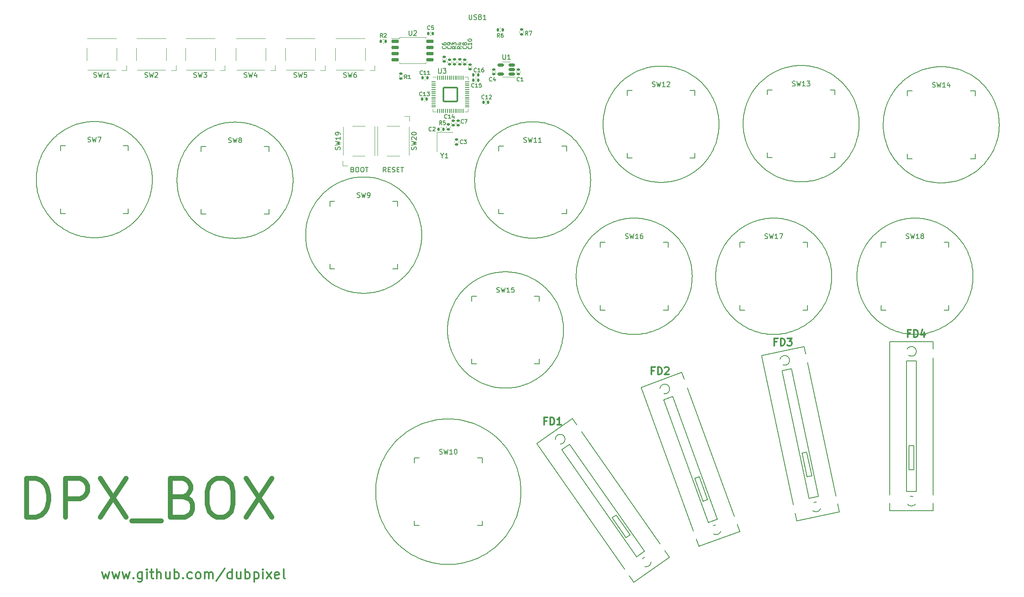
<source format=gbr>
%TF.GenerationSoftware,KiCad,Pcbnew,7.0.2*%
%TF.CreationDate,2023-12-16T15:11:12-05:00*%
%TF.ProjectId,Flatbox-rev7,466c6174-626f-4782-9d72-6576372e6b69,rev?*%
%TF.SameCoordinates,Original*%
%TF.FileFunction,Legend,Top*%
%TF.FilePolarity,Positive*%
%FSLAX46Y46*%
G04 Gerber Fmt 4.6, Leading zero omitted, Abs format (unit mm)*
G04 Created by KiCad (PCBNEW 7.0.2) date 2023-12-16 15:11:12*
%MOMM*%
%LPD*%
G01*
G04 APERTURE LIST*
G04 Aperture macros list*
%AMRoundRect*
0 Rectangle with rounded corners*
0 $1 Rounding radius*
0 $2 $3 $4 $5 $6 $7 $8 $9 X,Y pos of 4 corners*
0 Add a 4 corners polygon primitive as box body*
4,1,4,$2,$3,$4,$5,$6,$7,$8,$9,$2,$3,0*
0 Add four circle primitives for the rounded corners*
1,1,$1+$1,$2,$3*
1,1,$1+$1,$4,$5*
1,1,$1+$1,$6,$7*
1,1,$1+$1,$8,$9*
0 Add four rect primitives between the rounded corners*
20,1,$1+$1,$2,$3,$4,$5,0*
20,1,$1+$1,$4,$5,$6,$7,0*
20,1,$1+$1,$6,$7,$8,$9,0*
20,1,$1+$1,$8,$9,$2,$3,0*%
G04 Aperture macros list end*
%ADD10C,0.300000*%
%ADD11C,0.200000*%
%ADD12C,0.150000*%
%ADD13C,1.000000*%
%ADD14C,0.120000*%
%ADD15C,0.203200*%
%ADD16C,2.200000*%
%ADD17R,1.400000X1.600000*%
%ADD18R,1.600000X1.400000*%
%ADD19C,1.701800*%
%ADD20C,3.000000*%
%ADD21C,3.429000*%
%ADD22C,2.032000*%
%ADD23C,6.400000*%
%ADD24RoundRect,0.135000X-0.185000X0.135000X-0.185000X-0.135000X0.185000X-0.135000X0.185000X0.135000X0*%
%ADD25C,0.650000*%
%ADD26R,0.600000X1.450000*%
%ADD27R,0.300000X1.450000*%
%ADD28O,1.000000X2.100000*%
%ADD29O,1.000000X1.600000*%
%ADD30RoundRect,0.135000X0.135000X0.185000X-0.135000X0.185000X-0.135000X-0.185000X0.135000X-0.185000X0*%
%ADD31RoundRect,0.140000X0.170000X-0.140000X0.170000X0.140000X-0.170000X0.140000X-0.170000X-0.140000X0*%
%ADD32RoundRect,0.140000X-0.140000X-0.170000X0.140000X-0.170000X0.140000X0.170000X-0.140000X0.170000X0*%
%ADD33RoundRect,0.140000X-0.170000X0.140000X-0.170000X-0.140000X0.170000X-0.140000X0.170000X0.140000X0*%
%ADD34RoundRect,0.135000X-0.135000X-0.185000X0.135000X-0.185000X0.135000X0.185000X-0.135000X0.185000X0*%
%ADD35RoundRect,0.150000X0.512500X0.150000X-0.512500X0.150000X-0.512500X-0.150000X0.512500X-0.150000X0*%
%ADD36RoundRect,0.150000X-0.650000X-0.150000X0.650000X-0.150000X0.650000X0.150000X-0.650000X0.150000X0*%
%ADD37RoundRect,0.050000X-0.387500X-0.050000X0.387500X-0.050000X0.387500X0.050000X-0.387500X0.050000X0*%
%ADD38RoundRect,0.050000X-0.050000X-0.387500X0.050000X-0.387500X0.050000X0.387500X-0.050000X0.387500X0*%
%ADD39RoundRect,0.144000X-1.456000X-1.456000X1.456000X-1.456000X1.456000X1.456000X-1.456000X1.456000X0*%
%ADD40R,1.200000X1.400000*%
%ADD41RoundRect,0.140000X0.140000X0.170000X-0.140000X0.170000X-0.140000X-0.170000X0.140000X-0.170000X0*%
%ADD42RoundRect,0.135000X0.185000X-0.135000X0.185000X0.135000X-0.185000X0.135000X-0.185000X-0.135000X0*%
G04 APERTURE END LIST*
D10*
X226917142Y-96820714D02*
X226417142Y-96820714D01*
X226417142Y-97606428D02*
X226417142Y-96106428D01*
X226417142Y-96106428D02*
X227131428Y-96106428D01*
X227702856Y-97606428D02*
X227702856Y-96106428D01*
X227702856Y-96106428D02*
X228059999Y-96106428D01*
X228059999Y-96106428D02*
X228274285Y-96177857D01*
X228274285Y-96177857D02*
X228417142Y-96320714D01*
X228417142Y-96320714D02*
X228488571Y-96463571D01*
X228488571Y-96463571D02*
X228559999Y-96749285D01*
X228559999Y-96749285D02*
X228559999Y-96963571D01*
X228559999Y-96963571D02*
X228488571Y-97249285D01*
X228488571Y-97249285D02*
X228417142Y-97392142D01*
X228417142Y-97392142D02*
X228274285Y-97535000D01*
X228274285Y-97535000D02*
X228059999Y-97606428D01*
X228059999Y-97606428D02*
X227702856Y-97606428D01*
X229845714Y-96606428D02*
X229845714Y-97606428D01*
X229488571Y-96035000D02*
X229131428Y-97106428D01*
X229131428Y-97106428D02*
X230059999Y-97106428D01*
X199358142Y-98598714D02*
X198858142Y-98598714D01*
X198858142Y-99384428D02*
X198858142Y-97884428D01*
X198858142Y-97884428D02*
X199572428Y-97884428D01*
X200143856Y-99384428D02*
X200143856Y-97884428D01*
X200143856Y-97884428D02*
X200500999Y-97884428D01*
X200500999Y-97884428D02*
X200715285Y-97955857D01*
X200715285Y-97955857D02*
X200858142Y-98098714D01*
X200858142Y-98098714D02*
X200929571Y-98241571D01*
X200929571Y-98241571D02*
X201000999Y-98527285D01*
X201000999Y-98527285D02*
X201000999Y-98741571D01*
X201000999Y-98741571D02*
X200929571Y-99027285D01*
X200929571Y-99027285D02*
X200858142Y-99170142D01*
X200858142Y-99170142D02*
X200715285Y-99313000D01*
X200715285Y-99313000D02*
X200500999Y-99384428D01*
X200500999Y-99384428D02*
X200143856Y-99384428D01*
X201500999Y-97884428D02*
X202429571Y-97884428D01*
X202429571Y-97884428D02*
X201929571Y-98455857D01*
X201929571Y-98455857D02*
X202143856Y-98455857D01*
X202143856Y-98455857D02*
X202286714Y-98527285D01*
X202286714Y-98527285D02*
X202358142Y-98598714D01*
X202358142Y-98598714D02*
X202429571Y-98741571D01*
X202429571Y-98741571D02*
X202429571Y-99098714D01*
X202429571Y-99098714D02*
X202358142Y-99241571D01*
X202358142Y-99241571D02*
X202286714Y-99313000D01*
X202286714Y-99313000D02*
X202143856Y-99384428D01*
X202143856Y-99384428D02*
X201715285Y-99384428D01*
X201715285Y-99384428D02*
X201572428Y-99313000D01*
X201572428Y-99313000D02*
X201500999Y-99241571D01*
X173958142Y-104567714D02*
X173458142Y-104567714D01*
X173458142Y-105353428D02*
X173458142Y-103853428D01*
X173458142Y-103853428D02*
X174172428Y-103853428D01*
X174743856Y-105353428D02*
X174743856Y-103853428D01*
X174743856Y-103853428D02*
X175100999Y-103853428D01*
X175100999Y-103853428D02*
X175315285Y-103924857D01*
X175315285Y-103924857D02*
X175458142Y-104067714D01*
X175458142Y-104067714D02*
X175529571Y-104210571D01*
X175529571Y-104210571D02*
X175600999Y-104496285D01*
X175600999Y-104496285D02*
X175600999Y-104710571D01*
X175600999Y-104710571D02*
X175529571Y-104996285D01*
X175529571Y-104996285D02*
X175458142Y-105139142D01*
X175458142Y-105139142D02*
X175315285Y-105282000D01*
X175315285Y-105282000D02*
X175100999Y-105353428D01*
X175100999Y-105353428D02*
X174743856Y-105353428D01*
X176172428Y-103996285D02*
X176243856Y-103924857D01*
X176243856Y-103924857D02*
X176386714Y-103853428D01*
X176386714Y-103853428D02*
X176743856Y-103853428D01*
X176743856Y-103853428D02*
X176886714Y-103924857D01*
X176886714Y-103924857D02*
X176958142Y-103996285D01*
X176958142Y-103996285D02*
X177029571Y-104139142D01*
X177029571Y-104139142D02*
X177029571Y-104282000D01*
X177029571Y-104282000D02*
X176958142Y-104496285D01*
X176958142Y-104496285D02*
X176100999Y-105353428D01*
X176100999Y-105353428D02*
X177029571Y-105353428D01*
X151733142Y-114981714D02*
X151233142Y-114981714D01*
X151233142Y-115767428D02*
X151233142Y-114267428D01*
X151233142Y-114267428D02*
X151947428Y-114267428D01*
X152518856Y-115767428D02*
X152518856Y-114267428D01*
X152518856Y-114267428D02*
X152875999Y-114267428D01*
X152875999Y-114267428D02*
X153090285Y-114338857D01*
X153090285Y-114338857D02*
X153233142Y-114481714D01*
X153233142Y-114481714D02*
X153304571Y-114624571D01*
X153304571Y-114624571D02*
X153375999Y-114910285D01*
X153375999Y-114910285D02*
X153375999Y-115124571D01*
X153375999Y-115124571D02*
X153304571Y-115410285D01*
X153304571Y-115410285D02*
X153233142Y-115553142D01*
X153233142Y-115553142D02*
X153090285Y-115696000D01*
X153090285Y-115696000D02*
X152875999Y-115767428D01*
X152875999Y-115767428D02*
X152518856Y-115767428D01*
X154804571Y-115767428D02*
X153947428Y-115767428D01*
X154375999Y-115767428D02*
X154375999Y-114267428D01*
X154375999Y-114267428D02*
X154233142Y-114481714D01*
X154233142Y-114481714D02*
X154090285Y-114624571D01*
X154090285Y-114624571D02*
X153947428Y-114696000D01*
X59835237Y-146276904D02*
X60216189Y-147610238D01*
X60216189Y-147610238D02*
X60597142Y-146657857D01*
X60597142Y-146657857D02*
X60978094Y-147610238D01*
X60978094Y-147610238D02*
X61359046Y-146276904D01*
X61930475Y-146276904D02*
X62311427Y-147610238D01*
X62311427Y-147610238D02*
X62692380Y-146657857D01*
X62692380Y-146657857D02*
X63073332Y-147610238D01*
X63073332Y-147610238D02*
X63454284Y-146276904D01*
X64025713Y-146276904D02*
X64406665Y-147610238D01*
X64406665Y-147610238D02*
X64787618Y-146657857D01*
X64787618Y-146657857D02*
X65168570Y-147610238D01*
X65168570Y-147610238D02*
X65549522Y-146276904D01*
X66311427Y-147419761D02*
X66406665Y-147515000D01*
X66406665Y-147515000D02*
X66311427Y-147610238D01*
X66311427Y-147610238D02*
X66216189Y-147515000D01*
X66216189Y-147515000D02*
X66311427Y-147419761D01*
X66311427Y-147419761D02*
X66311427Y-147610238D01*
X68120951Y-146276904D02*
X68120951Y-147895952D01*
X68120951Y-147895952D02*
X68025713Y-148086428D01*
X68025713Y-148086428D02*
X67930475Y-148181666D01*
X67930475Y-148181666D02*
X67739998Y-148276904D01*
X67739998Y-148276904D02*
X67454284Y-148276904D01*
X67454284Y-148276904D02*
X67263808Y-148181666D01*
X68120951Y-147515000D02*
X67930475Y-147610238D01*
X67930475Y-147610238D02*
X67549522Y-147610238D01*
X67549522Y-147610238D02*
X67359046Y-147515000D01*
X67359046Y-147515000D02*
X67263808Y-147419761D01*
X67263808Y-147419761D02*
X67168570Y-147229285D01*
X67168570Y-147229285D02*
X67168570Y-146657857D01*
X67168570Y-146657857D02*
X67263808Y-146467380D01*
X67263808Y-146467380D02*
X67359046Y-146372142D01*
X67359046Y-146372142D02*
X67549522Y-146276904D01*
X67549522Y-146276904D02*
X67930475Y-146276904D01*
X67930475Y-146276904D02*
X68120951Y-146372142D01*
X69073332Y-147610238D02*
X69073332Y-146276904D01*
X69073332Y-145610238D02*
X68978094Y-145705476D01*
X68978094Y-145705476D02*
X69073332Y-145800714D01*
X69073332Y-145800714D02*
X69168570Y-145705476D01*
X69168570Y-145705476D02*
X69073332Y-145610238D01*
X69073332Y-145610238D02*
X69073332Y-145800714D01*
X69739999Y-146276904D02*
X70501903Y-146276904D01*
X70025713Y-145610238D02*
X70025713Y-147324523D01*
X70025713Y-147324523D02*
X70120951Y-147515000D01*
X70120951Y-147515000D02*
X70311427Y-147610238D01*
X70311427Y-147610238D02*
X70501903Y-147610238D01*
X71168570Y-147610238D02*
X71168570Y-145610238D01*
X72025713Y-147610238D02*
X72025713Y-146562619D01*
X72025713Y-146562619D02*
X71930475Y-146372142D01*
X71930475Y-146372142D02*
X71739999Y-146276904D01*
X71739999Y-146276904D02*
X71454284Y-146276904D01*
X71454284Y-146276904D02*
X71263808Y-146372142D01*
X71263808Y-146372142D02*
X71168570Y-146467380D01*
X73835237Y-146276904D02*
X73835237Y-147610238D01*
X72978094Y-146276904D02*
X72978094Y-147324523D01*
X72978094Y-147324523D02*
X73073332Y-147515000D01*
X73073332Y-147515000D02*
X73263808Y-147610238D01*
X73263808Y-147610238D02*
X73549523Y-147610238D01*
X73549523Y-147610238D02*
X73739999Y-147515000D01*
X73739999Y-147515000D02*
X73835237Y-147419761D01*
X74787618Y-147610238D02*
X74787618Y-145610238D01*
X74787618Y-146372142D02*
X74978094Y-146276904D01*
X74978094Y-146276904D02*
X75359047Y-146276904D01*
X75359047Y-146276904D02*
X75549523Y-146372142D01*
X75549523Y-146372142D02*
X75644761Y-146467380D01*
X75644761Y-146467380D02*
X75739999Y-146657857D01*
X75739999Y-146657857D02*
X75739999Y-147229285D01*
X75739999Y-147229285D02*
X75644761Y-147419761D01*
X75644761Y-147419761D02*
X75549523Y-147515000D01*
X75549523Y-147515000D02*
X75359047Y-147610238D01*
X75359047Y-147610238D02*
X74978094Y-147610238D01*
X74978094Y-147610238D02*
X74787618Y-147515000D01*
X76597142Y-147419761D02*
X76692380Y-147515000D01*
X76692380Y-147515000D02*
X76597142Y-147610238D01*
X76597142Y-147610238D02*
X76501904Y-147515000D01*
X76501904Y-147515000D02*
X76597142Y-147419761D01*
X76597142Y-147419761D02*
X76597142Y-147610238D01*
X78406666Y-147515000D02*
X78216190Y-147610238D01*
X78216190Y-147610238D02*
X77835237Y-147610238D01*
X77835237Y-147610238D02*
X77644761Y-147515000D01*
X77644761Y-147515000D02*
X77549523Y-147419761D01*
X77549523Y-147419761D02*
X77454285Y-147229285D01*
X77454285Y-147229285D02*
X77454285Y-146657857D01*
X77454285Y-146657857D02*
X77549523Y-146467380D01*
X77549523Y-146467380D02*
X77644761Y-146372142D01*
X77644761Y-146372142D02*
X77835237Y-146276904D01*
X77835237Y-146276904D02*
X78216190Y-146276904D01*
X78216190Y-146276904D02*
X78406666Y-146372142D01*
X79549523Y-147610238D02*
X79359047Y-147515000D01*
X79359047Y-147515000D02*
X79263809Y-147419761D01*
X79263809Y-147419761D02*
X79168571Y-147229285D01*
X79168571Y-147229285D02*
X79168571Y-146657857D01*
X79168571Y-146657857D02*
X79263809Y-146467380D01*
X79263809Y-146467380D02*
X79359047Y-146372142D01*
X79359047Y-146372142D02*
X79549523Y-146276904D01*
X79549523Y-146276904D02*
X79835238Y-146276904D01*
X79835238Y-146276904D02*
X80025714Y-146372142D01*
X80025714Y-146372142D02*
X80120952Y-146467380D01*
X80120952Y-146467380D02*
X80216190Y-146657857D01*
X80216190Y-146657857D02*
X80216190Y-147229285D01*
X80216190Y-147229285D02*
X80120952Y-147419761D01*
X80120952Y-147419761D02*
X80025714Y-147515000D01*
X80025714Y-147515000D02*
X79835238Y-147610238D01*
X79835238Y-147610238D02*
X79549523Y-147610238D01*
X81073333Y-147610238D02*
X81073333Y-146276904D01*
X81073333Y-146467380D02*
X81168571Y-146372142D01*
X81168571Y-146372142D02*
X81359047Y-146276904D01*
X81359047Y-146276904D02*
X81644762Y-146276904D01*
X81644762Y-146276904D02*
X81835238Y-146372142D01*
X81835238Y-146372142D02*
X81930476Y-146562619D01*
X81930476Y-146562619D02*
X81930476Y-147610238D01*
X81930476Y-146562619D02*
X82025714Y-146372142D01*
X82025714Y-146372142D02*
X82216190Y-146276904D01*
X82216190Y-146276904D02*
X82501904Y-146276904D01*
X82501904Y-146276904D02*
X82692381Y-146372142D01*
X82692381Y-146372142D02*
X82787619Y-146562619D01*
X82787619Y-146562619D02*
X82787619Y-147610238D01*
X85168571Y-145515000D02*
X83454286Y-148086428D01*
X86692381Y-147610238D02*
X86692381Y-145610238D01*
X86692381Y-147515000D02*
X86501905Y-147610238D01*
X86501905Y-147610238D02*
X86120952Y-147610238D01*
X86120952Y-147610238D02*
X85930476Y-147515000D01*
X85930476Y-147515000D02*
X85835238Y-147419761D01*
X85835238Y-147419761D02*
X85740000Y-147229285D01*
X85740000Y-147229285D02*
X85740000Y-146657857D01*
X85740000Y-146657857D02*
X85835238Y-146467380D01*
X85835238Y-146467380D02*
X85930476Y-146372142D01*
X85930476Y-146372142D02*
X86120952Y-146276904D01*
X86120952Y-146276904D02*
X86501905Y-146276904D01*
X86501905Y-146276904D02*
X86692381Y-146372142D01*
X88501905Y-146276904D02*
X88501905Y-147610238D01*
X87644762Y-146276904D02*
X87644762Y-147324523D01*
X87644762Y-147324523D02*
X87740000Y-147515000D01*
X87740000Y-147515000D02*
X87930476Y-147610238D01*
X87930476Y-147610238D02*
X88216191Y-147610238D01*
X88216191Y-147610238D02*
X88406667Y-147515000D01*
X88406667Y-147515000D02*
X88501905Y-147419761D01*
X89454286Y-147610238D02*
X89454286Y-145610238D01*
X89454286Y-146372142D02*
X89644762Y-146276904D01*
X89644762Y-146276904D02*
X90025715Y-146276904D01*
X90025715Y-146276904D02*
X90216191Y-146372142D01*
X90216191Y-146372142D02*
X90311429Y-146467380D01*
X90311429Y-146467380D02*
X90406667Y-146657857D01*
X90406667Y-146657857D02*
X90406667Y-147229285D01*
X90406667Y-147229285D02*
X90311429Y-147419761D01*
X90311429Y-147419761D02*
X90216191Y-147515000D01*
X90216191Y-147515000D02*
X90025715Y-147610238D01*
X90025715Y-147610238D02*
X89644762Y-147610238D01*
X89644762Y-147610238D02*
X89454286Y-147515000D01*
X91263810Y-146276904D02*
X91263810Y-148276904D01*
X91263810Y-146372142D02*
X91454286Y-146276904D01*
X91454286Y-146276904D02*
X91835239Y-146276904D01*
X91835239Y-146276904D02*
X92025715Y-146372142D01*
X92025715Y-146372142D02*
X92120953Y-146467380D01*
X92120953Y-146467380D02*
X92216191Y-146657857D01*
X92216191Y-146657857D02*
X92216191Y-147229285D01*
X92216191Y-147229285D02*
X92120953Y-147419761D01*
X92120953Y-147419761D02*
X92025715Y-147515000D01*
X92025715Y-147515000D02*
X91835239Y-147610238D01*
X91835239Y-147610238D02*
X91454286Y-147610238D01*
X91454286Y-147610238D02*
X91263810Y-147515000D01*
X93073334Y-147610238D02*
X93073334Y-146276904D01*
X93073334Y-145610238D02*
X92978096Y-145705476D01*
X92978096Y-145705476D02*
X93073334Y-145800714D01*
X93073334Y-145800714D02*
X93168572Y-145705476D01*
X93168572Y-145705476D02*
X93073334Y-145610238D01*
X93073334Y-145610238D02*
X93073334Y-145800714D01*
X93835239Y-147610238D02*
X94882858Y-146276904D01*
X93835239Y-146276904D02*
X94882858Y-147610238D01*
X96406668Y-147515000D02*
X96216192Y-147610238D01*
X96216192Y-147610238D02*
X95835239Y-147610238D01*
X95835239Y-147610238D02*
X95644763Y-147515000D01*
X95644763Y-147515000D02*
X95549525Y-147324523D01*
X95549525Y-147324523D02*
X95549525Y-146562619D01*
X95549525Y-146562619D02*
X95644763Y-146372142D01*
X95644763Y-146372142D02*
X95835239Y-146276904D01*
X95835239Y-146276904D02*
X96216192Y-146276904D01*
X96216192Y-146276904D02*
X96406668Y-146372142D01*
X96406668Y-146372142D02*
X96501906Y-146562619D01*
X96501906Y-146562619D02*
X96501906Y-146753095D01*
X96501906Y-146753095D02*
X95549525Y-146943571D01*
X97644763Y-147610238D02*
X97454287Y-147515000D01*
X97454287Y-147515000D02*
X97359049Y-147324523D01*
X97359049Y-147324523D02*
X97359049Y-145610238D01*
D11*
X210385198Y-43047376D02*
X210728920Y-43254086D01*
X211064135Y-43471198D01*
X211390685Y-43698439D01*
X211708413Y-43935534D01*
X212017160Y-44182210D01*
X212316769Y-44438193D01*
X212607083Y-44703209D01*
X212887943Y-44976983D01*
X213159191Y-45259243D01*
X213420671Y-45549715D01*
X213672225Y-45848124D01*
X213913694Y-46154196D01*
X214144922Y-46467658D01*
X214365750Y-46788236D01*
X214576021Y-47115656D01*
X214775576Y-47449645D01*
X214964260Y-47789927D01*
X215141912Y-48136230D01*
X215308377Y-48488280D01*
X215463497Y-48845802D01*
X215607112Y-49208524D01*
X215739067Y-49576170D01*
X215859203Y-49948467D01*
X215967363Y-50325142D01*
X216063389Y-50705920D01*
X216147122Y-51090528D01*
X216218407Y-51478691D01*
X216277084Y-51870136D01*
X216322996Y-52264589D01*
X216355986Y-52661776D01*
X216375895Y-53061424D01*
X216382567Y-53463258D01*
X154860422Y-75530868D02*
X154510027Y-75725991D01*
X154154903Y-75908526D01*
X153795363Y-76078472D01*
X153431723Y-76235830D01*
X153064299Y-76380599D01*
X152693406Y-76512779D01*
X152319358Y-76632371D01*
X151942473Y-76739375D01*
X151563064Y-76833789D01*
X151181448Y-76915615D01*
X150797940Y-76984853D01*
X150412855Y-77041501D01*
X150026508Y-77085561D01*
X149639215Y-77117033D01*
X149251291Y-77135916D01*
X148863053Y-77142210D01*
X148474814Y-77135916D01*
X148086890Y-77117033D01*
X147699597Y-77085561D01*
X147313250Y-77041501D01*
X146928165Y-76984853D01*
X146544657Y-76915615D01*
X146163041Y-76833789D01*
X145783632Y-76739375D01*
X145406747Y-76632371D01*
X145032699Y-76512779D01*
X144661806Y-76380599D01*
X144294382Y-76235830D01*
X143930742Y-76078472D01*
X143571202Y-75908526D01*
X143216078Y-75725991D01*
X142865684Y-75530868D01*
X163420555Y-53581518D02*
X163427226Y-53179684D01*
X163447135Y-52780036D01*
X163480125Y-52382849D01*
X163526037Y-51988396D01*
X163584714Y-51596951D01*
X163655999Y-51208788D01*
X163739732Y-50824181D01*
X163835758Y-50443403D01*
X163943918Y-50066728D01*
X164064054Y-49694431D01*
X164196009Y-49326784D01*
X164339624Y-48964063D01*
X164494744Y-48606541D01*
X164661208Y-48254491D01*
X164838861Y-47908188D01*
X165027545Y-47567906D01*
X165227100Y-47233917D01*
X165437371Y-46906497D01*
X165658199Y-46585919D01*
X165889426Y-46272457D01*
X166130896Y-45966384D01*
X166382449Y-45667975D01*
X166643929Y-45377504D01*
X166915178Y-45095244D01*
X167196038Y-44821469D01*
X167486351Y-44556453D01*
X167785960Y-44300471D01*
X168094707Y-44053795D01*
X168412435Y-43816699D01*
X168738985Y-43589458D01*
X169074200Y-43372346D01*
X169417923Y-43165636D01*
X210385198Y-63879139D02*
X210034803Y-64074262D01*
X209679679Y-64256797D01*
X209320139Y-64426743D01*
X208956499Y-64584101D01*
X208589075Y-64728870D01*
X208218182Y-64861050D01*
X207844134Y-64980642D01*
X207467249Y-65087646D01*
X207087840Y-65182060D01*
X206706224Y-65263886D01*
X206322716Y-65333124D01*
X205937631Y-65389772D01*
X205551284Y-65433832D01*
X205163991Y-65465304D01*
X204776067Y-65484187D01*
X204387829Y-65490481D01*
X203999590Y-65484187D01*
X203611666Y-65465304D01*
X203224373Y-65433832D01*
X202838026Y-65389772D01*
X202452941Y-65333124D01*
X202069433Y-65263886D01*
X201687817Y-65182060D01*
X201308408Y-65087646D01*
X200931523Y-64980642D01*
X200557475Y-64861050D01*
X200186582Y-64728870D01*
X199819158Y-64584101D01*
X199455518Y-64426743D01*
X199095978Y-64256797D01*
X198740854Y-64074262D01*
X198390460Y-63879139D01*
X210706299Y-85037421D02*
X210699627Y-85439254D01*
X210679718Y-85838902D01*
X210646728Y-86236089D01*
X210600816Y-86630542D01*
X210542139Y-87021987D01*
X210470854Y-87410150D01*
X210387121Y-87794757D01*
X210291095Y-88175535D01*
X210182935Y-88552210D01*
X210062799Y-88924507D01*
X209930844Y-89292154D01*
X209787229Y-89654875D01*
X209632109Y-90012397D01*
X209465644Y-90364447D01*
X209287992Y-90710750D01*
X209099308Y-91051033D01*
X208899753Y-91385021D01*
X208689482Y-91712441D01*
X208468654Y-92033019D01*
X208237426Y-92346481D01*
X207995957Y-92652554D01*
X207744403Y-92950963D01*
X207482923Y-93241434D01*
X207211675Y-93523694D01*
X206930815Y-93797469D01*
X206640501Y-94062485D01*
X206340892Y-94318467D01*
X206032145Y-94565143D01*
X205714417Y-94802239D01*
X205387867Y-95029480D01*
X205052652Y-95246592D01*
X204708930Y-95453303D01*
X181412661Y-63997400D02*
X181062266Y-64192523D01*
X180707142Y-64375058D01*
X180347602Y-64545004D01*
X179983962Y-64702362D01*
X179616538Y-64847131D01*
X179245645Y-64979311D01*
X178871597Y-65098903D01*
X178494712Y-65205907D01*
X178115303Y-65300321D01*
X177733687Y-65382147D01*
X177350179Y-65451385D01*
X176965094Y-65508033D01*
X176578747Y-65552093D01*
X176191454Y-65583565D01*
X175803530Y-65602448D01*
X175415292Y-65608742D01*
X175027053Y-65602448D01*
X174639129Y-65583565D01*
X174251836Y-65552093D01*
X173865489Y-65508033D01*
X173480404Y-65451385D01*
X173096896Y-65382147D01*
X172715280Y-65300321D01*
X172335871Y-65205907D01*
X171958986Y-65098903D01*
X171584938Y-64979311D01*
X171214045Y-64847131D01*
X170846621Y-64702362D01*
X170482981Y-64545004D01*
X170123441Y-64375058D01*
X169768317Y-64192523D01*
X169417923Y-63997400D01*
X163859914Y-74621539D02*
X164210308Y-74426415D01*
X164565432Y-74243880D01*
X164924972Y-74073934D01*
X165288612Y-73916576D01*
X165656036Y-73771807D01*
X166026929Y-73639627D01*
X166400977Y-73520035D01*
X166777862Y-73413031D01*
X167157271Y-73318617D01*
X167538887Y-73236791D01*
X167922395Y-73167553D01*
X168307480Y-73110905D01*
X168693827Y-73066845D01*
X169081120Y-73035373D01*
X169469044Y-73016490D01*
X169857283Y-73010196D01*
X170245521Y-73016490D01*
X170633445Y-73035373D01*
X171020738Y-73066845D01*
X171407085Y-73110905D01*
X171792170Y-73167553D01*
X172175678Y-73236791D01*
X172557294Y-73318617D01*
X172936703Y-73413031D01*
X173313588Y-73520035D01*
X173687636Y-73639627D01*
X174058529Y-73771807D01*
X174425953Y-73916576D01*
X174789593Y-74073934D01*
X175149133Y-74243880D01*
X175504257Y-74426415D01*
X175854652Y-74621539D01*
X137252477Y-106569308D02*
X136908754Y-106362597D01*
X136573539Y-106145485D01*
X136246989Y-105918244D01*
X135929261Y-105681149D01*
X135620514Y-105434473D01*
X135320905Y-105178490D01*
X135030592Y-104913474D01*
X134749732Y-104639700D01*
X134478483Y-104357440D01*
X134217003Y-104066968D01*
X133965449Y-103768559D01*
X133723980Y-103462487D01*
X133492753Y-103149025D01*
X133271925Y-102828447D01*
X133061654Y-102501027D01*
X132862098Y-102167038D01*
X132673415Y-101826756D01*
X132495762Y-101480453D01*
X132329297Y-101128403D01*
X132174178Y-100770881D01*
X132030562Y-100408159D01*
X131898607Y-100040513D01*
X131778471Y-99668216D01*
X131670311Y-99291541D01*
X131574286Y-98910763D01*
X131490552Y-98526155D01*
X131419268Y-98137992D01*
X131360590Y-97746547D01*
X131314678Y-97352094D01*
X131281688Y-96954907D01*
X131261779Y-96555259D01*
X131255108Y-96153426D01*
X198390460Y-43047376D02*
X198740854Y-42852252D01*
X199095978Y-42669717D01*
X199455518Y-42499771D01*
X199819158Y-42342413D01*
X200186582Y-42197644D01*
X200557475Y-42065464D01*
X200931523Y-41945872D01*
X201308408Y-41838868D01*
X201687817Y-41744454D01*
X202069433Y-41662628D01*
X202452941Y-41593390D01*
X202838026Y-41536742D01*
X203224373Y-41492682D01*
X203611666Y-41461210D01*
X203999590Y-41442327D01*
X204387829Y-41436033D01*
X204776067Y-41442327D01*
X205163991Y-41461210D01*
X205551284Y-41492682D01*
X205937631Y-41536742D01*
X206322716Y-41593390D01*
X206706224Y-41662628D01*
X207087840Y-41744454D01*
X207467249Y-41838868D01*
X207844134Y-41945872D01*
X208218182Y-42065464D01*
X208589075Y-42197644D01*
X208956499Y-42342413D01*
X209320139Y-42499771D01*
X209679679Y-42669717D01*
X210034803Y-42852252D01*
X210385198Y-43047376D01*
X210706299Y-85037421D02*
X210706299Y-85037421D01*
X221923290Y-74621539D02*
X222273684Y-74426415D01*
X222628808Y-74243880D01*
X222988348Y-74073934D01*
X223351988Y-73916576D01*
X223719412Y-73771807D01*
X224090305Y-73639627D01*
X224464353Y-73520035D01*
X224841238Y-73413031D01*
X225220647Y-73318617D01*
X225602263Y-73236791D01*
X225985771Y-73167553D01*
X226370856Y-73110905D01*
X226757203Y-73066845D01*
X227144496Y-73035373D01*
X227532420Y-73016490D01*
X227920659Y-73010196D01*
X228308897Y-73016490D01*
X228696821Y-73035373D01*
X229084114Y-73066845D01*
X229470461Y-73110905D01*
X229855546Y-73167553D01*
X230239054Y-73236791D01*
X230620670Y-73318617D01*
X231000079Y-73413031D01*
X231376964Y-73520035D01*
X231751012Y-73639627D01*
X232121905Y-73771807D01*
X232489329Y-73916576D01*
X232852969Y-74073934D01*
X233212509Y-74243880D01*
X233567633Y-74426415D01*
X233918028Y-74621539D01*
X175854652Y-95453303D02*
X175504257Y-95648426D01*
X175149133Y-95830961D01*
X174789593Y-96000907D01*
X174425953Y-96158265D01*
X174058529Y-96303034D01*
X173687636Y-96435214D01*
X173313588Y-96554806D01*
X172936703Y-96661809D01*
X172557294Y-96756224D01*
X172175678Y-96838050D01*
X171792170Y-96907287D01*
X171407085Y-96963936D01*
X171020738Y-97007996D01*
X170633445Y-97039467D01*
X170245521Y-97058350D01*
X169857283Y-97064645D01*
X169469044Y-97058350D01*
X169081120Y-97039467D01*
X168693827Y-97007996D01*
X168307480Y-96963936D01*
X167922395Y-96907287D01*
X167538887Y-96838050D01*
X167157271Y-96756224D01*
X166777862Y-96661809D01*
X166400977Y-96554806D01*
X166026929Y-96435214D01*
X165656036Y-96303034D01*
X165288612Y-96158265D01*
X164924972Y-96000907D01*
X164565432Y-95830961D01*
X164210308Y-95648426D01*
X163859914Y-95453303D01*
X149247215Y-106569308D02*
X148896820Y-106764431D01*
X148541696Y-106946966D01*
X148182156Y-107116912D01*
X147818516Y-107274270D01*
X147451092Y-107419039D01*
X147080199Y-107551219D01*
X146706151Y-107670811D01*
X146329266Y-107777815D01*
X145949857Y-107872229D01*
X145568241Y-107954055D01*
X145184733Y-108023293D01*
X144799648Y-108079941D01*
X144413301Y-108124001D01*
X144026008Y-108155473D01*
X143638084Y-108174356D01*
X143249846Y-108180650D01*
X142861607Y-108174356D01*
X142473683Y-108155473D01*
X142086390Y-108124001D01*
X141700043Y-108079941D01*
X141314958Y-108023293D01*
X140931450Y-107954055D01*
X140549834Y-107872229D01*
X140170425Y-107777815D01*
X139793540Y-107670811D01*
X139419492Y-107551219D01*
X139048599Y-107419039D01*
X138681175Y-107274270D01*
X138317535Y-107116912D01*
X137957995Y-106946966D01*
X137602871Y-106764431D01*
X137252477Y-106569308D01*
X99309821Y-65170530D02*
X99309821Y-65170530D01*
X136868315Y-65114986D02*
X136874986Y-64713152D01*
X136894895Y-64313504D01*
X136927885Y-63916317D01*
X136973797Y-63521864D01*
X137032474Y-63130419D01*
X137103759Y-62742256D01*
X137187492Y-62357649D01*
X137283518Y-61976871D01*
X137391678Y-61600196D01*
X137511814Y-61227899D01*
X137643769Y-60860252D01*
X137787384Y-60497531D01*
X137942504Y-60140009D01*
X138108969Y-59787959D01*
X138286621Y-59441656D01*
X138475305Y-59101374D01*
X138674860Y-58767385D01*
X138885131Y-58439965D01*
X139105959Y-58119387D01*
X139337187Y-57805925D01*
X139578656Y-57499852D01*
X139830210Y-57201443D01*
X140091690Y-56910972D01*
X140362938Y-56628712D01*
X140643798Y-56354937D01*
X140934112Y-56089921D01*
X141233721Y-55833939D01*
X141542468Y-55587263D01*
X141860196Y-55350167D01*
X142186746Y-55122926D01*
X142521961Y-54905814D01*
X142865684Y-54699104D01*
X192714192Y-74621539D02*
X193064586Y-74426415D01*
X193419710Y-74243880D01*
X193779250Y-74073934D01*
X194142890Y-73916576D01*
X194510314Y-73771807D01*
X194881207Y-73639627D01*
X195255255Y-73520035D01*
X195632140Y-73413031D01*
X196011549Y-73318617D01*
X196393165Y-73236791D01*
X196776673Y-73167553D01*
X197161758Y-73110905D01*
X197548105Y-73066845D01*
X197935398Y-73035373D01*
X198323322Y-73016490D01*
X198711561Y-73010196D01*
X199099799Y-73016490D01*
X199487723Y-73035373D01*
X199875016Y-73066845D01*
X200261363Y-73110905D01*
X200646448Y-73167553D01*
X201029956Y-73236791D01*
X201411572Y-73318617D01*
X201790981Y-73413031D01*
X202167866Y-73520035D01*
X202541914Y-73639627D01*
X202912807Y-73771807D01*
X203280231Y-73916576D01*
X203643871Y-74073934D01*
X204003411Y-74243880D01*
X204358535Y-74426415D01*
X204708930Y-74621539D01*
X146420969Y-129619665D02*
X146420969Y-129619665D01*
X233918028Y-95453303D02*
X233567633Y-95648426D01*
X233212509Y-95830961D01*
X232852969Y-96000907D01*
X232489329Y-96158265D01*
X232121905Y-96303034D01*
X231751012Y-96435214D01*
X231376964Y-96554806D01*
X231000079Y-96661809D01*
X230620670Y-96756224D01*
X230239054Y-96838050D01*
X229855546Y-96907287D01*
X229470461Y-96963936D01*
X229084114Y-97007996D01*
X228696821Y-97039467D01*
X228308897Y-97058350D01*
X227920659Y-97064645D01*
X227532420Y-97058350D01*
X227144496Y-97039467D01*
X226757203Y-97007996D01*
X226370856Y-96963936D01*
X225985771Y-96907287D01*
X225602263Y-96838050D01*
X225220647Y-96756224D01*
X224841238Y-96661809D01*
X224464353Y-96554806D01*
X224090305Y-96435214D01*
X223719412Y-96303034D01*
X223351988Y-96158265D01*
X222988348Y-96000907D01*
X222628808Y-95830961D01*
X222273684Y-95648426D01*
X221923290Y-95453303D01*
X187410030Y-53581518D02*
X187403358Y-53983351D01*
X187383449Y-54382999D01*
X187350459Y-54780186D01*
X187304547Y-55174639D01*
X187245870Y-55566084D01*
X187174585Y-55954247D01*
X187090852Y-56338855D01*
X186994826Y-56719633D01*
X186886666Y-57096308D01*
X186766530Y-57468605D01*
X186634575Y-57836251D01*
X186490960Y-58198972D01*
X186335840Y-58556495D01*
X186169375Y-58908544D01*
X185991723Y-59254847D01*
X185803039Y-59595130D01*
X185603484Y-59929118D01*
X185393213Y-60256538D01*
X185172385Y-60577116D01*
X184941157Y-60890579D01*
X184699688Y-61196651D01*
X184448134Y-61495060D01*
X184186654Y-61785531D01*
X183915406Y-62067791D01*
X183634546Y-62341566D01*
X183344232Y-62606582D01*
X183044623Y-62862565D01*
X182735876Y-63109241D01*
X182418148Y-63346336D01*
X182091598Y-63573577D01*
X181756383Y-63790689D01*
X181412661Y-63997400D01*
X175854652Y-74621539D02*
X176198374Y-74828249D01*
X176533589Y-75045361D01*
X176860139Y-75272602D01*
X177177867Y-75509697D01*
X177486614Y-75756373D01*
X177786223Y-76012356D01*
X178076537Y-76277372D01*
X178357397Y-76551147D01*
X178628645Y-76833407D01*
X178890125Y-77123878D01*
X179141679Y-77422287D01*
X179383148Y-77728359D01*
X179614376Y-78041822D01*
X179835204Y-78362400D01*
X180045475Y-78689820D01*
X180245030Y-79023808D01*
X180433714Y-79364091D01*
X180611366Y-79710394D01*
X180777831Y-80062443D01*
X180932951Y-80419966D01*
X181076566Y-80782687D01*
X181208521Y-81150333D01*
X181328657Y-81522630D01*
X181436817Y-81899305D01*
X181532843Y-82280083D01*
X181616576Y-82664691D01*
X181687861Y-83052854D01*
X181746538Y-83444299D01*
X181792450Y-83838752D01*
X181825440Y-84235939D01*
X181845349Y-84635587D01*
X181852021Y-85037421D01*
X233918028Y-74621539D02*
X234261750Y-74828249D01*
X234596965Y-75045361D01*
X234923515Y-75272602D01*
X235241243Y-75509697D01*
X235549990Y-75756373D01*
X235849599Y-76012356D01*
X236139913Y-76277372D01*
X236420773Y-76551147D01*
X236692021Y-76833407D01*
X236953501Y-77123878D01*
X237205055Y-77422287D01*
X237446524Y-77728359D01*
X237677752Y-78041822D01*
X237898580Y-78362400D01*
X238108851Y-78689820D01*
X238308406Y-79023808D01*
X238497090Y-79364091D01*
X238674742Y-79710394D01*
X238841207Y-80062443D01*
X238996327Y-80419966D01*
X239139942Y-80782687D01*
X239271897Y-81150333D01*
X239392033Y-81522630D01*
X239500193Y-81899305D01*
X239596219Y-82280083D01*
X239679952Y-82664691D01*
X239751237Y-83052854D01*
X239809914Y-83444299D01*
X239855826Y-83838752D01*
X239888816Y-84235939D01*
X239908725Y-84635587D01*
X239915397Y-85037421D01*
X216382567Y-53463258D02*
X216382567Y-53463258D01*
X46229540Y-65052280D02*
X46236211Y-64650446D01*
X46256120Y-64250798D01*
X46289110Y-63853611D01*
X46335022Y-63459158D01*
X46393699Y-63067713D01*
X46464984Y-62679550D01*
X46548717Y-62294943D01*
X46644743Y-61914165D01*
X46752903Y-61537490D01*
X46873039Y-61165193D01*
X47004994Y-60797546D01*
X47148609Y-60434825D01*
X47303729Y-60077303D01*
X47470194Y-59725253D01*
X47647846Y-59378950D01*
X47836530Y-59038668D01*
X48036085Y-58704679D01*
X48246356Y-58377259D01*
X48467184Y-58056681D01*
X48698412Y-57743219D01*
X48939881Y-57437146D01*
X49191435Y-57138737D01*
X49452915Y-56848266D01*
X49724163Y-56566006D01*
X50005023Y-56292231D01*
X50295337Y-56027215D01*
X50594946Y-55771233D01*
X50903693Y-55524557D01*
X51221421Y-55287461D01*
X51547971Y-55060220D01*
X51883186Y-54843108D01*
X52226909Y-54636398D01*
X155244584Y-96153426D02*
X155237912Y-96555259D01*
X155218003Y-96954907D01*
X155185013Y-97352094D01*
X155139101Y-97746547D01*
X155080424Y-98137992D01*
X155009139Y-98526155D01*
X154925406Y-98910763D01*
X154829380Y-99291541D01*
X154721220Y-99668216D01*
X154601084Y-100040513D01*
X154469129Y-100408159D01*
X154325514Y-100770881D01*
X154170394Y-101128403D01*
X154003929Y-101480453D01*
X153826277Y-101826756D01*
X153637593Y-102167038D01*
X153438038Y-102501027D01*
X153227767Y-102828447D01*
X153006939Y-103149025D01*
X152775711Y-103462487D01*
X152534242Y-103768559D01*
X152282688Y-104066968D01*
X152021208Y-104357440D01*
X151749960Y-104639700D01*
X151469100Y-104913474D01*
X151178786Y-105178490D01*
X150879177Y-105434473D01*
X150570430Y-105681149D01*
X150252702Y-105918244D01*
X149926152Y-106145485D01*
X149590937Y-106362597D01*
X149247215Y-106569308D01*
X101927798Y-76523042D02*
X101934469Y-76121208D01*
X101954378Y-75721560D01*
X101987368Y-75324373D01*
X102033280Y-74929920D01*
X102091957Y-74538475D01*
X102163242Y-74150312D01*
X102246975Y-73765704D01*
X102343001Y-73384926D01*
X102451161Y-73008251D01*
X102571297Y-72635954D01*
X102703252Y-72268308D01*
X102846867Y-71905587D01*
X103001987Y-71548064D01*
X103168451Y-71196015D01*
X103346104Y-70849712D01*
X103534788Y-70509429D01*
X103734343Y-70175441D01*
X103944614Y-69848021D01*
X104165442Y-69527443D01*
X104396669Y-69213980D01*
X104638139Y-68907908D01*
X104889692Y-68609499D01*
X105151172Y-68319028D01*
X105422421Y-68036768D01*
X105703281Y-67762993D01*
X105993594Y-67497977D01*
X106293203Y-67241994D01*
X106601950Y-66995318D01*
X106919678Y-66758223D01*
X107246228Y-66530982D01*
X107581443Y-66313870D01*
X107925166Y-66107160D01*
X131255108Y-96153426D02*
X131261779Y-95751592D01*
X131281688Y-95351944D01*
X131314678Y-94954757D01*
X131360590Y-94560304D01*
X131419268Y-94168859D01*
X131490552Y-93780696D01*
X131574286Y-93396089D01*
X131670311Y-93015311D01*
X131778471Y-92638636D01*
X131898607Y-92266339D01*
X132030562Y-91898692D01*
X132174178Y-91535971D01*
X132329297Y-91178449D01*
X132495762Y-90826399D01*
X132673415Y-90480096D01*
X132862098Y-90139814D01*
X133061654Y-89805825D01*
X133271925Y-89478405D01*
X133492753Y-89157827D01*
X133723980Y-88844365D01*
X133965449Y-88538293D01*
X134217003Y-88239884D01*
X134478483Y-87949413D01*
X134749732Y-87667153D01*
X135030592Y-87393378D01*
X135320905Y-87128362D01*
X135620514Y-86872380D01*
X135929261Y-86625704D01*
X136246989Y-86388609D01*
X136573539Y-86161368D01*
X136908754Y-85944256D01*
X137252477Y-85737546D01*
X125917273Y-76523042D02*
X125917273Y-76523042D01*
X123913745Y-142649412D02*
X123483765Y-142390827D01*
X123064427Y-142119230D01*
X122655929Y-141834964D01*
X122258468Y-141538369D01*
X121872241Y-141229790D01*
X121497445Y-140909568D01*
X121134277Y-140578047D01*
X120782936Y-140235568D01*
X120443617Y-139882475D01*
X120116518Y-139519110D01*
X119801838Y-139145815D01*
X119499772Y-138762934D01*
X119210517Y-138370808D01*
X118934273Y-137969781D01*
X118671235Y-137560195D01*
X118421600Y-137142393D01*
X118185567Y-136716716D01*
X117963332Y-136283508D01*
X117755093Y-135843112D01*
X117561047Y-135395869D01*
X117381391Y-134942123D01*
X117216322Y-134482216D01*
X117066037Y-134016491D01*
X116930735Y-133545290D01*
X116810612Y-133068955D01*
X116705865Y-132587831D01*
X116616692Y-132102258D01*
X116543290Y-131612580D01*
X116485856Y-131119139D01*
X116444588Y-130622277D01*
X116419682Y-130122338D01*
X116411337Y-129619665D01*
X52226909Y-54636398D02*
X52577302Y-54441274D01*
X52932427Y-54258739D01*
X53291967Y-54088793D01*
X53655607Y-53931435D01*
X54023031Y-53786666D01*
X54393924Y-53654486D01*
X54767971Y-53534894D01*
X55144857Y-53427890D01*
X55524265Y-53333476D01*
X55905881Y-53251650D01*
X56289390Y-53182412D01*
X56674475Y-53125764D01*
X57060822Y-53081704D01*
X57448114Y-53050232D01*
X57836038Y-53031349D01*
X58224277Y-53025055D01*
X58612516Y-53031349D01*
X59000440Y-53050232D01*
X59387732Y-53081704D01*
X59774079Y-53125764D01*
X60159164Y-53182412D01*
X60542673Y-53251650D01*
X60924289Y-53333476D01*
X61303697Y-53427890D01*
X61680583Y-53534894D01*
X62054630Y-53654486D01*
X62425523Y-53786666D01*
X62792947Y-53931435D01*
X63156587Y-54088793D01*
X63516127Y-54258739D01*
X63871252Y-54441274D01*
X64221646Y-54636398D01*
X239915397Y-85037421D02*
X239915397Y-85037421D01*
X107925166Y-86938924D02*
X107581443Y-86732213D01*
X107246228Y-86515101D01*
X106919678Y-86287860D01*
X106601950Y-86050764D01*
X106293203Y-85804088D01*
X105993594Y-85548106D01*
X105703281Y-85283090D01*
X105422421Y-85009315D01*
X105151172Y-84727055D01*
X104889692Y-84436584D01*
X104638139Y-84138175D01*
X104396669Y-83832102D01*
X104165442Y-83518640D01*
X103944614Y-83198062D01*
X103734343Y-82870642D01*
X103534788Y-82536654D01*
X103346104Y-82196371D01*
X103168451Y-81850068D01*
X103001987Y-81498018D01*
X102846867Y-81140496D01*
X102703252Y-80777775D01*
X102571297Y-80410128D01*
X102451161Y-80037831D01*
X102343001Y-79661156D01*
X102246975Y-79280378D01*
X102163242Y-78895771D01*
X102091957Y-78507608D01*
X102033280Y-78116163D01*
X101987368Y-77721710D01*
X101954378Y-77324523D01*
X101934469Y-76924875D01*
X101927798Y-76523042D01*
X146420969Y-129619665D02*
X146412623Y-130122338D01*
X146387717Y-130622277D01*
X146346449Y-131119139D01*
X146289015Y-131612580D01*
X146215613Y-132102258D01*
X146126440Y-132587831D01*
X146021693Y-133068955D01*
X145901570Y-133545290D01*
X145766267Y-134016491D01*
X145615983Y-134482216D01*
X145450914Y-134942123D01*
X145271258Y-135395869D01*
X145077212Y-135843112D01*
X144868972Y-136283508D01*
X144646737Y-136716716D01*
X144410704Y-137142393D01*
X144161070Y-137560195D01*
X143898032Y-137969781D01*
X143621787Y-138370808D01*
X143332533Y-138762934D01*
X143030467Y-139145815D01*
X142715786Y-139519110D01*
X142388688Y-139882475D01*
X142049369Y-140235568D01*
X141698027Y-140578047D01*
X141334860Y-140909568D01*
X140960064Y-141229790D01*
X140573837Y-141538369D01*
X140176375Y-141834964D01*
X139767877Y-142119230D01*
X139348540Y-142390827D01*
X138918561Y-142649412D01*
X192393091Y-53463258D02*
X192399762Y-53061424D01*
X192419671Y-52661776D01*
X192452661Y-52264589D01*
X192498573Y-51870136D01*
X192557250Y-51478691D01*
X192628535Y-51090528D01*
X192712268Y-50705920D01*
X192808294Y-50325142D01*
X192916454Y-49948467D01*
X193036590Y-49576170D01*
X193168545Y-49208524D01*
X193312160Y-48845802D01*
X193467280Y-48488280D01*
X193633745Y-48136230D01*
X193811397Y-47789927D01*
X194000081Y-47449645D01*
X194199636Y-47115656D01*
X194409907Y-46788236D01*
X194630735Y-46467658D01*
X194861963Y-46154196D01*
X195103432Y-45848124D01*
X195354986Y-45549715D01*
X195616466Y-45259243D01*
X195887714Y-44976983D01*
X196168574Y-44703209D01*
X196458888Y-44438193D01*
X196758497Y-44182210D01*
X197067244Y-43935534D01*
X197384972Y-43698439D01*
X197711522Y-43471198D01*
X198046737Y-43254086D01*
X198390460Y-43047376D01*
X245355098Y-53699766D02*
X245355098Y-53699766D01*
X142865684Y-54699104D02*
X143216078Y-54503980D01*
X143571202Y-54321445D01*
X143930742Y-54151499D01*
X144294382Y-53994141D01*
X144661806Y-53849372D01*
X145032699Y-53717192D01*
X145406747Y-53597600D01*
X145783632Y-53490597D01*
X146163041Y-53396182D01*
X146544657Y-53314356D01*
X146928165Y-53245119D01*
X147313250Y-53188470D01*
X147699597Y-53144410D01*
X148086890Y-53112939D01*
X148474814Y-53094056D01*
X148863053Y-53087762D01*
X149251291Y-53094056D01*
X149639215Y-53112939D01*
X150026508Y-53144410D01*
X150412855Y-53188470D01*
X150797940Y-53245119D01*
X151181448Y-53314356D01*
X151563064Y-53396182D01*
X151942473Y-53490597D01*
X152319358Y-53597600D01*
X152693406Y-53717192D01*
X153064299Y-53849372D01*
X153431723Y-53994141D01*
X153795363Y-54151499D01*
X154154903Y-54321445D01*
X154510027Y-54503980D01*
X154860422Y-54699104D01*
X149247215Y-85737546D02*
X149590937Y-85944256D01*
X149926152Y-86161368D01*
X150252702Y-86388609D01*
X150570430Y-86625704D01*
X150879177Y-86872380D01*
X151178786Y-87128362D01*
X151469100Y-87393378D01*
X151749960Y-87667153D01*
X152021208Y-87949413D01*
X152282688Y-88239884D01*
X152534242Y-88538293D01*
X152775711Y-88844365D01*
X153006939Y-89157827D01*
X153227767Y-89478405D01*
X153438038Y-89805825D01*
X153637593Y-90139814D01*
X153826277Y-90480096D01*
X154003929Y-90826399D01*
X154170394Y-91178449D01*
X154325514Y-91535971D01*
X154469129Y-91898692D01*
X154601084Y-92266339D01*
X154721220Y-92638636D01*
X154829380Y-93015311D01*
X154925406Y-93396089D01*
X155009139Y-93780696D01*
X155080424Y-94168859D01*
X155139101Y-94560304D01*
X155185013Y-94954757D01*
X155218003Y-95351944D01*
X155237912Y-95751592D01*
X155244584Y-96153426D01*
X192714192Y-95453303D02*
X192370469Y-95246592D01*
X192035254Y-95029480D01*
X191708704Y-94802239D01*
X191390976Y-94565143D01*
X191082229Y-94318467D01*
X190782620Y-94062485D01*
X190492307Y-93797469D01*
X190211447Y-93523694D01*
X189940198Y-93241434D01*
X189678718Y-92950963D01*
X189427164Y-92652554D01*
X189185695Y-92346481D01*
X188954468Y-92033019D01*
X188733640Y-91712441D01*
X188523369Y-91385021D01*
X188323813Y-91051033D01*
X188135130Y-90710750D01*
X187957477Y-90364447D01*
X187791012Y-90012397D01*
X187635893Y-89654875D01*
X187492277Y-89292154D01*
X187360322Y-88924507D01*
X187240186Y-88552210D01*
X187132026Y-88175535D01*
X187036001Y-87794757D01*
X186952267Y-87410150D01*
X186880983Y-87021987D01*
X186822305Y-86630542D01*
X186776393Y-86236089D01*
X186743403Y-85838902D01*
X186723494Y-85439254D01*
X186716823Y-85037421D01*
X81317714Y-54754648D02*
X81668108Y-54559524D01*
X82023232Y-54376989D01*
X82382772Y-54207043D01*
X82746412Y-54049685D01*
X83113836Y-53904916D01*
X83484729Y-53772736D01*
X83858777Y-53653144D01*
X84235662Y-53546141D01*
X84615071Y-53451726D01*
X84996687Y-53369900D01*
X85380195Y-53300663D01*
X85765280Y-53244014D01*
X86151627Y-53199954D01*
X86538920Y-53168483D01*
X86926844Y-53149600D01*
X87315083Y-53143306D01*
X87703321Y-53149600D01*
X88091245Y-53168483D01*
X88478538Y-53199954D01*
X88864885Y-53244014D01*
X89249970Y-53300663D01*
X89633478Y-53369900D01*
X90015094Y-53451726D01*
X90394503Y-53546141D01*
X90771388Y-53653144D01*
X91145436Y-53772736D01*
X91516329Y-53904916D01*
X91883753Y-54049685D01*
X92247393Y-54207043D01*
X92606933Y-54376989D01*
X92962057Y-54559524D01*
X93312452Y-54754648D01*
X160857791Y-65114986D02*
X160851119Y-65516819D01*
X160831210Y-65916467D01*
X160798220Y-66313654D01*
X160752308Y-66708107D01*
X160693631Y-67099552D01*
X160622346Y-67487715D01*
X160538613Y-67872323D01*
X160442587Y-68253101D01*
X160334427Y-68629776D01*
X160214291Y-69002073D01*
X160082336Y-69369719D01*
X159938721Y-69732440D01*
X159783601Y-70089963D01*
X159617136Y-70442012D01*
X159439484Y-70788315D01*
X159250800Y-71128598D01*
X159051245Y-71462586D01*
X158840974Y-71790006D01*
X158620146Y-72110584D01*
X158388918Y-72424047D01*
X158147449Y-72730119D01*
X157895895Y-73028528D01*
X157634415Y-73318999D01*
X157363167Y-73601259D01*
X157082307Y-73875034D01*
X156791993Y-74140050D01*
X156492384Y-74396033D01*
X156183637Y-74642709D01*
X155865909Y-74879804D01*
X155539359Y-75107045D01*
X155204144Y-75324157D01*
X154860422Y-75530868D01*
X138918561Y-116589918D02*
X139348540Y-116848502D01*
X139767877Y-117120098D01*
X140176375Y-117404365D01*
X140573837Y-117700960D01*
X140960064Y-118009539D01*
X141334860Y-118329761D01*
X141698027Y-118661282D01*
X142049369Y-119003760D01*
X142388688Y-119356854D01*
X142715786Y-119720219D01*
X143030467Y-120093513D01*
X143332533Y-120476395D01*
X143621787Y-120868520D01*
X143898032Y-121269547D01*
X144161070Y-121679133D01*
X144410704Y-122096936D01*
X144646737Y-122522613D01*
X144868972Y-122955820D01*
X145077212Y-123396217D01*
X145271258Y-123843460D01*
X145450914Y-124297206D01*
X145615983Y-124757113D01*
X145766267Y-125222838D01*
X145901570Y-125694039D01*
X146021693Y-126170373D01*
X146126440Y-126651498D01*
X146215613Y-127137071D01*
X146289015Y-127626749D01*
X146346449Y-128120190D01*
X146387717Y-128617052D01*
X146412623Y-129116991D01*
X146420969Y-129619665D01*
X221923290Y-95453303D02*
X221579567Y-95246592D01*
X221244352Y-95029480D01*
X220917802Y-94802239D01*
X220600074Y-94565143D01*
X220291327Y-94318467D01*
X219991718Y-94062485D01*
X219701404Y-93797469D01*
X219420544Y-93523694D01*
X219149296Y-93241434D01*
X218887816Y-92950963D01*
X218636262Y-92652554D01*
X218394793Y-92346481D01*
X218163565Y-92033019D01*
X217942737Y-91712441D01*
X217732466Y-91385021D01*
X217532911Y-91051033D01*
X217344227Y-90710750D01*
X217166575Y-90364447D01*
X217000110Y-90012397D01*
X216844990Y-89654875D01*
X216701375Y-89292154D01*
X216569420Y-88924507D01*
X216449284Y-88552210D01*
X216341124Y-88175535D01*
X216245098Y-87794757D01*
X216161365Y-87410150D01*
X216090080Y-87021987D01*
X216031403Y-86630542D01*
X215985491Y-86236089D01*
X215952501Y-85838902D01*
X215932592Y-85439254D01*
X215925921Y-85037421D01*
X137252477Y-85737546D02*
X137602871Y-85542422D01*
X137957995Y-85359887D01*
X138317535Y-85189940D01*
X138681175Y-85032583D01*
X139048599Y-84887814D01*
X139419492Y-84755633D01*
X139793540Y-84636041D01*
X140170425Y-84529038D01*
X140549834Y-84434623D01*
X140931450Y-84352797D01*
X141314958Y-84283560D01*
X141700043Y-84226911D01*
X142086390Y-84182851D01*
X142473683Y-84151379D01*
X142861607Y-84132496D01*
X143249846Y-84126202D01*
X143638084Y-84132496D01*
X144026008Y-84151379D01*
X144413301Y-84182851D01*
X144799648Y-84226911D01*
X145184733Y-84283560D01*
X145568241Y-84352797D01*
X145949857Y-84434623D01*
X146329266Y-84529038D01*
X146706151Y-84636041D01*
X147080199Y-84755633D01*
X147451092Y-84887814D01*
X147818516Y-85032583D01*
X148182156Y-85189940D01*
X148541696Y-85359887D01*
X148896820Y-85542422D01*
X149247215Y-85737546D01*
X186716823Y-85037421D02*
X186723494Y-84635587D01*
X186743403Y-84235939D01*
X186776393Y-83838752D01*
X186822305Y-83444299D01*
X186880983Y-83052854D01*
X186952267Y-82664691D01*
X187036001Y-82280083D01*
X187132026Y-81899305D01*
X187240186Y-81522630D01*
X187360322Y-81150333D01*
X187492277Y-80782687D01*
X187635893Y-80419966D01*
X187791012Y-80062443D01*
X187957477Y-79710394D01*
X188135130Y-79364091D01*
X188323813Y-79023808D01*
X188523369Y-78689820D01*
X188733640Y-78362400D01*
X188954468Y-78041822D01*
X189185695Y-77728359D01*
X189427164Y-77422287D01*
X189678718Y-77123878D01*
X189940198Y-76833407D01*
X190211447Y-76551147D01*
X190492307Y-76277372D01*
X190782620Y-76012356D01*
X191082229Y-75756373D01*
X191390976Y-75509697D01*
X191708704Y-75272602D01*
X192035254Y-75045361D01*
X192370469Y-74828249D01*
X192714192Y-74621539D01*
X245355098Y-53699766D02*
X245339490Y-54318685D01*
X245293170Y-54929479D01*
X245216891Y-55531393D01*
X245111407Y-56123671D01*
X244977471Y-56705556D01*
X244815837Y-57276294D01*
X244627259Y-57835128D01*
X244412491Y-58381304D01*
X244172286Y-58914064D01*
X243907397Y-59432654D01*
X243618578Y-59936318D01*
X243306584Y-60424301D01*
X242972167Y-60895845D01*
X242616082Y-61350197D01*
X242239081Y-61786599D01*
X241841919Y-62204297D01*
X241425350Y-62602535D01*
X240990126Y-62980556D01*
X240537002Y-63337606D01*
X240066731Y-63672928D01*
X239580067Y-63985768D01*
X239077763Y-64275368D01*
X238560574Y-64540975D01*
X238029252Y-64781831D01*
X237484552Y-64997181D01*
X236927227Y-65186269D01*
X236358031Y-65348341D01*
X235777717Y-65482639D01*
X235187040Y-65588409D01*
X234586752Y-65664894D01*
X233977607Y-65711340D01*
X233360360Y-65726990D01*
X239915397Y-85037421D02*
X239908725Y-85439254D01*
X239888816Y-85838902D01*
X239855826Y-86236089D01*
X239809914Y-86630542D01*
X239751237Y-87021987D01*
X239679952Y-87410150D01*
X239596219Y-87794757D01*
X239500193Y-88175535D01*
X239392033Y-88552210D01*
X239271897Y-88924507D01*
X239139942Y-89292154D01*
X238996327Y-89654875D01*
X238841207Y-90012397D01*
X238674742Y-90364447D01*
X238497090Y-90710750D01*
X238308406Y-91051033D01*
X238108851Y-91385021D01*
X237898580Y-91712441D01*
X237677752Y-92033019D01*
X237446524Y-92346481D01*
X237205055Y-92652554D01*
X236953501Y-92950963D01*
X236692021Y-93241434D01*
X236420773Y-93523694D01*
X236139913Y-93797469D01*
X235849599Y-94062485D01*
X235549990Y-94318467D01*
X235241243Y-94565143D01*
X234923515Y-94802239D01*
X234596965Y-95029480D01*
X234261750Y-95246592D01*
X233918028Y-95453303D01*
X239357729Y-43283884D02*
X239701451Y-43490594D01*
X240036666Y-43707706D01*
X240363216Y-43934947D01*
X240680944Y-44172043D01*
X240989691Y-44418719D01*
X241289300Y-44674701D01*
X241579614Y-44939717D01*
X241860474Y-45213492D01*
X242131722Y-45495752D01*
X242393202Y-45786223D01*
X242644756Y-46084632D01*
X242886225Y-46390705D01*
X243117453Y-46704167D01*
X243338281Y-47024745D01*
X243548552Y-47352165D01*
X243748107Y-47686154D01*
X243936791Y-48026436D01*
X244114443Y-48372739D01*
X244280908Y-48724789D01*
X244436028Y-49082311D01*
X244579643Y-49445032D01*
X244711598Y-49812679D01*
X244831734Y-50184976D01*
X244939894Y-50561651D01*
X245035920Y-50942429D01*
X245119653Y-51327036D01*
X245190938Y-51715199D01*
X245249615Y-52106644D01*
X245295527Y-52501097D01*
X245328517Y-52898284D01*
X245348426Y-53297932D01*
X245355098Y-53699766D01*
X155244584Y-96153426D02*
X155244584Y-96153426D01*
X123913745Y-116589918D02*
X124352070Y-116345828D01*
X124796313Y-116117486D01*
X125246079Y-115904891D01*
X125700974Y-115708045D01*
X126160604Y-115526946D01*
X126624573Y-115361595D01*
X127092487Y-115211991D01*
X127563952Y-115078136D01*
X128038573Y-114960028D01*
X128515955Y-114857668D01*
X128995705Y-114771055D01*
X129477428Y-114700190D01*
X129960728Y-114645073D01*
X130445212Y-114605704D01*
X130930485Y-114582082D01*
X131416153Y-114574209D01*
X131901820Y-114582082D01*
X132387093Y-114605704D01*
X132871577Y-114645073D01*
X133354877Y-114700190D01*
X133836600Y-114771055D01*
X134316350Y-114857668D01*
X134793732Y-114960028D01*
X135268353Y-115078136D01*
X135739818Y-115211991D01*
X136207732Y-115361595D01*
X136671701Y-115526946D01*
X137131331Y-115708045D01*
X137586226Y-115904891D01*
X138035992Y-116117486D01*
X138480235Y-116345828D01*
X138918561Y-116589918D01*
X138918561Y-142649412D02*
X138480235Y-142893501D01*
X138035992Y-143121843D01*
X137586226Y-143334438D01*
X137131331Y-143531284D01*
X136671701Y-143712383D01*
X136207732Y-143877734D01*
X135739818Y-144027338D01*
X135268353Y-144161193D01*
X134793732Y-144279301D01*
X134316350Y-144381661D01*
X133836600Y-144468274D01*
X133354877Y-144539139D01*
X132871577Y-144594256D01*
X132387093Y-144633625D01*
X131901820Y-144657247D01*
X131416153Y-144665121D01*
X130930485Y-144657247D01*
X130445212Y-144633625D01*
X129960728Y-144594256D01*
X129477428Y-144539139D01*
X128995705Y-144468274D01*
X128515955Y-144381661D01*
X128038573Y-144279301D01*
X127563952Y-144161193D01*
X127092487Y-144027338D01*
X126624573Y-143877734D01*
X126160604Y-143712383D01*
X125700974Y-143531284D01*
X125246079Y-143334438D01*
X124796313Y-143121843D01*
X124352070Y-142893501D01*
X123913745Y-142649412D01*
X99309821Y-65170530D02*
X99303149Y-65572363D01*
X99283240Y-65972011D01*
X99250250Y-66369198D01*
X99204338Y-66763651D01*
X99145660Y-67155096D01*
X99074376Y-67543259D01*
X98990642Y-67927867D01*
X98894617Y-68308645D01*
X98786457Y-68685320D01*
X98666321Y-69057617D01*
X98534366Y-69425263D01*
X98390750Y-69787984D01*
X98235631Y-70145507D01*
X98069166Y-70497556D01*
X97891513Y-70843859D01*
X97702830Y-71184142D01*
X97503274Y-71518130D01*
X97293003Y-71845550D01*
X97072175Y-72166128D01*
X96840948Y-72479591D01*
X96599479Y-72785663D01*
X96347925Y-73084072D01*
X96086445Y-73374543D01*
X95815196Y-73656803D01*
X95534336Y-73930578D01*
X95244023Y-74195594D01*
X94944414Y-74451577D01*
X94635667Y-74698253D01*
X94317939Y-74935348D01*
X93991389Y-75162589D01*
X93656174Y-75379701D01*
X93312452Y-75586412D01*
X64221646Y-75468162D02*
X63871252Y-75663285D01*
X63516127Y-75845820D01*
X63156587Y-76015766D01*
X62792947Y-76173124D01*
X62425523Y-76317893D01*
X62054630Y-76450073D01*
X61680583Y-76569665D01*
X61303697Y-76676669D01*
X60924289Y-76771083D01*
X60542673Y-76852909D01*
X60159164Y-76922147D01*
X59774079Y-76978795D01*
X59387732Y-77022855D01*
X59000440Y-77054327D01*
X58612516Y-77073210D01*
X58224277Y-77079504D01*
X57836038Y-77073210D01*
X57448114Y-77054327D01*
X57060822Y-77022855D01*
X56674475Y-76978795D01*
X56289390Y-76922147D01*
X55905881Y-76852909D01*
X55524265Y-76771083D01*
X55144857Y-76676669D01*
X54767971Y-76569665D01*
X54393924Y-76450073D01*
X54023031Y-76317893D01*
X53655607Y-76173124D01*
X53291967Y-76015766D01*
X52932427Y-75845820D01*
X52577302Y-75663285D01*
X52226909Y-75468162D01*
X70219015Y-65052280D02*
X70219015Y-65052280D01*
X204708930Y-95453303D02*
X204358535Y-95648426D01*
X204003411Y-95830961D01*
X203643871Y-96000907D01*
X203280231Y-96158265D01*
X202912807Y-96303034D01*
X202541914Y-96435214D01*
X202167866Y-96554806D01*
X201790981Y-96661809D01*
X201411572Y-96756224D01*
X201029956Y-96838050D01*
X200646448Y-96907287D01*
X200261363Y-96963936D01*
X199875016Y-97007996D01*
X199487723Y-97039467D01*
X199099799Y-97058350D01*
X198711561Y-97064645D01*
X198323322Y-97058350D01*
X197935398Y-97039467D01*
X197548105Y-97007996D01*
X197161758Y-96963936D01*
X196776673Y-96907287D01*
X196393165Y-96838050D01*
X196011549Y-96756224D01*
X195632140Y-96661809D01*
X195255255Y-96554806D01*
X194881207Y-96435214D01*
X194510314Y-96303034D01*
X194142890Y-96158265D01*
X193779250Y-96000907D01*
X193419710Y-95830961D01*
X193064586Y-95648426D01*
X192714192Y-95453303D01*
X215925921Y-85037421D02*
X215932592Y-84635587D01*
X215952501Y-84235939D01*
X215985491Y-83838752D01*
X216031403Y-83444299D01*
X216090080Y-83052854D01*
X216161365Y-82664691D01*
X216245098Y-82280083D01*
X216341124Y-81899305D01*
X216449284Y-81522630D01*
X216569420Y-81150333D01*
X216701375Y-80782687D01*
X216844990Y-80419966D01*
X217000110Y-80062443D01*
X217166575Y-79710394D01*
X217344227Y-79364091D01*
X217532911Y-79023808D01*
X217732466Y-78689820D01*
X217942737Y-78362400D01*
X218163565Y-78041822D01*
X218394793Y-77728359D01*
X218636262Y-77422287D01*
X218887816Y-77123878D01*
X219149296Y-76833407D01*
X219420544Y-76551147D01*
X219701404Y-76277372D01*
X219991718Y-76012356D01*
X220291327Y-75756373D01*
X220600074Y-75509697D01*
X220917802Y-75272602D01*
X221244352Y-75045361D01*
X221579567Y-74828249D01*
X221923290Y-74621539D01*
X157862545Y-85037421D02*
X157869216Y-84635587D01*
X157889125Y-84235939D01*
X157922115Y-83838752D01*
X157968027Y-83444299D01*
X158026704Y-83052854D01*
X158097989Y-82664691D01*
X158181722Y-82280083D01*
X158277748Y-81899305D01*
X158385908Y-81522630D01*
X158506044Y-81150333D01*
X158637999Y-80782687D01*
X158781614Y-80419966D01*
X158936734Y-80062443D01*
X159103199Y-79710394D01*
X159280851Y-79364091D01*
X159469535Y-79023808D01*
X159669090Y-78689820D01*
X159879361Y-78362400D01*
X160100189Y-78041822D01*
X160331417Y-77728359D01*
X160572886Y-77422287D01*
X160824440Y-77123878D01*
X161085920Y-76833407D01*
X161357168Y-76551147D01*
X161638028Y-76277372D01*
X161928342Y-76012356D01*
X162227951Y-75756373D01*
X162536698Y-75509697D01*
X162854426Y-75272602D01*
X163180976Y-75045361D01*
X163516191Y-74828249D01*
X163859914Y-74621539D01*
X163859914Y-95453303D02*
X163516191Y-95246592D01*
X163180976Y-95029480D01*
X162854426Y-94802239D01*
X162536698Y-94565143D01*
X162227951Y-94318467D01*
X161928342Y-94062485D01*
X161638028Y-93797469D01*
X161357168Y-93523694D01*
X161085920Y-93241434D01*
X160824440Y-92950963D01*
X160572886Y-92652554D01*
X160331417Y-92346481D01*
X160100189Y-92033019D01*
X159879361Y-91712441D01*
X159669090Y-91385021D01*
X159469535Y-91051033D01*
X159280851Y-90710750D01*
X159103199Y-90364447D01*
X158936734Y-90012397D01*
X158781614Y-89654875D01*
X158637999Y-89292154D01*
X158506044Y-88924507D01*
X158385908Y-88552210D01*
X158277748Y-88175535D01*
X158181722Y-87794757D01*
X158097989Y-87410150D01*
X158026704Y-87021987D01*
X157968027Y-86630542D01*
X157922115Y-86236089D01*
X157889125Y-85838902D01*
X157869216Y-85439254D01*
X157862545Y-85037421D01*
X119919904Y-86938924D02*
X119569509Y-87134047D01*
X119214385Y-87316582D01*
X118854845Y-87486528D01*
X118491205Y-87643886D01*
X118123781Y-87788655D01*
X117752888Y-87920835D01*
X117378840Y-88040427D01*
X117001955Y-88147430D01*
X116622546Y-88241845D01*
X116240930Y-88323671D01*
X115857422Y-88392908D01*
X115472337Y-88449557D01*
X115085990Y-88493617D01*
X114698697Y-88525088D01*
X114310773Y-88543971D01*
X113922535Y-88550266D01*
X113534296Y-88543971D01*
X113146372Y-88525088D01*
X112759079Y-88493617D01*
X112372732Y-88449557D01*
X111987647Y-88392908D01*
X111604139Y-88323671D01*
X111222523Y-88241845D01*
X110843114Y-88147430D01*
X110466229Y-88040427D01*
X110092181Y-87920835D01*
X109721288Y-87788655D01*
X109353864Y-87643886D01*
X108990224Y-87486528D01*
X108630684Y-87316582D01*
X108275560Y-87134047D01*
X107925166Y-86938924D01*
X181852021Y-85037421D02*
X181852021Y-85037421D01*
X154860422Y-54699104D02*
X155204144Y-54905814D01*
X155539359Y-55122926D01*
X155865909Y-55350167D01*
X156183637Y-55587263D01*
X156492384Y-55833939D01*
X156791993Y-56089921D01*
X157082307Y-56354937D01*
X157363167Y-56628712D01*
X157634415Y-56910972D01*
X157895895Y-57201443D01*
X158147449Y-57499852D01*
X158388918Y-57805925D01*
X158620146Y-58119387D01*
X158840974Y-58439965D01*
X159051245Y-58767385D01*
X159250800Y-59101374D01*
X159439484Y-59441656D01*
X159617136Y-59787959D01*
X159783601Y-60140009D01*
X159938721Y-60497531D01*
X160082336Y-60860252D01*
X160214291Y-61227899D01*
X160334427Y-61600196D01*
X160442587Y-61976871D01*
X160538613Y-62357649D01*
X160622346Y-62742256D01*
X160693631Y-63130419D01*
X160752308Y-63521864D01*
X160798220Y-63916317D01*
X160831210Y-64313504D01*
X160851119Y-64713152D01*
X160857791Y-65114986D01*
X75320345Y-65170530D02*
X75327016Y-64768696D01*
X75346925Y-64369048D01*
X75379915Y-63971861D01*
X75425827Y-63577408D01*
X75484504Y-63185963D01*
X75555789Y-62797800D01*
X75639522Y-62413193D01*
X75735548Y-62032415D01*
X75843708Y-61655740D01*
X75963844Y-61283443D01*
X76095799Y-60915796D01*
X76239414Y-60553075D01*
X76394534Y-60195553D01*
X76560999Y-59843503D01*
X76738651Y-59497200D01*
X76927335Y-59156918D01*
X77126890Y-58822929D01*
X77337161Y-58495509D01*
X77557989Y-58174931D01*
X77789217Y-57861469D01*
X78030686Y-57555396D01*
X78282240Y-57256987D01*
X78543720Y-56966516D01*
X78814968Y-56684256D01*
X79095828Y-56410481D01*
X79386142Y-56145465D01*
X79685751Y-55889483D01*
X79994498Y-55642807D01*
X80312226Y-55405711D01*
X80638776Y-55178470D01*
X80973991Y-54961358D01*
X81317714Y-54754648D01*
X93312452Y-54754648D02*
X93656174Y-54961358D01*
X93991389Y-55178470D01*
X94317939Y-55405711D01*
X94635667Y-55642807D01*
X94944414Y-55889483D01*
X95244023Y-56145465D01*
X95534336Y-56410481D01*
X95815196Y-56684256D01*
X96086445Y-56966516D01*
X96347925Y-57256987D01*
X96599479Y-57555396D01*
X96840948Y-57861469D01*
X97072175Y-58174931D01*
X97293003Y-58495509D01*
X97503274Y-58822929D01*
X97702830Y-59156918D01*
X97891513Y-59497200D01*
X98069166Y-59843503D01*
X98235631Y-60195553D01*
X98390750Y-60553075D01*
X98534366Y-60915796D01*
X98666321Y-61283443D01*
X98786457Y-61655740D01*
X98894617Y-62032415D01*
X98990642Y-62413193D01*
X99074376Y-62797800D01*
X99145660Y-63185963D01*
X99204338Y-63577408D01*
X99250250Y-63971861D01*
X99283240Y-64369048D01*
X99303149Y-64768696D01*
X99309821Y-65170530D01*
X119919904Y-66107160D02*
X120263626Y-66313870D01*
X120598841Y-66530982D01*
X120925391Y-66758223D01*
X121243119Y-66995318D01*
X121551866Y-67241994D01*
X121851475Y-67497977D01*
X122141789Y-67762993D01*
X122422649Y-68036768D01*
X122693897Y-68319028D01*
X122955377Y-68609499D01*
X123206931Y-68907908D01*
X123448400Y-69213980D01*
X123679628Y-69527443D01*
X123900456Y-69848021D01*
X124110727Y-70175441D01*
X124310282Y-70509429D01*
X124498966Y-70849712D01*
X124676618Y-71196015D01*
X124843083Y-71548064D01*
X124998203Y-71905587D01*
X125141818Y-72268308D01*
X125273773Y-72635954D01*
X125393909Y-73008251D01*
X125502069Y-73384926D01*
X125598095Y-73765704D01*
X125681828Y-74150312D01*
X125753113Y-74538475D01*
X125811790Y-74929920D01*
X125857702Y-75324373D01*
X125890692Y-75721560D01*
X125910601Y-76121208D01*
X125917273Y-76523042D01*
X116411337Y-129619665D02*
X116419682Y-129116991D01*
X116444588Y-128617052D01*
X116485856Y-128120190D01*
X116543290Y-127626749D01*
X116616692Y-127137071D01*
X116705865Y-126651498D01*
X116810612Y-126170373D01*
X116930735Y-125694039D01*
X117066037Y-125222838D01*
X117216322Y-124757113D01*
X117381391Y-124297206D01*
X117561047Y-123843460D01*
X117755093Y-123396217D01*
X117963332Y-122955820D01*
X118185567Y-122522613D01*
X118421600Y-122096936D01*
X118671235Y-121679133D01*
X118934273Y-121269547D01*
X119210517Y-120868520D01*
X119499772Y-120476395D01*
X119801838Y-120093513D01*
X120116518Y-119720219D01*
X120443617Y-119356854D01*
X120782936Y-119003760D01*
X121134277Y-118661282D01*
X121497445Y-118329761D01*
X121872241Y-118009539D01*
X122258468Y-117700960D01*
X122655929Y-117404365D01*
X123064427Y-117120098D01*
X123483765Y-116848502D01*
X123913745Y-116589918D01*
X187410030Y-53581518D02*
X187410030Y-53581518D01*
X107925166Y-66107160D02*
X108275560Y-65912036D01*
X108630684Y-65729501D01*
X108990224Y-65559555D01*
X109353864Y-65402197D01*
X109721288Y-65257428D01*
X110092181Y-65125248D01*
X110466229Y-65005656D01*
X110843114Y-64898652D01*
X111222523Y-64804238D01*
X111604139Y-64722412D01*
X111987647Y-64653174D01*
X112372732Y-64596526D01*
X112759079Y-64552466D01*
X113146372Y-64520994D01*
X113534296Y-64502111D01*
X113922535Y-64495817D01*
X114310773Y-64502111D01*
X114698697Y-64520994D01*
X115085990Y-64552466D01*
X115472337Y-64596526D01*
X115857422Y-64653174D01*
X116240930Y-64722412D01*
X116622546Y-64804238D01*
X117001955Y-64898652D01*
X117378840Y-65005656D01*
X117752888Y-65125248D01*
X118123781Y-65257428D01*
X118491205Y-65402197D01*
X118854845Y-65559555D01*
X119214385Y-65729501D01*
X119569509Y-65912036D01*
X119919904Y-66107160D01*
X169417923Y-63997400D02*
X169074200Y-63790689D01*
X168738985Y-63573577D01*
X168412435Y-63346336D01*
X168094707Y-63109241D01*
X167785960Y-62862565D01*
X167486351Y-62606582D01*
X167196038Y-62341566D01*
X166915178Y-62067791D01*
X166643929Y-61785531D01*
X166382449Y-61495060D01*
X166130896Y-61196651D01*
X165889426Y-60890579D01*
X165658199Y-60577116D01*
X165437371Y-60256538D01*
X165227100Y-59929118D01*
X165027545Y-59595130D01*
X164838861Y-59254847D01*
X164661208Y-58908544D01*
X164494744Y-58556495D01*
X164339624Y-58198972D01*
X164196009Y-57836251D01*
X164064054Y-57468605D01*
X163943918Y-57096308D01*
X163835758Y-56719633D01*
X163739732Y-56338855D01*
X163655999Y-55954247D01*
X163584714Y-55566084D01*
X163526037Y-55174639D01*
X163480125Y-54780186D01*
X163447135Y-54382999D01*
X163427226Y-53983351D01*
X163420555Y-53581518D01*
X93312452Y-75586412D02*
X92962057Y-75781535D01*
X92606933Y-75964070D01*
X92247393Y-76134016D01*
X91883753Y-76291374D01*
X91516329Y-76436143D01*
X91145436Y-76568323D01*
X90771388Y-76687915D01*
X90394503Y-76794919D01*
X90015094Y-76889333D01*
X89633478Y-76971159D01*
X89249970Y-77040397D01*
X88864885Y-77097045D01*
X88478538Y-77141105D01*
X88091245Y-77172577D01*
X87703321Y-77191460D01*
X87315083Y-77197754D01*
X86926844Y-77191460D01*
X86538920Y-77172577D01*
X86151627Y-77141105D01*
X85765280Y-77097045D01*
X85380195Y-77040397D01*
X84996687Y-76971159D01*
X84615071Y-76889333D01*
X84235662Y-76794919D01*
X83858777Y-76687915D01*
X83484729Y-76568323D01*
X83113836Y-76436143D01*
X82746412Y-76291374D01*
X82382772Y-76134016D01*
X82023232Y-75964070D01*
X81668108Y-75781535D01*
X81317714Y-75586412D01*
X181412661Y-43165636D02*
X181756383Y-43372346D01*
X182091598Y-43589458D01*
X182418148Y-43816699D01*
X182735876Y-44053795D01*
X183044623Y-44300471D01*
X183344232Y-44556453D01*
X183634546Y-44821469D01*
X183915406Y-45095244D01*
X184186654Y-45377504D01*
X184448134Y-45667975D01*
X184699688Y-45966384D01*
X184941157Y-46272457D01*
X185172385Y-46585919D01*
X185393213Y-46906497D01*
X185603484Y-47233917D01*
X185803039Y-47567906D01*
X185991723Y-47908188D01*
X186169375Y-48254491D01*
X186335840Y-48606541D01*
X186490960Y-48964063D01*
X186634575Y-49326784D01*
X186766530Y-49694431D01*
X186886666Y-50066728D01*
X186994826Y-50443403D01*
X187090852Y-50824181D01*
X187174585Y-51208788D01*
X187245870Y-51596951D01*
X187304547Y-51988396D01*
X187350459Y-52382849D01*
X187383449Y-52780036D01*
X187403358Y-53179684D01*
X187410030Y-53581518D01*
X125917273Y-76523042D02*
X125910601Y-76924875D01*
X125890692Y-77324523D01*
X125857702Y-77721710D01*
X125811790Y-78116163D01*
X125753113Y-78507608D01*
X125681828Y-78895771D01*
X125598095Y-79280378D01*
X125502069Y-79661156D01*
X125393909Y-80037831D01*
X125273773Y-80410128D01*
X125141818Y-80777775D01*
X124998203Y-81140496D01*
X124843083Y-81498018D01*
X124676618Y-81850068D01*
X124498966Y-82196371D01*
X124310282Y-82536654D01*
X124110727Y-82870642D01*
X123900456Y-83198062D01*
X123679628Y-83518640D01*
X123448400Y-83832102D01*
X123206931Y-84138175D01*
X122955377Y-84436584D01*
X122693897Y-84727055D01*
X122422649Y-85009315D01*
X122141789Y-85283090D01*
X121851475Y-85548106D01*
X121551866Y-85804088D01*
X121243119Y-86050764D01*
X120925391Y-86287860D01*
X120598841Y-86515101D01*
X120263626Y-86732213D01*
X119919904Y-86938924D01*
X181852021Y-85037421D02*
X181845349Y-85439254D01*
X181825440Y-85838902D01*
X181792450Y-86236089D01*
X181746538Y-86630542D01*
X181687861Y-87021987D01*
X181616576Y-87410150D01*
X181532843Y-87794757D01*
X181436817Y-88175535D01*
X181328657Y-88552210D01*
X181208521Y-88924507D01*
X181076566Y-89292154D01*
X180932951Y-89654875D01*
X180777831Y-90012397D01*
X180611366Y-90364447D01*
X180433714Y-90710750D01*
X180245030Y-91051033D01*
X180045475Y-91385021D01*
X179835204Y-91712441D01*
X179614376Y-92033019D01*
X179383148Y-92346481D01*
X179141679Y-92652554D01*
X178890125Y-92950963D01*
X178628645Y-93241434D01*
X178357397Y-93523694D01*
X178076537Y-93797469D01*
X177786223Y-94062485D01*
X177486614Y-94318467D01*
X177177867Y-94565143D01*
X176860139Y-94802239D01*
X176533589Y-95029480D01*
X176198374Y-95246592D01*
X175854652Y-95453303D01*
X160857791Y-65114986D02*
X160857791Y-65114986D01*
X216382567Y-53463258D02*
X216375895Y-53865091D01*
X216355986Y-54264739D01*
X216322996Y-54661926D01*
X216277084Y-55056379D01*
X216218407Y-55447824D01*
X216147122Y-55835987D01*
X216063389Y-56220594D01*
X215967363Y-56601372D01*
X215859203Y-56978047D01*
X215739067Y-57350344D01*
X215607112Y-57717991D01*
X215463497Y-58080712D01*
X215308377Y-58438234D01*
X215141912Y-58790284D01*
X214964260Y-59136587D01*
X214775576Y-59476869D01*
X214576021Y-59810858D01*
X214365750Y-60138278D01*
X214144922Y-60458856D01*
X213913694Y-60772318D01*
X213672225Y-61078390D01*
X213420671Y-61376799D01*
X213159191Y-61667271D01*
X212887943Y-61949531D01*
X212607083Y-62223305D01*
X212316769Y-62488321D01*
X212017160Y-62744304D01*
X211708413Y-62990980D01*
X211390685Y-63228075D01*
X211064135Y-63455316D01*
X210728920Y-63672428D01*
X210385198Y-63879139D01*
X70219015Y-65052280D02*
X70212343Y-65454113D01*
X70192434Y-65853761D01*
X70159444Y-66250948D01*
X70113532Y-66645401D01*
X70054855Y-67036846D01*
X69983570Y-67425009D01*
X69899837Y-67809616D01*
X69803811Y-68190394D01*
X69695651Y-68567069D01*
X69575515Y-68939366D01*
X69443560Y-69307013D01*
X69299945Y-69669734D01*
X69144825Y-70027256D01*
X68978360Y-70379306D01*
X68800708Y-70725609D01*
X68612024Y-71065892D01*
X68412469Y-71399880D01*
X68202198Y-71727300D01*
X67981370Y-72047878D01*
X67750142Y-72361340D01*
X67508673Y-72667413D01*
X67257119Y-72965822D01*
X66995639Y-73256293D01*
X66724391Y-73538553D01*
X66443531Y-73812328D01*
X66153217Y-74077344D01*
X65853608Y-74333326D01*
X65544861Y-74580002D01*
X65227133Y-74817098D01*
X64900583Y-75044339D01*
X64565368Y-75261451D01*
X64221646Y-75468162D01*
X221365622Y-53699766D02*
X221372293Y-53297932D01*
X221392202Y-52898284D01*
X221425192Y-52501097D01*
X221471104Y-52106644D01*
X221529781Y-51715199D01*
X221601066Y-51327036D01*
X221684799Y-50942429D01*
X221780825Y-50561651D01*
X221888985Y-50184976D01*
X222009121Y-49812679D01*
X222141076Y-49445032D01*
X222284691Y-49082311D01*
X222439811Y-48724789D01*
X222606276Y-48372739D01*
X222783928Y-48026436D01*
X222972612Y-47686154D01*
X223172167Y-47352165D01*
X223382438Y-47024745D01*
X223603266Y-46704167D01*
X223834494Y-46390705D01*
X224075963Y-46084632D01*
X224327517Y-45786223D01*
X224588997Y-45495752D01*
X224860245Y-45213492D01*
X225141105Y-44939717D01*
X225431419Y-44674701D01*
X225731028Y-44418719D01*
X226039775Y-44172043D01*
X226357503Y-43934947D01*
X226684053Y-43707706D01*
X227019268Y-43490594D01*
X227362991Y-43283884D01*
X233360360Y-65726990D02*
X232743112Y-65711340D01*
X232133967Y-65664894D01*
X231533679Y-65588409D01*
X230943002Y-65482639D01*
X230362688Y-65348341D01*
X229793492Y-65186269D01*
X229236167Y-64997181D01*
X228691467Y-64781831D01*
X228160145Y-64540975D01*
X227642956Y-64275368D01*
X227140652Y-63985768D01*
X226653988Y-63672928D01*
X226183717Y-63337606D01*
X225730593Y-62980556D01*
X225295369Y-62602535D01*
X224878800Y-62204297D01*
X224481638Y-61786599D01*
X224104637Y-61350197D01*
X223748552Y-60895845D01*
X223414135Y-60424301D01*
X223102141Y-59936318D01*
X222813322Y-59432654D01*
X222548433Y-58914064D01*
X222308228Y-58381304D01*
X222093460Y-57835128D01*
X221904882Y-57276294D01*
X221743248Y-56705556D01*
X221609312Y-56123671D01*
X221503828Y-55531393D01*
X221427549Y-54929479D01*
X221381229Y-54318685D01*
X221365622Y-53699766D01*
X142865684Y-75530868D02*
X142521961Y-75324157D01*
X142186746Y-75107045D01*
X141860196Y-74879804D01*
X141542468Y-74642709D01*
X141233721Y-74396033D01*
X140934112Y-74140050D01*
X140643798Y-73875034D01*
X140362938Y-73601259D01*
X140091690Y-73318999D01*
X139830210Y-73028528D01*
X139578656Y-72730119D01*
X139337187Y-72424047D01*
X139105959Y-72110584D01*
X138885131Y-71790006D01*
X138674860Y-71462586D01*
X138475305Y-71128598D01*
X138286621Y-70788315D01*
X138108969Y-70442012D01*
X137942504Y-70089963D01*
X137787384Y-69732440D01*
X137643769Y-69369719D01*
X137511814Y-69002073D01*
X137391678Y-68629776D01*
X137283518Y-68253101D01*
X137187492Y-67872323D01*
X137103759Y-67487715D01*
X137032474Y-67099552D01*
X136973797Y-66708107D01*
X136927885Y-66313654D01*
X136894895Y-65916467D01*
X136874986Y-65516819D01*
X136868315Y-65114986D01*
X169417923Y-43165636D02*
X169768317Y-42970512D01*
X170123441Y-42787977D01*
X170482981Y-42618031D01*
X170846621Y-42460673D01*
X171214045Y-42315904D01*
X171584938Y-42183724D01*
X171958986Y-42064132D01*
X172335871Y-41957129D01*
X172715280Y-41862714D01*
X173096896Y-41780888D01*
X173480404Y-41711651D01*
X173865489Y-41655002D01*
X174251836Y-41610942D01*
X174639129Y-41579471D01*
X175027053Y-41560588D01*
X175415292Y-41554294D01*
X175803530Y-41560588D01*
X176191454Y-41579471D01*
X176578747Y-41610942D01*
X176965094Y-41655002D01*
X177350179Y-41711651D01*
X177733687Y-41780888D01*
X178115303Y-41862714D01*
X178494712Y-41957129D01*
X178871597Y-42064132D01*
X179245645Y-42183724D01*
X179616538Y-42315904D01*
X179983962Y-42460673D01*
X180347602Y-42618031D01*
X180707142Y-42787977D01*
X181062266Y-42970512D01*
X181412661Y-43165636D01*
X81317714Y-75586412D02*
X80973991Y-75379701D01*
X80638776Y-75162589D01*
X80312226Y-74935348D01*
X79994498Y-74698253D01*
X79685751Y-74451577D01*
X79386142Y-74195594D01*
X79095828Y-73930578D01*
X78814968Y-73656803D01*
X78543720Y-73374543D01*
X78282240Y-73084072D01*
X78030686Y-72785663D01*
X77789217Y-72479591D01*
X77557989Y-72166128D01*
X77337161Y-71845550D01*
X77126890Y-71518130D01*
X76927335Y-71184142D01*
X76738651Y-70843859D01*
X76560999Y-70497556D01*
X76394534Y-70145507D01*
X76239414Y-69787984D01*
X76095799Y-69425263D01*
X75963844Y-69057617D01*
X75843708Y-68685320D01*
X75735548Y-68308645D01*
X75639522Y-67927867D01*
X75555789Y-67543259D01*
X75484504Y-67155096D01*
X75425827Y-66763651D01*
X75379915Y-66369198D01*
X75346925Y-65972011D01*
X75327016Y-65572363D01*
X75320345Y-65170530D01*
X198390460Y-63879139D02*
X198046737Y-63672428D01*
X197711522Y-63455316D01*
X197384972Y-63228075D01*
X197067244Y-62990980D01*
X196758497Y-62744304D01*
X196458888Y-62488321D01*
X196168574Y-62223305D01*
X195887714Y-61949531D01*
X195616466Y-61667271D01*
X195354986Y-61376799D01*
X195103432Y-61078390D01*
X194861963Y-60772318D01*
X194630735Y-60458856D01*
X194409907Y-60138278D01*
X194199636Y-59810858D01*
X194000081Y-59476869D01*
X193811397Y-59136587D01*
X193633745Y-58790284D01*
X193467280Y-58438234D01*
X193312160Y-58080712D01*
X193168545Y-57717991D01*
X193036590Y-57350344D01*
X192916454Y-56978047D01*
X192808294Y-56601372D01*
X192712268Y-56220594D01*
X192628535Y-55835987D01*
X192557250Y-55447824D01*
X192498573Y-55056379D01*
X192452661Y-54661926D01*
X192419671Y-54264739D01*
X192399762Y-53865091D01*
X192393091Y-53463258D01*
X204708930Y-74621539D02*
X205052652Y-74828249D01*
X205387867Y-75045361D01*
X205714417Y-75272602D01*
X206032145Y-75509697D01*
X206340892Y-75756373D01*
X206640501Y-76012356D01*
X206930815Y-76277372D01*
X207211675Y-76551147D01*
X207482923Y-76833407D01*
X207744403Y-77123878D01*
X207995957Y-77422287D01*
X208237426Y-77728359D01*
X208468654Y-78041822D01*
X208689482Y-78362400D01*
X208899753Y-78689820D01*
X209099308Y-79023808D01*
X209287992Y-79364091D01*
X209465644Y-79710394D01*
X209632109Y-80062443D01*
X209787229Y-80419966D01*
X209930844Y-80782687D01*
X210062799Y-81150333D01*
X210182935Y-81522630D01*
X210291095Y-81899305D01*
X210387121Y-82280083D01*
X210470854Y-82664691D01*
X210542139Y-83052854D01*
X210600816Y-83444299D01*
X210646728Y-83838752D01*
X210679718Y-84235939D01*
X210699627Y-84635587D01*
X210706299Y-85037421D01*
X64221646Y-54636398D02*
X64565368Y-54843108D01*
X64900583Y-55060220D01*
X65227133Y-55287461D01*
X65544861Y-55524557D01*
X65853608Y-55771233D01*
X66153217Y-56027215D01*
X66443531Y-56292231D01*
X66724391Y-56566006D01*
X66995639Y-56848266D01*
X67257119Y-57138737D01*
X67508673Y-57437146D01*
X67750142Y-57743219D01*
X67981370Y-58056681D01*
X68202198Y-58377259D01*
X68412469Y-58704679D01*
X68612024Y-59038668D01*
X68800708Y-59378950D01*
X68978360Y-59725253D01*
X69144825Y-60077303D01*
X69299945Y-60434825D01*
X69443560Y-60797546D01*
X69575515Y-61165193D01*
X69695651Y-61537490D01*
X69803811Y-61914165D01*
X69899837Y-62294943D01*
X69983570Y-62679550D01*
X70054855Y-63067713D01*
X70113532Y-63459158D01*
X70159444Y-63853611D01*
X70192434Y-64250798D01*
X70212343Y-64650446D01*
X70219015Y-65052280D01*
X52226909Y-75468162D02*
X51883186Y-75261451D01*
X51547971Y-75044339D01*
X51221421Y-74817098D01*
X50903693Y-74580002D01*
X50594946Y-74333326D01*
X50295337Y-74077344D01*
X50005023Y-73812328D01*
X49724163Y-73538553D01*
X49452915Y-73256293D01*
X49191435Y-72965822D01*
X48939881Y-72667413D01*
X48698412Y-72361340D01*
X48467184Y-72047878D01*
X48246356Y-71727300D01*
X48036085Y-71399880D01*
X47836530Y-71065892D01*
X47647846Y-70725609D01*
X47470194Y-70379306D01*
X47303729Y-70027256D01*
X47148609Y-69669734D01*
X47004994Y-69307013D01*
X46873039Y-68939366D01*
X46752903Y-68567069D01*
X46644743Y-68190394D01*
X46548717Y-67809616D01*
X46464984Y-67425009D01*
X46393699Y-67036846D01*
X46335022Y-66645401D01*
X46289110Y-66250948D01*
X46256120Y-65853761D01*
X46236211Y-65454113D01*
X46229540Y-65052280D01*
X227362991Y-43283884D02*
X227713385Y-43088760D01*
X228068509Y-42906225D01*
X228428049Y-42736279D01*
X228791689Y-42578921D01*
X229159113Y-42434152D01*
X229530006Y-42301972D01*
X229904054Y-42182380D01*
X230280939Y-42075376D01*
X230660348Y-41980962D01*
X231041964Y-41899136D01*
X231425472Y-41829898D01*
X231810557Y-41773250D01*
X232196904Y-41729190D01*
X232584197Y-41697718D01*
X232972121Y-41678835D01*
X233360360Y-41672541D01*
X233748598Y-41678835D01*
X234136522Y-41697718D01*
X234523815Y-41729190D01*
X234910162Y-41773250D01*
X235295247Y-41829898D01*
X235678755Y-41899136D01*
X236060371Y-41980962D01*
X236439780Y-42075376D01*
X236816665Y-42182380D01*
X237190713Y-42301972D01*
X237561606Y-42434152D01*
X237929030Y-42578921D01*
X238292670Y-42736279D01*
X238652210Y-42906225D01*
X239007334Y-43088760D01*
X239357729Y-43283884D01*
D12*
X118547618Y-63462619D02*
X118214285Y-62986428D01*
X117976190Y-63462619D02*
X117976190Y-62462619D01*
X117976190Y-62462619D02*
X118357142Y-62462619D01*
X118357142Y-62462619D02*
X118452380Y-62510238D01*
X118452380Y-62510238D02*
X118499999Y-62557857D01*
X118499999Y-62557857D02*
X118547618Y-62653095D01*
X118547618Y-62653095D02*
X118547618Y-62795952D01*
X118547618Y-62795952D02*
X118499999Y-62891190D01*
X118499999Y-62891190D02*
X118452380Y-62938809D01*
X118452380Y-62938809D02*
X118357142Y-62986428D01*
X118357142Y-62986428D02*
X117976190Y-62986428D01*
X118976190Y-62938809D02*
X119309523Y-62938809D01*
X119452380Y-63462619D02*
X118976190Y-63462619D01*
X118976190Y-63462619D02*
X118976190Y-62462619D01*
X118976190Y-62462619D02*
X119452380Y-62462619D01*
X119833333Y-63415000D02*
X119976190Y-63462619D01*
X119976190Y-63462619D02*
X120214285Y-63462619D01*
X120214285Y-63462619D02*
X120309523Y-63415000D01*
X120309523Y-63415000D02*
X120357142Y-63367380D01*
X120357142Y-63367380D02*
X120404761Y-63272142D01*
X120404761Y-63272142D02*
X120404761Y-63176904D01*
X120404761Y-63176904D02*
X120357142Y-63081666D01*
X120357142Y-63081666D02*
X120309523Y-63034047D01*
X120309523Y-63034047D02*
X120214285Y-62986428D01*
X120214285Y-62986428D02*
X120023809Y-62938809D01*
X120023809Y-62938809D02*
X119928571Y-62891190D01*
X119928571Y-62891190D02*
X119880952Y-62843571D01*
X119880952Y-62843571D02*
X119833333Y-62748333D01*
X119833333Y-62748333D02*
X119833333Y-62653095D01*
X119833333Y-62653095D02*
X119880952Y-62557857D01*
X119880952Y-62557857D02*
X119928571Y-62510238D01*
X119928571Y-62510238D02*
X120023809Y-62462619D01*
X120023809Y-62462619D02*
X120261904Y-62462619D01*
X120261904Y-62462619D02*
X120404761Y-62510238D01*
X120833333Y-62938809D02*
X121166666Y-62938809D01*
X121309523Y-63462619D02*
X120833333Y-63462619D01*
X120833333Y-63462619D02*
X120833333Y-62462619D01*
X120833333Y-62462619D02*
X121309523Y-62462619D01*
X121595238Y-62462619D02*
X122166666Y-62462619D01*
X121880952Y-63462619D02*
X121880952Y-62462619D01*
D13*
X44262618Y-134891952D02*
X44262618Y-126891952D01*
X44262618Y-126891952D02*
X46167380Y-126891952D01*
X46167380Y-126891952D02*
X47310237Y-127272904D01*
X47310237Y-127272904D02*
X48072142Y-128034809D01*
X48072142Y-128034809D02*
X48453095Y-128796714D01*
X48453095Y-128796714D02*
X48834047Y-130320523D01*
X48834047Y-130320523D02*
X48834047Y-131463380D01*
X48834047Y-131463380D02*
X48453095Y-132987190D01*
X48453095Y-132987190D02*
X48072142Y-133749095D01*
X48072142Y-133749095D02*
X47310237Y-134511000D01*
X47310237Y-134511000D02*
X46167380Y-134891952D01*
X46167380Y-134891952D02*
X44262618Y-134891952D01*
X52262618Y-134891952D02*
X52262618Y-126891952D01*
X52262618Y-126891952D02*
X55310237Y-126891952D01*
X55310237Y-126891952D02*
X56072142Y-127272904D01*
X56072142Y-127272904D02*
X56453095Y-127653857D01*
X56453095Y-127653857D02*
X56834047Y-128415761D01*
X56834047Y-128415761D02*
X56834047Y-129558619D01*
X56834047Y-129558619D02*
X56453095Y-130320523D01*
X56453095Y-130320523D02*
X56072142Y-130701476D01*
X56072142Y-130701476D02*
X55310237Y-131082428D01*
X55310237Y-131082428D02*
X52262618Y-131082428D01*
X59500714Y-126891952D02*
X64834047Y-134891952D01*
X64834047Y-126891952D02*
X59500714Y-134891952D01*
X65976905Y-135653857D02*
X72072143Y-135653857D01*
X76643571Y-130701476D02*
X77786428Y-131082428D01*
X77786428Y-131082428D02*
X78167381Y-131463380D01*
X78167381Y-131463380D02*
X78548333Y-132225285D01*
X78548333Y-132225285D02*
X78548333Y-133368142D01*
X78548333Y-133368142D02*
X78167381Y-134130047D01*
X78167381Y-134130047D02*
X77786428Y-134511000D01*
X77786428Y-134511000D02*
X77024523Y-134891952D01*
X77024523Y-134891952D02*
X73976904Y-134891952D01*
X73976904Y-134891952D02*
X73976904Y-126891952D01*
X73976904Y-126891952D02*
X76643571Y-126891952D01*
X76643571Y-126891952D02*
X77405476Y-127272904D01*
X77405476Y-127272904D02*
X77786428Y-127653857D01*
X77786428Y-127653857D02*
X78167381Y-128415761D01*
X78167381Y-128415761D02*
X78167381Y-129177666D01*
X78167381Y-129177666D02*
X77786428Y-129939571D01*
X77786428Y-129939571D02*
X77405476Y-130320523D01*
X77405476Y-130320523D02*
X76643571Y-130701476D01*
X76643571Y-130701476D02*
X73976904Y-130701476D01*
X83500714Y-126891952D02*
X85024523Y-126891952D01*
X85024523Y-126891952D02*
X85786428Y-127272904D01*
X85786428Y-127272904D02*
X86548333Y-128034809D01*
X86548333Y-128034809D02*
X86929285Y-129558619D01*
X86929285Y-129558619D02*
X86929285Y-132225285D01*
X86929285Y-132225285D02*
X86548333Y-133749095D01*
X86548333Y-133749095D02*
X85786428Y-134511000D01*
X85786428Y-134511000D02*
X85024523Y-134891952D01*
X85024523Y-134891952D02*
X83500714Y-134891952D01*
X83500714Y-134891952D02*
X82738809Y-134511000D01*
X82738809Y-134511000D02*
X81976904Y-133749095D01*
X81976904Y-133749095D02*
X81595952Y-132225285D01*
X81595952Y-132225285D02*
X81595952Y-129558619D01*
X81595952Y-129558619D02*
X81976904Y-128034809D01*
X81976904Y-128034809D02*
X82738809Y-127272904D01*
X82738809Y-127272904D02*
X83500714Y-126891952D01*
X89595952Y-126891952D02*
X94929285Y-134891952D01*
X94929285Y-126891952D02*
X89595952Y-134891952D01*
D12*
X111642857Y-62938809D02*
X111785714Y-62986428D01*
X111785714Y-62986428D02*
X111833333Y-63034047D01*
X111833333Y-63034047D02*
X111880952Y-63129285D01*
X111880952Y-63129285D02*
X111880952Y-63272142D01*
X111880952Y-63272142D02*
X111833333Y-63367380D01*
X111833333Y-63367380D02*
X111785714Y-63415000D01*
X111785714Y-63415000D02*
X111690476Y-63462619D01*
X111690476Y-63462619D02*
X111309524Y-63462619D01*
X111309524Y-63462619D02*
X111309524Y-62462619D01*
X111309524Y-62462619D02*
X111642857Y-62462619D01*
X111642857Y-62462619D02*
X111738095Y-62510238D01*
X111738095Y-62510238D02*
X111785714Y-62557857D01*
X111785714Y-62557857D02*
X111833333Y-62653095D01*
X111833333Y-62653095D02*
X111833333Y-62748333D01*
X111833333Y-62748333D02*
X111785714Y-62843571D01*
X111785714Y-62843571D02*
X111738095Y-62891190D01*
X111738095Y-62891190D02*
X111642857Y-62938809D01*
X111642857Y-62938809D02*
X111309524Y-62938809D01*
X112500000Y-62462619D02*
X112690476Y-62462619D01*
X112690476Y-62462619D02*
X112785714Y-62510238D01*
X112785714Y-62510238D02*
X112880952Y-62605476D01*
X112880952Y-62605476D02*
X112928571Y-62795952D01*
X112928571Y-62795952D02*
X112928571Y-63129285D01*
X112928571Y-63129285D02*
X112880952Y-63319761D01*
X112880952Y-63319761D02*
X112785714Y-63415000D01*
X112785714Y-63415000D02*
X112690476Y-63462619D01*
X112690476Y-63462619D02*
X112500000Y-63462619D01*
X112500000Y-63462619D02*
X112404762Y-63415000D01*
X112404762Y-63415000D02*
X112309524Y-63319761D01*
X112309524Y-63319761D02*
X112261905Y-63129285D01*
X112261905Y-63129285D02*
X112261905Y-62795952D01*
X112261905Y-62795952D02*
X112309524Y-62605476D01*
X112309524Y-62605476D02*
X112404762Y-62510238D01*
X112404762Y-62510238D02*
X112500000Y-62462619D01*
X113547619Y-62462619D02*
X113738095Y-62462619D01*
X113738095Y-62462619D02*
X113833333Y-62510238D01*
X113833333Y-62510238D02*
X113928571Y-62605476D01*
X113928571Y-62605476D02*
X113976190Y-62795952D01*
X113976190Y-62795952D02*
X113976190Y-63129285D01*
X113976190Y-63129285D02*
X113928571Y-63319761D01*
X113928571Y-63319761D02*
X113833333Y-63415000D01*
X113833333Y-63415000D02*
X113738095Y-63462619D01*
X113738095Y-63462619D02*
X113547619Y-63462619D01*
X113547619Y-63462619D02*
X113452381Y-63415000D01*
X113452381Y-63415000D02*
X113357143Y-63319761D01*
X113357143Y-63319761D02*
X113309524Y-63129285D01*
X113309524Y-63129285D02*
X113309524Y-62795952D01*
X113309524Y-62795952D02*
X113357143Y-62605476D01*
X113357143Y-62605476D02*
X113452381Y-62510238D01*
X113452381Y-62510238D02*
X113547619Y-62462619D01*
X114261905Y-62462619D02*
X114833333Y-62462619D01*
X114547619Y-63462619D02*
X114547619Y-62462619D01*
%TO.C,SW20*%
X124765000Y-58859523D02*
X124812619Y-58716666D01*
X124812619Y-58716666D02*
X124812619Y-58478571D01*
X124812619Y-58478571D02*
X124765000Y-58383333D01*
X124765000Y-58383333D02*
X124717380Y-58335714D01*
X124717380Y-58335714D02*
X124622142Y-58288095D01*
X124622142Y-58288095D02*
X124526904Y-58288095D01*
X124526904Y-58288095D02*
X124431666Y-58335714D01*
X124431666Y-58335714D02*
X124384047Y-58383333D01*
X124384047Y-58383333D02*
X124336428Y-58478571D01*
X124336428Y-58478571D02*
X124288809Y-58669047D01*
X124288809Y-58669047D02*
X124241190Y-58764285D01*
X124241190Y-58764285D02*
X124193571Y-58811904D01*
X124193571Y-58811904D02*
X124098333Y-58859523D01*
X124098333Y-58859523D02*
X124003095Y-58859523D01*
X124003095Y-58859523D02*
X123907857Y-58811904D01*
X123907857Y-58811904D02*
X123860238Y-58764285D01*
X123860238Y-58764285D02*
X123812619Y-58669047D01*
X123812619Y-58669047D02*
X123812619Y-58430952D01*
X123812619Y-58430952D02*
X123860238Y-58288095D01*
X123812619Y-57954761D02*
X124812619Y-57716666D01*
X124812619Y-57716666D02*
X124098333Y-57526190D01*
X124098333Y-57526190D02*
X124812619Y-57335714D01*
X124812619Y-57335714D02*
X123812619Y-57097619D01*
X123907857Y-56764285D02*
X123860238Y-56716666D01*
X123860238Y-56716666D02*
X123812619Y-56621428D01*
X123812619Y-56621428D02*
X123812619Y-56383333D01*
X123812619Y-56383333D02*
X123860238Y-56288095D01*
X123860238Y-56288095D02*
X123907857Y-56240476D01*
X123907857Y-56240476D02*
X124003095Y-56192857D01*
X124003095Y-56192857D02*
X124098333Y-56192857D01*
X124098333Y-56192857D02*
X124241190Y-56240476D01*
X124241190Y-56240476D02*
X124812619Y-56811904D01*
X124812619Y-56811904D02*
X124812619Y-56192857D01*
X123812619Y-55573809D02*
X123812619Y-55478571D01*
X123812619Y-55478571D02*
X123860238Y-55383333D01*
X123860238Y-55383333D02*
X123907857Y-55335714D01*
X123907857Y-55335714D02*
X124003095Y-55288095D01*
X124003095Y-55288095D02*
X124193571Y-55240476D01*
X124193571Y-55240476D02*
X124431666Y-55240476D01*
X124431666Y-55240476D02*
X124622142Y-55288095D01*
X124622142Y-55288095D02*
X124717380Y-55335714D01*
X124717380Y-55335714D02*
X124765000Y-55383333D01*
X124765000Y-55383333D02*
X124812619Y-55478571D01*
X124812619Y-55478571D02*
X124812619Y-55573809D01*
X124812619Y-55573809D02*
X124765000Y-55669047D01*
X124765000Y-55669047D02*
X124717380Y-55716666D01*
X124717380Y-55716666D02*
X124622142Y-55764285D01*
X124622142Y-55764285D02*
X124431666Y-55811904D01*
X124431666Y-55811904D02*
X124193571Y-55811904D01*
X124193571Y-55811904D02*
X124003095Y-55764285D01*
X124003095Y-55764285D02*
X123907857Y-55716666D01*
X123907857Y-55716666D02*
X123860238Y-55669047D01*
X123860238Y-55669047D02*
X123812619Y-55573809D01*
%TO.C,SWr1*%
X58110143Y-43831000D02*
X58253000Y-43878619D01*
X58253000Y-43878619D02*
X58491095Y-43878619D01*
X58491095Y-43878619D02*
X58586333Y-43831000D01*
X58586333Y-43831000D02*
X58633952Y-43783380D01*
X58633952Y-43783380D02*
X58681571Y-43688142D01*
X58681571Y-43688142D02*
X58681571Y-43592904D01*
X58681571Y-43592904D02*
X58633952Y-43497666D01*
X58633952Y-43497666D02*
X58586333Y-43450047D01*
X58586333Y-43450047D02*
X58491095Y-43402428D01*
X58491095Y-43402428D02*
X58300619Y-43354809D01*
X58300619Y-43354809D02*
X58205381Y-43307190D01*
X58205381Y-43307190D02*
X58157762Y-43259571D01*
X58157762Y-43259571D02*
X58110143Y-43164333D01*
X58110143Y-43164333D02*
X58110143Y-43069095D01*
X58110143Y-43069095D02*
X58157762Y-42973857D01*
X58157762Y-42973857D02*
X58205381Y-42926238D01*
X58205381Y-42926238D02*
X58300619Y-42878619D01*
X58300619Y-42878619D02*
X58538714Y-42878619D01*
X58538714Y-42878619D02*
X58681571Y-42926238D01*
X59014905Y-42878619D02*
X59253000Y-43878619D01*
X59253000Y-43878619D02*
X59443476Y-43164333D01*
X59443476Y-43164333D02*
X59633952Y-43878619D01*
X59633952Y-43878619D02*
X59872048Y-42878619D01*
X60253000Y-43878619D02*
X60253000Y-43211952D01*
X60253000Y-43402428D02*
X60300619Y-43307190D01*
X60300619Y-43307190D02*
X60348238Y-43259571D01*
X60348238Y-43259571D02*
X60443476Y-43211952D01*
X60443476Y-43211952D02*
X60538714Y-43211952D01*
X61395857Y-43878619D02*
X60824429Y-43878619D01*
X61110143Y-43878619D02*
X61110143Y-42878619D01*
X61110143Y-42878619D02*
X61014905Y-43021476D01*
X61014905Y-43021476D02*
X60919667Y-43116714D01*
X60919667Y-43116714D02*
X60824429Y-43164333D01*
%TO.C,SW19*%
X109015000Y-58859523D02*
X109062619Y-58716666D01*
X109062619Y-58716666D02*
X109062619Y-58478571D01*
X109062619Y-58478571D02*
X109015000Y-58383333D01*
X109015000Y-58383333D02*
X108967380Y-58335714D01*
X108967380Y-58335714D02*
X108872142Y-58288095D01*
X108872142Y-58288095D02*
X108776904Y-58288095D01*
X108776904Y-58288095D02*
X108681666Y-58335714D01*
X108681666Y-58335714D02*
X108634047Y-58383333D01*
X108634047Y-58383333D02*
X108586428Y-58478571D01*
X108586428Y-58478571D02*
X108538809Y-58669047D01*
X108538809Y-58669047D02*
X108491190Y-58764285D01*
X108491190Y-58764285D02*
X108443571Y-58811904D01*
X108443571Y-58811904D02*
X108348333Y-58859523D01*
X108348333Y-58859523D02*
X108253095Y-58859523D01*
X108253095Y-58859523D02*
X108157857Y-58811904D01*
X108157857Y-58811904D02*
X108110238Y-58764285D01*
X108110238Y-58764285D02*
X108062619Y-58669047D01*
X108062619Y-58669047D02*
X108062619Y-58430952D01*
X108062619Y-58430952D02*
X108110238Y-58288095D01*
X108062619Y-57954761D02*
X109062619Y-57716666D01*
X109062619Y-57716666D02*
X108348333Y-57526190D01*
X108348333Y-57526190D02*
X109062619Y-57335714D01*
X109062619Y-57335714D02*
X108062619Y-57097619D01*
X109062619Y-56192857D02*
X109062619Y-56764285D01*
X109062619Y-56478571D02*
X108062619Y-56478571D01*
X108062619Y-56478571D02*
X108205476Y-56573809D01*
X108205476Y-56573809D02*
X108300714Y-56669047D01*
X108300714Y-56669047D02*
X108348333Y-56764285D01*
X109062619Y-55716666D02*
X109062619Y-55526190D01*
X109062619Y-55526190D02*
X109015000Y-55430952D01*
X109015000Y-55430952D02*
X108967380Y-55383333D01*
X108967380Y-55383333D02*
X108824523Y-55288095D01*
X108824523Y-55288095D02*
X108634047Y-55240476D01*
X108634047Y-55240476D02*
X108253095Y-55240476D01*
X108253095Y-55240476D02*
X108157857Y-55288095D01*
X108157857Y-55288095D02*
X108110238Y-55335714D01*
X108110238Y-55335714D02*
X108062619Y-55430952D01*
X108062619Y-55430952D02*
X108062619Y-55621428D01*
X108062619Y-55621428D02*
X108110238Y-55716666D01*
X108110238Y-55716666D02*
X108157857Y-55764285D01*
X108157857Y-55764285D02*
X108253095Y-55811904D01*
X108253095Y-55811904D02*
X108491190Y-55811904D01*
X108491190Y-55811904D02*
X108586428Y-55764285D01*
X108586428Y-55764285D02*
X108634047Y-55716666D01*
X108634047Y-55716666D02*
X108681666Y-55621428D01*
X108681666Y-55621428D02*
X108681666Y-55430952D01*
X108681666Y-55430952D02*
X108634047Y-55335714D01*
X108634047Y-55335714D02*
X108586428Y-55288095D01*
X108586428Y-55288095D02*
X108491190Y-55240476D01*
%TO.C,SW6*%
X109791667Y-43831000D02*
X109934524Y-43878619D01*
X109934524Y-43878619D02*
X110172619Y-43878619D01*
X110172619Y-43878619D02*
X110267857Y-43831000D01*
X110267857Y-43831000D02*
X110315476Y-43783380D01*
X110315476Y-43783380D02*
X110363095Y-43688142D01*
X110363095Y-43688142D02*
X110363095Y-43592904D01*
X110363095Y-43592904D02*
X110315476Y-43497666D01*
X110315476Y-43497666D02*
X110267857Y-43450047D01*
X110267857Y-43450047D02*
X110172619Y-43402428D01*
X110172619Y-43402428D02*
X109982143Y-43354809D01*
X109982143Y-43354809D02*
X109886905Y-43307190D01*
X109886905Y-43307190D02*
X109839286Y-43259571D01*
X109839286Y-43259571D02*
X109791667Y-43164333D01*
X109791667Y-43164333D02*
X109791667Y-43069095D01*
X109791667Y-43069095D02*
X109839286Y-42973857D01*
X109839286Y-42973857D02*
X109886905Y-42926238D01*
X109886905Y-42926238D02*
X109982143Y-42878619D01*
X109982143Y-42878619D02*
X110220238Y-42878619D01*
X110220238Y-42878619D02*
X110363095Y-42926238D01*
X110696429Y-42878619D02*
X110934524Y-43878619D01*
X110934524Y-43878619D02*
X111125000Y-43164333D01*
X111125000Y-43164333D02*
X111315476Y-43878619D01*
X111315476Y-43878619D02*
X111553572Y-42878619D01*
X112363095Y-42878619D02*
X112172619Y-42878619D01*
X112172619Y-42878619D02*
X112077381Y-42926238D01*
X112077381Y-42926238D02*
X112029762Y-42973857D01*
X112029762Y-42973857D02*
X111934524Y-43116714D01*
X111934524Y-43116714D02*
X111886905Y-43307190D01*
X111886905Y-43307190D02*
X111886905Y-43688142D01*
X111886905Y-43688142D02*
X111934524Y-43783380D01*
X111934524Y-43783380D02*
X111982143Y-43831000D01*
X111982143Y-43831000D02*
X112077381Y-43878619D01*
X112077381Y-43878619D02*
X112267857Y-43878619D01*
X112267857Y-43878619D02*
X112363095Y-43831000D01*
X112363095Y-43831000D02*
X112410714Y-43783380D01*
X112410714Y-43783380D02*
X112458333Y-43688142D01*
X112458333Y-43688142D02*
X112458333Y-43450047D01*
X112458333Y-43450047D02*
X112410714Y-43354809D01*
X112410714Y-43354809D02*
X112363095Y-43307190D01*
X112363095Y-43307190D02*
X112267857Y-43259571D01*
X112267857Y-43259571D02*
X112077381Y-43259571D01*
X112077381Y-43259571D02*
X111982143Y-43307190D01*
X111982143Y-43307190D02*
X111934524Y-43354809D01*
X111934524Y-43354809D02*
X111886905Y-43450047D01*
%TO.C,SW5*%
X99504667Y-43831000D02*
X99647524Y-43878619D01*
X99647524Y-43878619D02*
X99885619Y-43878619D01*
X99885619Y-43878619D02*
X99980857Y-43831000D01*
X99980857Y-43831000D02*
X100028476Y-43783380D01*
X100028476Y-43783380D02*
X100076095Y-43688142D01*
X100076095Y-43688142D02*
X100076095Y-43592904D01*
X100076095Y-43592904D02*
X100028476Y-43497666D01*
X100028476Y-43497666D02*
X99980857Y-43450047D01*
X99980857Y-43450047D02*
X99885619Y-43402428D01*
X99885619Y-43402428D02*
X99695143Y-43354809D01*
X99695143Y-43354809D02*
X99599905Y-43307190D01*
X99599905Y-43307190D02*
X99552286Y-43259571D01*
X99552286Y-43259571D02*
X99504667Y-43164333D01*
X99504667Y-43164333D02*
X99504667Y-43069095D01*
X99504667Y-43069095D02*
X99552286Y-42973857D01*
X99552286Y-42973857D02*
X99599905Y-42926238D01*
X99599905Y-42926238D02*
X99695143Y-42878619D01*
X99695143Y-42878619D02*
X99933238Y-42878619D01*
X99933238Y-42878619D02*
X100076095Y-42926238D01*
X100409429Y-42878619D02*
X100647524Y-43878619D01*
X100647524Y-43878619D02*
X100838000Y-43164333D01*
X100838000Y-43164333D02*
X101028476Y-43878619D01*
X101028476Y-43878619D02*
X101266572Y-42878619D01*
X102123714Y-42878619D02*
X101647524Y-42878619D01*
X101647524Y-42878619D02*
X101599905Y-43354809D01*
X101599905Y-43354809D02*
X101647524Y-43307190D01*
X101647524Y-43307190D02*
X101742762Y-43259571D01*
X101742762Y-43259571D02*
X101980857Y-43259571D01*
X101980857Y-43259571D02*
X102076095Y-43307190D01*
X102076095Y-43307190D02*
X102123714Y-43354809D01*
X102123714Y-43354809D02*
X102171333Y-43450047D01*
X102171333Y-43450047D02*
X102171333Y-43688142D01*
X102171333Y-43688142D02*
X102123714Y-43783380D01*
X102123714Y-43783380D02*
X102076095Y-43831000D01*
X102076095Y-43831000D02*
X101980857Y-43878619D01*
X101980857Y-43878619D02*
X101742762Y-43878619D01*
X101742762Y-43878619D02*
X101647524Y-43831000D01*
X101647524Y-43831000D02*
X101599905Y-43783380D01*
%TO.C,SW4*%
X89217667Y-43831000D02*
X89360524Y-43878619D01*
X89360524Y-43878619D02*
X89598619Y-43878619D01*
X89598619Y-43878619D02*
X89693857Y-43831000D01*
X89693857Y-43831000D02*
X89741476Y-43783380D01*
X89741476Y-43783380D02*
X89789095Y-43688142D01*
X89789095Y-43688142D02*
X89789095Y-43592904D01*
X89789095Y-43592904D02*
X89741476Y-43497666D01*
X89741476Y-43497666D02*
X89693857Y-43450047D01*
X89693857Y-43450047D02*
X89598619Y-43402428D01*
X89598619Y-43402428D02*
X89408143Y-43354809D01*
X89408143Y-43354809D02*
X89312905Y-43307190D01*
X89312905Y-43307190D02*
X89265286Y-43259571D01*
X89265286Y-43259571D02*
X89217667Y-43164333D01*
X89217667Y-43164333D02*
X89217667Y-43069095D01*
X89217667Y-43069095D02*
X89265286Y-42973857D01*
X89265286Y-42973857D02*
X89312905Y-42926238D01*
X89312905Y-42926238D02*
X89408143Y-42878619D01*
X89408143Y-42878619D02*
X89646238Y-42878619D01*
X89646238Y-42878619D02*
X89789095Y-42926238D01*
X90122429Y-42878619D02*
X90360524Y-43878619D01*
X90360524Y-43878619D02*
X90551000Y-43164333D01*
X90551000Y-43164333D02*
X90741476Y-43878619D01*
X90741476Y-43878619D02*
X90979572Y-42878619D01*
X91789095Y-43211952D02*
X91789095Y-43878619D01*
X91551000Y-42831000D02*
X91312905Y-43545285D01*
X91312905Y-43545285D02*
X91931952Y-43545285D01*
%TO.C,SW3*%
X78803667Y-43831000D02*
X78946524Y-43878619D01*
X78946524Y-43878619D02*
X79184619Y-43878619D01*
X79184619Y-43878619D02*
X79279857Y-43831000D01*
X79279857Y-43831000D02*
X79327476Y-43783380D01*
X79327476Y-43783380D02*
X79375095Y-43688142D01*
X79375095Y-43688142D02*
X79375095Y-43592904D01*
X79375095Y-43592904D02*
X79327476Y-43497666D01*
X79327476Y-43497666D02*
X79279857Y-43450047D01*
X79279857Y-43450047D02*
X79184619Y-43402428D01*
X79184619Y-43402428D02*
X78994143Y-43354809D01*
X78994143Y-43354809D02*
X78898905Y-43307190D01*
X78898905Y-43307190D02*
X78851286Y-43259571D01*
X78851286Y-43259571D02*
X78803667Y-43164333D01*
X78803667Y-43164333D02*
X78803667Y-43069095D01*
X78803667Y-43069095D02*
X78851286Y-42973857D01*
X78851286Y-42973857D02*
X78898905Y-42926238D01*
X78898905Y-42926238D02*
X78994143Y-42878619D01*
X78994143Y-42878619D02*
X79232238Y-42878619D01*
X79232238Y-42878619D02*
X79375095Y-42926238D01*
X79708429Y-42878619D02*
X79946524Y-43878619D01*
X79946524Y-43878619D02*
X80137000Y-43164333D01*
X80137000Y-43164333D02*
X80327476Y-43878619D01*
X80327476Y-43878619D02*
X80565572Y-42878619D01*
X80851286Y-42878619D02*
X81470333Y-42878619D01*
X81470333Y-42878619D02*
X81137000Y-43259571D01*
X81137000Y-43259571D02*
X81279857Y-43259571D01*
X81279857Y-43259571D02*
X81375095Y-43307190D01*
X81375095Y-43307190D02*
X81422714Y-43354809D01*
X81422714Y-43354809D02*
X81470333Y-43450047D01*
X81470333Y-43450047D02*
X81470333Y-43688142D01*
X81470333Y-43688142D02*
X81422714Y-43783380D01*
X81422714Y-43783380D02*
X81375095Y-43831000D01*
X81375095Y-43831000D02*
X81279857Y-43878619D01*
X81279857Y-43878619D02*
X80994143Y-43878619D01*
X80994143Y-43878619D02*
X80898905Y-43831000D01*
X80898905Y-43831000D02*
X80851286Y-43783380D01*
%TO.C,SW2*%
X68676667Y-43831000D02*
X68819524Y-43878619D01*
X68819524Y-43878619D02*
X69057619Y-43878619D01*
X69057619Y-43878619D02*
X69152857Y-43831000D01*
X69152857Y-43831000D02*
X69200476Y-43783380D01*
X69200476Y-43783380D02*
X69248095Y-43688142D01*
X69248095Y-43688142D02*
X69248095Y-43592904D01*
X69248095Y-43592904D02*
X69200476Y-43497666D01*
X69200476Y-43497666D02*
X69152857Y-43450047D01*
X69152857Y-43450047D02*
X69057619Y-43402428D01*
X69057619Y-43402428D02*
X68867143Y-43354809D01*
X68867143Y-43354809D02*
X68771905Y-43307190D01*
X68771905Y-43307190D02*
X68724286Y-43259571D01*
X68724286Y-43259571D02*
X68676667Y-43164333D01*
X68676667Y-43164333D02*
X68676667Y-43069095D01*
X68676667Y-43069095D02*
X68724286Y-42973857D01*
X68724286Y-42973857D02*
X68771905Y-42926238D01*
X68771905Y-42926238D02*
X68867143Y-42878619D01*
X68867143Y-42878619D02*
X69105238Y-42878619D01*
X69105238Y-42878619D02*
X69248095Y-42926238D01*
X69581429Y-42878619D02*
X69819524Y-43878619D01*
X69819524Y-43878619D02*
X70010000Y-43164333D01*
X70010000Y-43164333D02*
X70200476Y-43878619D01*
X70200476Y-43878619D02*
X70438572Y-42878619D01*
X70771905Y-42973857D02*
X70819524Y-42926238D01*
X70819524Y-42926238D02*
X70914762Y-42878619D01*
X70914762Y-42878619D02*
X71152857Y-42878619D01*
X71152857Y-42878619D02*
X71248095Y-42926238D01*
X71248095Y-42926238D02*
X71295714Y-42973857D01*
X71295714Y-42973857D02*
X71343333Y-43069095D01*
X71343333Y-43069095D02*
X71343333Y-43164333D01*
X71343333Y-43164333D02*
X71295714Y-43307190D01*
X71295714Y-43307190D02*
X70724286Y-43878619D01*
X70724286Y-43878619D02*
X71343333Y-43878619D01*
%TO.C,SW8*%
X85986667Y-57330000D02*
X86129524Y-57377619D01*
X86129524Y-57377619D02*
X86367619Y-57377619D01*
X86367619Y-57377619D02*
X86462857Y-57330000D01*
X86462857Y-57330000D02*
X86510476Y-57282380D01*
X86510476Y-57282380D02*
X86558095Y-57187142D01*
X86558095Y-57187142D02*
X86558095Y-57091904D01*
X86558095Y-57091904D02*
X86510476Y-56996666D01*
X86510476Y-56996666D02*
X86462857Y-56949047D01*
X86462857Y-56949047D02*
X86367619Y-56901428D01*
X86367619Y-56901428D02*
X86177143Y-56853809D01*
X86177143Y-56853809D02*
X86081905Y-56806190D01*
X86081905Y-56806190D02*
X86034286Y-56758571D01*
X86034286Y-56758571D02*
X85986667Y-56663333D01*
X85986667Y-56663333D02*
X85986667Y-56568095D01*
X85986667Y-56568095D02*
X86034286Y-56472857D01*
X86034286Y-56472857D02*
X86081905Y-56425238D01*
X86081905Y-56425238D02*
X86177143Y-56377619D01*
X86177143Y-56377619D02*
X86415238Y-56377619D01*
X86415238Y-56377619D02*
X86558095Y-56425238D01*
X86891429Y-56377619D02*
X87129524Y-57377619D01*
X87129524Y-57377619D02*
X87320000Y-56663333D01*
X87320000Y-56663333D02*
X87510476Y-57377619D01*
X87510476Y-57377619D02*
X87748572Y-56377619D01*
X88272381Y-56806190D02*
X88177143Y-56758571D01*
X88177143Y-56758571D02*
X88129524Y-56710952D01*
X88129524Y-56710952D02*
X88081905Y-56615714D01*
X88081905Y-56615714D02*
X88081905Y-56568095D01*
X88081905Y-56568095D02*
X88129524Y-56472857D01*
X88129524Y-56472857D02*
X88177143Y-56425238D01*
X88177143Y-56425238D02*
X88272381Y-56377619D01*
X88272381Y-56377619D02*
X88462857Y-56377619D01*
X88462857Y-56377619D02*
X88558095Y-56425238D01*
X88558095Y-56425238D02*
X88605714Y-56472857D01*
X88605714Y-56472857D02*
X88653333Y-56568095D01*
X88653333Y-56568095D02*
X88653333Y-56615714D01*
X88653333Y-56615714D02*
X88605714Y-56710952D01*
X88605714Y-56710952D02*
X88558095Y-56758571D01*
X88558095Y-56758571D02*
X88462857Y-56806190D01*
X88462857Y-56806190D02*
X88272381Y-56806190D01*
X88272381Y-56806190D02*
X88177143Y-56853809D01*
X88177143Y-56853809D02*
X88129524Y-56901428D01*
X88129524Y-56901428D02*
X88081905Y-56996666D01*
X88081905Y-56996666D02*
X88081905Y-57187142D01*
X88081905Y-57187142D02*
X88129524Y-57282380D01*
X88129524Y-57282380D02*
X88177143Y-57330000D01*
X88177143Y-57330000D02*
X88272381Y-57377619D01*
X88272381Y-57377619D02*
X88462857Y-57377619D01*
X88462857Y-57377619D02*
X88558095Y-57330000D01*
X88558095Y-57330000D02*
X88605714Y-57282380D01*
X88605714Y-57282380D02*
X88653333Y-57187142D01*
X88653333Y-57187142D02*
X88653333Y-56996666D01*
X88653333Y-56996666D02*
X88605714Y-56901428D01*
X88605714Y-56901428D02*
X88558095Y-56853809D01*
X88558095Y-56853809D02*
X88462857Y-56806190D01*
%TO.C,SW9*%
X112586667Y-68680000D02*
X112729524Y-68727619D01*
X112729524Y-68727619D02*
X112967619Y-68727619D01*
X112967619Y-68727619D02*
X113062857Y-68680000D01*
X113062857Y-68680000D02*
X113110476Y-68632380D01*
X113110476Y-68632380D02*
X113158095Y-68537142D01*
X113158095Y-68537142D02*
X113158095Y-68441904D01*
X113158095Y-68441904D02*
X113110476Y-68346666D01*
X113110476Y-68346666D02*
X113062857Y-68299047D01*
X113062857Y-68299047D02*
X112967619Y-68251428D01*
X112967619Y-68251428D02*
X112777143Y-68203809D01*
X112777143Y-68203809D02*
X112681905Y-68156190D01*
X112681905Y-68156190D02*
X112634286Y-68108571D01*
X112634286Y-68108571D02*
X112586667Y-68013333D01*
X112586667Y-68013333D02*
X112586667Y-67918095D01*
X112586667Y-67918095D02*
X112634286Y-67822857D01*
X112634286Y-67822857D02*
X112681905Y-67775238D01*
X112681905Y-67775238D02*
X112777143Y-67727619D01*
X112777143Y-67727619D02*
X113015238Y-67727619D01*
X113015238Y-67727619D02*
X113158095Y-67775238D01*
X113491429Y-67727619D02*
X113729524Y-68727619D01*
X113729524Y-68727619D02*
X113920000Y-68013333D01*
X113920000Y-68013333D02*
X114110476Y-68727619D01*
X114110476Y-68727619D02*
X114348572Y-67727619D01*
X114777143Y-68727619D02*
X114967619Y-68727619D01*
X114967619Y-68727619D02*
X115062857Y-68680000D01*
X115062857Y-68680000D02*
X115110476Y-68632380D01*
X115110476Y-68632380D02*
X115205714Y-68489523D01*
X115205714Y-68489523D02*
X115253333Y-68299047D01*
X115253333Y-68299047D02*
X115253333Y-67918095D01*
X115253333Y-67918095D02*
X115205714Y-67822857D01*
X115205714Y-67822857D02*
X115158095Y-67775238D01*
X115158095Y-67775238D02*
X115062857Y-67727619D01*
X115062857Y-67727619D02*
X114872381Y-67727619D01*
X114872381Y-67727619D02*
X114777143Y-67775238D01*
X114777143Y-67775238D02*
X114729524Y-67822857D01*
X114729524Y-67822857D02*
X114681905Y-67918095D01*
X114681905Y-67918095D02*
X114681905Y-68156190D01*
X114681905Y-68156190D02*
X114729524Y-68251428D01*
X114729524Y-68251428D02*
X114777143Y-68299047D01*
X114777143Y-68299047D02*
X114872381Y-68346666D01*
X114872381Y-68346666D02*
X115062857Y-68346666D01*
X115062857Y-68346666D02*
X115158095Y-68299047D01*
X115158095Y-68299047D02*
X115205714Y-68251428D01*
X115205714Y-68251428D02*
X115253333Y-68156190D01*
%TO.C,SW10*%
X129610476Y-121780000D02*
X129753333Y-121827619D01*
X129753333Y-121827619D02*
X129991428Y-121827619D01*
X129991428Y-121827619D02*
X130086666Y-121780000D01*
X130086666Y-121780000D02*
X130134285Y-121732380D01*
X130134285Y-121732380D02*
X130181904Y-121637142D01*
X130181904Y-121637142D02*
X130181904Y-121541904D01*
X130181904Y-121541904D02*
X130134285Y-121446666D01*
X130134285Y-121446666D02*
X130086666Y-121399047D01*
X130086666Y-121399047D02*
X129991428Y-121351428D01*
X129991428Y-121351428D02*
X129800952Y-121303809D01*
X129800952Y-121303809D02*
X129705714Y-121256190D01*
X129705714Y-121256190D02*
X129658095Y-121208571D01*
X129658095Y-121208571D02*
X129610476Y-121113333D01*
X129610476Y-121113333D02*
X129610476Y-121018095D01*
X129610476Y-121018095D02*
X129658095Y-120922857D01*
X129658095Y-120922857D02*
X129705714Y-120875238D01*
X129705714Y-120875238D02*
X129800952Y-120827619D01*
X129800952Y-120827619D02*
X130039047Y-120827619D01*
X130039047Y-120827619D02*
X130181904Y-120875238D01*
X130515238Y-120827619D02*
X130753333Y-121827619D01*
X130753333Y-121827619D02*
X130943809Y-121113333D01*
X130943809Y-121113333D02*
X131134285Y-121827619D01*
X131134285Y-121827619D02*
X131372381Y-120827619D01*
X132277142Y-121827619D02*
X131705714Y-121827619D01*
X131991428Y-121827619D02*
X131991428Y-120827619D01*
X131991428Y-120827619D02*
X131896190Y-120970476D01*
X131896190Y-120970476D02*
X131800952Y-121065714D01*
X131800952Y-121065714D02*
X131705714Y-121113333D01*
X132896190Y-120827619D02*
X132991428Y-120827619D01*
X132991428Y-120827619D02*
X133086666Y-120875238D01*
X133086666Y-120875238D02*
X133134285Y-120922857D01*
X133134285Y-120922857D02*
X133181904Y-121018095D01*
X133181904Y-121018095D02*
X133229523Y-121208571D01*
X133229523Y-121208571D02*
X133229523Y-121446666D01*
X133229523Y-121446666D02*
X133181904Y-121637142D01*
X133181904Y-121637142D02*
X133134285Y-121732380D01*
X133134285Y-121732380D02*
X133086666Y-121780000D01*
X133086666Y-121780000D02*
X132991428Y-121827619D01*
X132991428Y-121827619D02*
X132896190Y-121827619D01*
X132896190Y-121827619D02*
X132800952Y-121780000D01*
X132800952Y-121780000D02*
X132753333Y-121732380D01*
X132753333Y-121732380D02*
X132705714Y-121637142D01*
X132705714Y-121637142D02*
X132658095Y-121446666D01*
X132658095Y-121446666D02*
X132658095Y-121208571D01*
X132658095Y-121208571D02*
X132705714Y-121018095D01*
X132705714Y-121018095D02*
X132753333Y-120922857D01*
X132753333Y-120922857D02*
X132800952Y-120875238D01*
X132800952Y-120875238D02*
X132896190Y-120827619D01*
%TO.C,SW11*%
X147050476Y-57270000D02*
X147193333Y-57317619D01*
X147193333Y-57317619D02*
X147431428Y-57317619D01*
X147431428Y-57317619D02*
X147526666Y-57270000D01*
X147526666Y-57270000D02*
X147574285Y-57222380D01*
X147574285Y-57222380D02*
X147621904Y-57127142D01*
X147621904Y-57127142D02*
X147621904Y-57031904D01*
X147621904Y-57031904D02*
X147574285Y-56936666D01*
X147574285Y-56936666D02*
X147526666Y-56889047D01*
X147526666Y-56889047D02*
X147431428Y-56841428D01*
X147431428Y-56841428D02*
X147240952Y-56793809D01*
X147240952Y-56793809D02*
X147145714Y-56746190D01*
X147145714Y-56746190D02*
X147098095Y-56698571D01*
X147098095Y-56698571D02*
X147050476Y-56603333D01*
X147050476Y-56603333D02*
X147050476Y-56508095D01*
X147050476Y-56508095D02*
X147098095Y-56412857D01*
X147098095Y-56412857D02*
X147145714Y-56365238D01*
X147145714Y-56365238D02*
X147240952Y-56317619D01*
X147240952Y-56317619D02*
X147479047Y-56317619D01*
X147479047Y-56317619D02*
X147621904Y-56365238D01*
X147955238Y-56317619D02*
X148193333Y-57317619D01*
X148193333Y-57317619D02*
X148383809Y-56603333D01*
X148383809Y-56603333D02*
X148574285Y-57317619D01*
X148574285Y-57317619D02*
X148812381Y-56317619D01*
X149717142Y-57317619D02*
X149145714Y-57317619D01*
X149431428Y-57317619D02*
X149431428Y-56317619D01*
X149431428Y-56317619D02*
X149336190Y-56460476D01*
X149336190Y-56460476D02*
X149240952Y-56555714D01*
X149240952Y-56555714D02*
X149145714Y-56603333D01*
X150669523Y-57317619D02*
X150098095Y-57317619D01*
X150383809Y-57317619D02*
X150383809Y-56317619D01*
X150383809Y-56317619D02*
X150288571Y-56460476D01*
X150288571Y-56460476D02*
X150193333Y-56555714D01*
X150193333Y-56555714D02*
X150098095Y-56603333D01*
%TO.C,SW12*%
X173610476Y-45740000D02*
X173753333Y-45787619D01*
X173753333Y-45787619D02*
X173991428Y-45787619D01*
X173991428Y-45787619D02*
X174086666Y-45740000D01*
X174086666Y-45740000D02*
X174134285Y-45692380D01*
X174134285Y-45692380D02*
X174181904Y-45597142D01*
X174181904Y-45597142D02*
X174181904Y-45501904D01*
X174181904Y-45501904D02*
X174134285Y-45406666D01*
X174134285Y-45406666D02*
X174086666Y-45359047D01*
X174086666Y-45359047D02*
X173991428Y-45311428D01*
X173991428Y-45311428D02*
X173800952Y-45263809D01*
X173800952Y-45263809D02*
X173705714Y-45216190D01*
X173705714Y-45216190D02*
X173658095Y-45168571D01*
X173658095Y-45168571D02*
X173610476Y-45073333D01*
X173610476Y-45073333D02*
X173610476Y-44978095D01*
X173610476Y-44978095D02*
X173658095Y-44882857D01*
X173658095Y-44882857D02*
X173705714Y-44835238D01*
X173705714Y-44835238D02*
X173800952Y-44787619D01*
X173800952Y-44787619D02*
X174039047Y-44787619D01*
X174039047Y-44787619D02*
X174181904Y-44835238D01*
X174515238Y-44787619D02*
X174753333Y-45787619D01*
X174753333Y-45787619D02*
X174943809Y-45073333D01*
X174943809Y-45073333D02*
X175134285Y-45787619D01*
X175134285Y-45787619D02*
X175372381Y-44787619D01*
X176277142Y-45787619D02*
X175705714Y-45787619D01*
X175991428Y-45787619D02*
X175991428Y-44787619D01*
X175991428Y-44787619D02*
X175896190Y-44930476D01*
X175896190Y-44930476D02*
X175800952Y-45025714D01*
X175800952Y-45025714D02*
X175705714Y-45073333D01*
X176658095Y-44882857D02*
X176705714Y-44835238D01*
X176705714Y-44835238D02*
X176800952Y-44787619D01*
X176800952Y-44787619D02*
X177039047Y-44787619D01*
X177039047Y-44787619D02*
X177134285Y-44835238D01*
X177134285Y-44835238D02*
X177181904Y-44882857D01*
X177181904Y-44882857D02*
X177229523Y-44978095D01*
X177229523Y-44978095D02*
X177229523Y-45073333D01*
X177229523Y-45073333D02*
X177181904Y-45216190D01*
X177181904Y-45216190D02*
X176610476Y-45787619D01*
X176610476Y-45787619D02*
X177229523Y-45787619D01*
%TO.C,SW13*%
X202580476Y-45620000D02*
X202723333Y-45667619D01*
X202723333Y-45667619D02*
X202961428Y-45667619D01*
X202961428Y-45667619D02*
X203056666Y-45620000D01*
X203056666Y-45620000D02*
X203104285Y-45572380D01*
X203104285Y-45572380D02*
X203151904Y-45477142D01*
X203151904Y-45477142D02*
X203151904Y-45381904D01*
X203151904Y-45381904D02*
X203104285Y-45286666D01*
X203104285Y-45286666D02*
X203056666Y-45239047D01*
X203056666Y-45239047D02*
X202961428Y-45191428D01*
X202961428Y-45191428D02*
X202770952Y-45143809D01*
X202770952Y-45143809D02*
X202675714Y-45096190D01*
X202675714Y-45096190D02*
X202628095Y-45048571D01*
X202628095Y-45048571D02*
X202580476Y-44953333D01*
X202580476Y-44953333D02*
X202580476Y-44858095D01*
X202580476Y-44858095D02*
X202628095Y-44762857D01*
X202628095Y-44762857D02*
X202675714Y-44715238D01*
X202675714Y-44715238D02*
X202770952Y-44667619D01*
X202770952Y-44667619D02*
X203009047Y-44667619D01*
X203009047Y-44667619D02*
X203151904Y-44715238D01*
X203485238Y-44667619D02*
X203723333Y-45667619D01*
X203723333Y-45667619D02*
X203913809Y-44953333D01*
X203913809Y-44953333D02*
X204104285Y-45667619D01*
X204104285Y-45667619D02*
X204342381Y-44667619D01*
X205247142Y-45667619D02*
X204675714Y-45667619D01*
X204961428Y-45667619D02*
X204961428Y-44667619D01*
X204961428Y-44667619D02*
X204866190Y-44810476D01*
X204866190Y-44810476D02*
X204770952Y-44905714D01*
X204770952Y-44905714D02*
X204675714Y-44953333D01*
X205580476Y-44667619D02*
X206199523Y-44667619D01*
X206199523Y-44667619D02*
X205866190Y-45048571D01*
X205866190Y-45048571D02*
X206009047Y-45048571D01*
X206009047Y-45048571D02*
X206104285Y-45096190D01*
X206104285Y-45096190D02*
X206151904Y-45143809D01*
X206151904Y-45143809D02*
X206199523Y-45239047D01*
X206199523Y-45239047D02*
X206199523Y-45477142D01*
X206199523Y-45477142D02*
X206151904Y-45572380D01*
X206151904Y-45572380D02*
X206104285Y-45620000D01*
X206104285Y-45620000D02*
X206009047Y-45667619D01*
X206009047Y-45667619D02*
X205723333Y-45667619D01*
X205723333Y-45667619D02*
X205628095Y-45620000D01*
X205628095Y-45620000D02*
X205580476Y-45572380D01*
%TO.C,SW14*%
X231550476Y-45860000D02*
X231693333Y-45907619D01*
X231693333Y-45907619D02*
X231931428Y-45907619D01*
X231931428Y-45907619D02*
X232026666Y-45860000D01*
X232026666Y-45860000D02*
X232074285Y-45812380D01*
X232074285Y-45812380D02*
X232121904Y-45717142D01*
X232121904Y-45717142D02*
X232121904Y-45621904D01*
X232121904Y-45621904D02*
X232074285Y-45526666D01*
X232074285Y-45526666D02*
X232026666Y-45479047D01*
X232026666Y-45479047D02*
X231931428Y-45431428D01*
X231931428Y-45431428D02*
X231740952Y-45383809D01*
X231740952Y-45383809D02*
X231645714Y-45336190D01*
X231645714Y-45336190D02*
X231598095Y-45288571D01*
X231598095Y-45288571D02*
X231550476Y-45193333D01*
X231550476Y-45193333D02*
X231550476Y-45098095D01*
X231550476Y-45098095D02*
X231598095Y-45002857D01*
X231598095Y-45002857D02*
X231645714Y-44955238D01*
X231645714Y-44955238D02*
X231740952Y-44907619D01*
X231740952Y-44907619D02*
X231979047Y-44907619D01*
X231979047Y-44907619D02*
X232121904Y-44955238D01*
X232455238Y-44907619D02*
X232693333Y-45907619D01*
X232693333Y-45907619D02*
X232883809Y-45193333D01*
X232883809Y-45193333D02*
X233074285Y-45907619D01*
X233074285Y-45907619D02*
X233312381Y-44907619D01*
X234217142Y-45907619D02*
X233645714Y-45907619D01*
X233931428Y-45907619D02*
X233931428Y-44907619D01*
X233931428Y-44907619D02*
X233836190Y-45050476D01*
X233836190Y-45050476D02*
X233740952Y-45145714D01*
X233740952Y-45145714D02*
X233645714Y-45193333D01*
X235074285Y-45240952D02*
X235074285Y-45907619D01*
X234836190Y-44860000D02*
X234598095Y-45574285D01*
X234598095Y-45574285D02*
X235217142Y-45574285D01*
%TO.C,SW15*%
X141440476Y-88310000D02*
X141583333Y-88357619D01*
X141583333Y-88357619D02*
X141821428Y-88357619D01*
X141821428Y-88357619D02*
X141916666Y-88310000D01*
X141916666Y-88310000D02*
X141964285Y-88262380D01*
X141964285Y-88262380D02*
X142011904Y-88167142D01*
X142011904Y-88167142D02*
X142011904Y-88071904D01*
X142011904Y-88071904D02*
X141964285Y-87976666D01*
X141964285Y-87976666D02*
X141916666Y-87929047D01*
X141916666Y-87929047D02*
X141821428Y-87881428D01*
X141821428Y-87881428D02*
X141630952Y-87833809D01*
X141630952Y-87833809D02*
X141535714Y-87786190D01*
X141535714Y-87786190D02*
X141488095Y-87738571D01*
X141488095Y-87738571D02*
X141440476Y-87643333D01*
X141440476Y-87643333D02*
X141440476Y-87548095D01*
X141440476Y-87548095D02*
X141488095Y-87452857D01*
X141488095Y-87452857D02*
X141535714Y-87405238D01*
X141535714Y-87405238D02*
X141630952Y-87357619D01*
X141630952Y-87357619D02*
X141869047Y-87357619D01*
X141869047Y-87357619D02*
X142011904Y-87405238D01*
X142345238Y-87357619D02*
X142583333Y-88357619D01*
X142583333Y-88357619D02*
X142773809Y-87643333D01*
X142773809Y-87643333D02*
X142964285Y-88357619D01*
X142964285Y-88357619D02*
X143202381Y-87357619D01*
X144107142Y-88357619D02*
X143535714Y-88357619D01*
X143821428Y-88357619D02*
X143821428Y-87357619D01*
X143821428Y-87357619D02*
X143726190Y-87500476D01*
X143726190Y-87500476D02*
X143630952Y-87595714D01*
X143630952Y-87595714D02*
X143535714Y-87643333D01*
X145011904Y-87357619D02*
X144535714Y-87357619D01*
X144535714Y-87357619D02*
X144488095Y-87833809D01*
X144488095Y-87833809D02*
X144535714Y-87786190D01*
X144535714Y-87786190D02*
X144630952Y-87738571D01*
X144630952Y-87738571D02*
X144869047Y-87738571D01*
X144869047Y-87738571D02*
X144964285Y-87786190D01*
X144964285Y-87786190D02*
X145011904Y-87833809D01*
X145011904Y-87833809D02*
X145059523Y-87929047D01*
X145059523Y-87929047D02*
X145059523Y-88167142D01*
X145059523Y-88167142D02*
X145011904Y-88262380D01*
X145011904Y-88262380D02*
X144964285Y-88310000D01*
X144964285Y-88310000D02*
X144869047Y-88357619D01*
X144869047Y-88357619D02*
X144630952Y-88357619D01*
X144630952Y-88357619D02*
X144535714Y-88310000D01*
X144535714Y-88310000D02*
X144488095Y-88262380D01*
%TO.C,SW16*%
X168050476Y-77200000D02*
X168193333Y-77247619D01*
X168193333Y-77247619D02*
X168431428Y-77247619D01*
X168431428Y-77247619D02*
X168526666Y-77200000D01*
X168526666Y-77200000D02*
X168574285Y-77152380D01*
X168574285Y-77152380D02*
X168621904Y-77057142D01*
X168621904Y-77057142D02*
X168621904Y-76961904D01*
X168621904Y-76961904D02*
X168574285Y-76866666D01*
X168574285Y-76866666D02*
X168526666Y-76819047D01*
X168526666Y-76819047D02*
X168431428Y-76771428D01*
X168431428Y-76771428D02*
X168240952Y-76723809D01*
X168240952Y-76723809D02*
X168145714Y-76676190D01*
X168145714Y-76676190D02*
X168098095Y-76628571D01*
X168098095Y-76628571D02*
X168050476Y-76533333D01*
X168050476Y-76533333D02*
X168050476Y-76438095D01*
X168050476Y-76438095D02*
X168098095Y-76342857D01*
X168098095Y-76342857D02*
X168145714Y-76295238D01*
X168145714Y-76295238D02*
X168240952Y-76247619D01*
X168240952Y-76247619D02*
X168479047Y-76247619D01*
X168479047Y-76247619D02*
X168621904Y-76295238D01*
X168955238Y-76247619D02*
X169193333Y-77247619D01*
X169193333Y-77247619D02*
X169383809Y-76533333D01*
X169383809Y-76533333D02*
X169574285Y-77247619D01*
X169574285Y-77247619D02*
X169812381Y-76247619D01*
X170717142Y-77247619D02*
X170145714Y-77247619D01*
X170431428Y-77247619D02*
X170431428Y-76247619D01*
X170431428Y-76247619D02*
X170336190Y-76390476D01*
X170336190Y-76390476D02*
X170240952Y-76485714D01*
X170240952Y-76485714D02*
X170145714Y-76533333D01*
X171574285Y-76247619D02*
X171383809Y-76247619D01*
X171383809Y-76247619D02*
X171288571Y-76295238D01*
X171288571Y-76295238D02*
X171240952Y-76342857D01*
X171240952Y-76342857D02*
X171145714Y-76485714D01*
X171145714Y-76485714D02*
X171098095Y-76676190D01*
X171098095Y-76676190D02*
X171098095Y-77057142D01*
X171098095Y-77057142D02*
X171145714Y-77152380D01*
X171145714Y-77152380D02*
X171193333Y-77200000D01*
X171193333Y-77200000D02*
X171288571Y-77247619D01*
X171288571Y-77247619D02*
X171479047Y-77247619D01*
X171479047Y-77247619D02*
X171574285Y-77200000D01*
X171574285Y-77200000D02*
X171621904Y-77152380D01*
X171621904Y-77152380D02*
X171669523Y-77057142D01*
X171669523Y-77057142D02*
X171669523Y-76819047D01*
X171669523Y-76819047D02*
X171621904Y-76723809D01*
X171621904Y-76723809D02*
X171574285Y-76676190D01*
X171574285Y-76676190D02*
X171479047Y-76628571D01*
X171479047Y-76628571D02*
X171288571Y-76628571D01*
X171288571Y-76628571D02*
X171193333Y-76676190D01*
X171193333Y-76676190D02*
X171145714Y-76723809D01*
X171145714Y-76723809D02*
X171098095Y-76819047D01*
%TO.C,SW17*%
X196900476Y-77200000D02*
X197043333Y-77247619D01*
X197043333Y-77247619D02*
X197281428Y-77247619D01*
X197281428Y-77247619D02*
X197376666Y-77200000D01*
X197376666Y-77200000D02*
X197424285Y-77152380D01*
X197424285Y-77152380D02*
X197471904Y-77057142D01*
X197471904Y-77057142D02*
X197471904Y-76961904D01*
X197471904Y-76961904D02*
X197424285Y-76866666D01*
X197424285Y-76866666D02*
X197376666Y-76819047D01*
X197376666Y-76819047D02*
X197281428Y-76771428D01*
X197281428Y-76771428D02*
X197090952Y-76723809D01*
X197090952Y-76723809D02*
X196995714Y-76676190D01*
X196995714Y-76676190D02*
X196948095Y-76628571D01*
X196948095Y-76628571D02*
X196900476Y-76533333D01*
X196900476Y-76533333D02*
X196900476Y-76438095D01*
X196900476Y-76438095D02*
X196948095Y-76342857D01*
X196948095Y-76342857D02*
X196995714Y-76295238D01*
X196995714Y-76295238D02*
X197090952Y-76247619D01*
X197090952Y-76247619D02*
X197329047Y-76247619D01*
X197329047Y-76247619D02*
X197471904Y-76295238D01*
X197805238Y-76247619D02*
X198043333Y-77247619D01*
X198043333Y-77247619D02*
X198233809Y-76533333D01*
X198233809Y-76533333D02*
X198424285Y-77247619D01*
X198424285Y-77247619D02*
X198662381Y-76247619D01*
X199567142Y-77247619D02*
X198995714Y-77247619D01*
X199281428Y-77247619D02*
X199281428Y-76247619D01*
X199281428Y-76247619D02*
X199186190Y-76390476D01*
X199186190Y-76390476D02*
X199090952Y-76485714D01*
X199090952Y-76485714D02*
X198995714Y-76533333D01*
X199900476Y-76247619D02*
X200567142Y-76247619D01*
X200567142Y-76247619D02*
X200138571Y-77247619D01*
%TO.C,SW18*%
X226110476Y-77200000D02*
X226253333Y-77247619D01*
X226253333Y-77247619D02*
X226491428Y-77247619D01*
X226491428Y-77247619D02*
X226586666Y-77200000D01*
X226586666Y-77200000D02*
X226634285Y-77152380D01*
X226634285Y-77152380D02*
X226681904Y-77057142D01*
X226681904Y-77057142D02*
X226681904Y-76961904D01*
X226681904Y-76961904D02*
X226634285Y-76866666D01*
X226634285Y-76866666D02*
X226586666Y-76819047D01*
X226586666Y-76819047D02*
X226491428Y-76771428D01*
X226491428Y-76771428D02*
X226300952Y-76723809D01*
X226300952Y-76723809D02*
X226205714Y-76676190D01*
X226205714Y-76676190D02*
X226158095Y-76628571D01*
X226158095Y-76628571D02*
X226110476Y-76533333D01*
X226110476Y-76533333D02*
X226110476Y-76438095D01*
X226110476Y-76438095D02*
X226158095Y-76342857D01*
X226158095Y-76342857D02*
X226205714Y-76295238D01*
X226205714Y-76295238D02*
X226300952Y-76247619D01*
X226300952Y-76247619D02*
X226539047Y-76247619D01*
X226539047Y-76247619D02*
X226681904Y-76295238D01*
X227015238Y-76247619D02*
X227253333Y-77247619D01*
X227253333Y-77247619D02*
X227443809Y-76533333D01*
X227443809Y-76533333D02*
X227634285Y-77247619D01*
X227634285Y-77247619D02*
X227872381Y-76247619D01*
X228777142Y-77247619D02*
X228205714Y-77247619D01*
X228491428Y-77247619D02*
X228491428Y-76247619D01*
X228491428Y-76247619D02*
X228396190Y-76390476D01*
X228396190Y-76390476D02*
X228300952Y-76485714D01*
X228300952Y-76485714D02*
X228205714Y-76533333D01*
X229348571Y-76676190D02*
X229253333Y-76628571D01*
X229253333Y-76628571D02*
X229205714Y-76580952D01*
X229205714Y-76580952D02*
X229158095Y-76485714D01*
X229158095Y-76485714D02*
X229158095Y-76438095D01*
X229158095Y-76438095D02*
X229205714Y-76342857D01*
X229205714Y-76342857D02*
X229253333Y-76295238D01*
X229253333Y-76295238D02*
X229348571Y-76247619D01*
X229348571Y-76247619D02*
X229539047Y-76247619D01*
X229539047Y-76247619D02*
X229634285Y-76295238D01*
X229634285Y-76295238D02*
X229681904Y-76342857D01*
X229681904Y-76342857D02*
X229729523Y-76438095D01*
X229729523Y-76438095D02*
X229729523Y-76485714D01*
X229729523Y-76485714D02*
X229681904Y-76580952D01*
X229681904Y-76580952D02*
X229634285Y-76628571D01*
X229634285Y-76628571D02*
X229539047Y-76676190D01*
X229539047Y-76676190D02*
X229348571Y-76676190D01*
X229348571Y-76676190D02*
X229253333Y-76723809D01*
X229253333Y-76723809D02*
X229205714Y-76771428D01*
X229205714Y-76771428D02*
X229158095Y-76866666D01*
X229158095Y-76866666D02*
X229158095Y-77057142D01*
X229158095Y-77057142D02*
X229205714Y-77152380D01*
X229205714Y-77152380D02*
X229253333Y-77200000D01*
X229253333Y-77200000D02*
X229348571Y-77247619D01*
X229348571Y-77247619D02*
X229539047Y-77247619D01*
X229539047Y-77247619D02*
X229634285Y-77200000D01*
X229634285Y-77200000D02*
X229681904Y-77152380D01*
X229681904Y-77152380D02*
X229729523Y-77057142D01*
X229729523Y-77057142D02*
X229729523Y-76866666D01*
X229729523Y-76866666D02*
X229681904Y-76771428D01*
X229681904Y-76771428D02*
X229634285Y-76723809D01*
X229634285Y-76723809D02*
X229539047Y-76676190D01*
%TO.C,SW7*%
X56891667Y-57210000D02*
X57034524Y-57257619D01*
X57034524Y-57257619D02*
X57272619Y-57257619D01*
X57272619Y-57257619D02*
X57367857Y-57210000D01*
X57367857Y-57210000D02*
X57415476Y-57162380D01*
X57415476Y-57162380D02*
X57463095Y-57067142D01*
X57463095Y-57067142D02*
X57463095Y-56971904D01*
X57463095Y-56971904D02*
X57415476Y-56876666D01*
X57415476Y-56876666D02*
X57367857Y-56829047D01*
X57367857Y-56829047D02*
X57272619Y-56781428D01*
X57272619Y-56781428D02*
X57082143Y-56733809D01*
X57082143Y-56733809D02*
X56986905Y-56686190D01*
X56986905Y-56686190D02*
X56939286Y-56638571D01*
X56939286Y-56638571D02*
X56891667Y-56543333D01*
X56891667Y-56543333D02*
X56891667Y-56448095D01*
X56891667Y-56448095D02*
X56939286Y-56352857D01*
X56939286Y-56352857D02*
X56986905Y-56305238D01*
X56986905Y-56305238D02*
X57082143Y-56257619D01*
X57082143Y-56257619D02*
X57320238Y-56257619D01*
X57320238Y-56257619D02*
X57463095Y-56305238D01*
X57796429Y-56257619D02*
X58034524Y-57257619D01*
X58034524Y-57257619D02*
X58225000Y-56543333D01*
X58225000Y-56543333D02*
X58415476Y-57257619D01*
X58415476Y-57257619D02*
X58653572Y-56257619D01*
X58939286Y-56257619D02*
X59605952Y-56257619D01*
X59605952Y-56257619D02*
X59177381Y-57257619D01*
%TO.C,R7*%
X147866667Y-35120095D02*
X147600000Y-34739142D01*
X147409524Y-35120095D02*
X147409524Y-34320095D01*
X147409524Y-34320095D02*
X147714286Y-34320095D01*
X147714286Y-34320095D02*
X147790476Y-34358190D01*
X147790476Y-34358190D02*
X147828571Y-34396285D01*
X147828571Y-34396285D02*
X147866667Y-34472476D01*
X147866667Y-34472476D02*
X147866667Y-34586761D01*
X147866667Y-34586761D02*
X147828571Y-34662952D01*
X147828571Y-34662952D02*
X147790476Y-34701047D01*
X147790476Y-34701047D02*
X147714286Y-34739142D01*
X147714286Y-34739142D02*
X147409524Y-34739142D01*
X148133333Y-34320095D02*
X148666667Y-34320095D01*
X148666667Y-34320095D02*
X148323809Y-35120095D01*
%TO.C,USB1*%
X135711905Y-30912619D02*
X135711905Y-31722142D01*
X135711905Y-31722142D02*
X135759524Y-31817380D01*
X135759524Y-31817380D02*
X135807143Y-31865000D01*
X135807143Y-31865000D02*
X135902381Y-31912619D01*
X135902381Y-31912619D02*
X136092857Y-31912619D01*
X136092857Y-31912619D02*
X136188095Y-31865000D01*
X136188095Y-31865000D02*
X136235714Y-31817380D01*
X136235714Y-31817380D02*
X136283333Y-31722142D01*
X136283333Y-31722142D02*
X136283333Y-30912619D01*
X136711905Y-31865000D02*
X136854762Y-31912619D01*
X136854762Y-31912619D02*
X137092857Y-31912619D01*
X137092857Y-31912619D02*
X137188095Y-31865000D01*
X137188095Y-31865000D02*
X137235714Y-31817380D01*
X137235714Y-31817380D02*
X137283333Y-31722142D01*
X137283333Y-31722142D02*
X137283333Y-31626904D01*
X137283333Y-31626904D02*
X137235714Y-31531666D01*
X137235714Y-31531666D02*
X137188095Y-31484047D01*
X137188095Y-31484047D02*
X137092857Y-31436428D01*
X137092857Y-31436428D02*
X136902381Y-31388809D01*
X136902381Y-31388809D02*
X136807143Y-31341190D01*
X136807143Y-31341190D02*
X136759524Y-31293571D01*
X136759524Y-31293571D02*
X136711905Y-31198333D01*
X136711905Y-31198333D02*
X136711905Y-31103095D01*
X136711905Y-31103095D02*
X136759524Y-31007857D01*
X136759524Y-31007857D02*
X136807143Y-30960238D01*
X136807143Y-30960238D02*
X136902381Y-30912619D01*
X136902381Y-30912619D02*
X137140476Y-30912619D01*
X137140476Y-30912619D02*
X137283333Y-30960238D01*
X138045238Y-31388809D02*
X138188095Y-31436428D01*
X138188095Y-31436428D02*
X138235714Y-31484047D01*
X138235714Y-31484047D02*
X138283333Y-31579285D01*
X138283333Y-31579285D02*
X138283333Y-31722142D01*
X138283333Y-31722142D02*
X138235714Y-31817380D01*
X138235714Y-31817380D02*
X138188095Y-31865000D01*
X138188095Y-31865000D02*
X138092857Y-31912619D01*
X138092857Y-31912619D02*
X137711905Y-31912619D01*
X137711905Y-31912619D02*
X137711905Y-30912619D01*
X137711905Y-30912619D02*
X138045238Y-30912619D01*
X138045238Y-30912619D02*
X138140476Y-30960238D01*
X138140476Y-30960238D02*
X138188095Y-31007857D01*
X138188095Y-31007857D02*
X138235714Y-31103095D01*
X138235714Y-31103095D02*
X138235714Y-31198333D01*
X138235714Y-31198333D02*
X138188095Y-31293571D01*
X138188095Y-31293571D02*
X138140476Y-31341190D01*
X138140476Y-31341190D02*
X138045238Y-31388809D01*
X138045238Y-31388809D02*
X137711905Y-31388809D01*
X139235714Y-31912619D02*
X138664286Y-31912619D01*
X138950000Y-31912619D02*
X138950000Y-30912619D01*
X138950000Y-30912619D02*
X138854762Y-31055476D01*
X138854762Y-31055476D02*
X138759524Y-31150714D01*
X138759524Y-31150714D02*
X138664286Y-31198333D01*
%TO.C,R6*%
X142016667Y-35590095D02*
X141750000Y-35209142D01*
X141559524Y-35590095D02*
X141559524Y-34790095D01*
X141559524Y-34790095D02*
X141864286Y-34790095D01*
X141864286Y-34790095D02*
X141940476Y-34828190D01*
X141940476Y-34828190D02*
X141978571Y-34866285D01*
X141978571Y-34866285D02*
X142016667Y-34942476D01*
X142016667Y-34942476D02*
X142016667Y-35056761D01*
X142016667Y-35056761D02*
X141978571Y-35132952D01*
X141978571Y-35132952D02*
X141940476Y-35171047D01*
X141940476Y-35171047D02*
X141864286Y-35209142D01*
X141864286Y-35209142D02*
X141559524Y-35209142D01*
X142702381Y-34790095D02*
X142550000Y-34790095D01*
X142550000Y-34790095D02*
X142473809Y-34828190D01*
X142473809Y-34828190D02*
X142435714Y-34866285D01*
X142435714Y-34866285D02*
X142359524Y-34980571D01*
X142359524Y-34980571D02*
X142321428Y-35132952D01*
X142321428Y-35132952D02*
X142321428Y-35437714D01*
X142321428Y-35437714D02*
X142359524Y-35513904D01*
X142359524Y-35513904D02*
X142397619Y-35552000D01*
X142397619Y-35552000D02*
X142473809Y-35590095D01*
X142473809Y-35590095D02*
X142626190Y-35590095D01*
X142626190Y-35590095D02*
X142702381Y-35552000D01*
X142702381Y-35552000D02*
X142740476Y-35513904D01*
X142740476Y-35513904D02*
X142778571Y-35437714D01*
X142778571Y-35437714D02*
X142778571Y-35247238D01*
X142778571Y-35247238D02*
X142740476Y-35171047D01*
X142740476Y-35171047D02*
X142702381Y-35132952D01*
X142702381Y-35132952D02*
X142626190Y-35094857D01*
X142626190Y-35094857D02*
X142473809Y-35094857D01*
X142473809Y-35094857D02*
X142397619Y-35132952D01*
X142397619Y-35132952D02*
X142359524Y-35171047D01*
X142359524Y-35171047D02*
X142321428Y-35247238D01*
%TO.C,C1*%
X146139667Y-44593904D02*
X146101571Y-44632000D01*
X146101571Y-44632000D02*
X145987286Y-44670095D01*
X145987286Y-44670095D02*
X145911095Y-44670095D01*
X145911095Y-44670095D02*
X145796809Y-44632000D01*
X145796809Y-44632000D02*
X145720619Y-44555809D01*
X145720619Y-44555809D02*
X145682524Y-44479619D01*
X145682524Y-44479619D02*
X145644428Y-44327238D01*
X145644428Y-44327238D02*
X145644428Y-44212952D01*
X145644428Y-44212952D02*
X145682524Y-44060571D01*
X145682524Y-44060571D02*
X145720619Y-43984380D01*
X145720619Y-43984380D02*
X145796809Y-43908190D01*
X145796809Y-43908190D02*
X145911095Y-43870095D01*
X145911095Y-43870095D02*
X145987286Y-43870095D01*
X145987286Y-43870095D02*
X146101571Y-43908190D01*
X146101571Y-43908190D02*
X146139667Y-43946285D01*
X146901571Y-44670095D02*
X146444428Y-44670095D01*
X146673000Y-44670095D02*
X146673000Y-43870095D01*
X146673000Y-43870095D02*
X146596809Y-43984380D01*
X146596809Y-43984380D02*
X146520619Y-44060571D01*
X146520619Y-44060571D02*
X146444428Y-44098666D01*
%TO.C,C2*%
X127916667Y-54893904D02*
X127878571Y-54932000D01*
X127878571Y-54932000D02*
X127764286Y-54970095D01*
X127764286Y-54970095D02*
X127688095Y-54970095D01*
X127688095Y-54970095D02*
X127573809Y-54932000D01*
X127573809Y-54932000D02*
X127497619Y-54855809D01*
X127497619Y-54855809D02*
X127459524Y-54779619D01*
X127459524Y-54779619D02*
X127421428Y-54627238D01*
X127421428Y-54627238D02*
X127421428Y-54512952D01*
X127421428Y-54512952D02*
X127459524Y-54360571D01*
X127459524Y-54360571D02*
X127497619Y-54284380D01*
X127497619Y-54284380D02*
X127573809Y-54208190D01*
X127573809Y-54208190D02*
X127688095Y-54170095D01*
X127688095Y-54170095D02*
X127764286Y-54170095D01*
X127764286Y-54170095D02*
X127878571Y-54208190D01*
X127878571Y-54208190D02*
X127916667Y-54246285D01*
X128221428Y-54246285D02*
X128259524Y-54208190D01*
X128259524Y-54208190D02*
X128335714Y-54170095D01*
X128335714Y-54170095D02*
X128526190Y-54170095D01*
X128526190Y-54170095D02*
X128602381Y-54208190D01*
X128602381Y-54208190D02*
X128640476Y-54246285D01*
X128640476Y-54246285D02*
X128678571Y-54322476D01*
X128678571Y-54322476D02*
X128678571Y-54398666D01*
X128678571Y-54398666D02*
X128640476Y-54512952D01*
X128640476Y-54512952D02*
X128183333Y-54970095D01*
X128183333Y-54970095D02*
X128678571Y-54970095D01*
%TO.C,C4*%
X140409667Y-44593904D02*
X140371571Y-44632000D01*
X140371571Y-44632000D02*
X140257286Y-44670095D01*
X140257286Y-44670095D02*
X140181095Y-44670095D01*
X140181095Y-44670095D02*
X140066809Y-44632000D01*
X140066809Y-44632000D02*
X139990619Y-44555809D01*
X139990619Y-44555809D02*
X139952524Y-44479619D01*
X139952524Y-44479619D02*
X139914428Y-44327238D01*
X139914428Y-44327238D02*
X139914428Y-44212952D01*
X139914428Y-44212952D02*
X139952524Y-44060571D01*
X139952524Y-44060571D02*
X139990619Y-43984380D01*
X139990619Y-43984380D02*
X140066809Y-43908190D01*
X140066809Y-43908190D02*
X140181095Y-43870095D01*
X140181095Y-43870095D02*
X140257286Y-43870095D01*
X140257286Y-43870095D02*
X140371571Y-43908190D01*
X140371571Y-43908190D02*
X140409667Y-43946285D01*
X141095381Y-44136761D02*
X141095381Y-44670095D01*
X140904905Y-43832000D02*
X140714428Y-44403428D01*
X140714428Y-44403428D02*
X141209667Y-44403428D01*
%TO.C,C5*%
X127616667Y-33933904D02*
X127578571Y-33972000D01*
X127578571Y-33972000D02*
X127464286Y-34010095D01*
X127464286Y-34010095D02*
X127388095Y-34010095D01*
X127388095Y-34010095D02*
X127273809Y-33972000D01*
X127273809Y-33972000D02*
X127197619Y-33895809D01*
X127197619Y-33895809D02*
X127159524Y-33819619D01*
X127159524Y-33819619D02*
X127121428Y-33667238D01*
X127121428Y-33667238D02*
X127121428Y-33552952D01*
X127121428Y-33552952D02*
X127159524Y-33400571D01*
X127159524Y-33400571D02*
X127197619Y-33324380D01*
X127197619Y-33324380D02*
X127273809Y-33248190D01*
X127273809Y-33248190D02*
X127388095Y-33210095D01*
X127388095Y-33210095D02*
X127464286Y-33210095D01*
X127464286Y-33210095D02*
X127578571Y-33248190D01*
X127578571Y-33248190D02*
X127616667Y-33286285D01*
X128340476Y-33210095D02*
X127959524Y-33210095D01*
X127959524Y-33210095D02*
X127921428Y-33591047D01*
X127921428Y-33591047D02*
X127959524Y-33552952D01*
X127959524Y-33552952D02*
X128035714Y-33514857D01*
X128035714Y-33514857D02*
X128226190Y-33514857D01*
X128226190Y-33514857D02*
X128302381Y-33552952D01*
X128302381Y-33552952D02*
X128340476Y-33591047D01*
X128340476Y-33591047D02*
X128378571Y-33667238D01*
X128378571Y-33667238D02*
X128378571Y-33857714D01*
X128378571Y-33857714D02*
X128340476Y-33933904D01*
X128340476Y-33933904D02*
X128302381Y-33972000D01*
X128302381Y-33972000D02*
X128226190Y-34010095D01*
X128226190Y-34010095D02*
X128035714Y-34010095D01*
X128035714Y-34010095D02*
X127959524Y-33972000D01*
X127959524Y-33972000D02*
X127921428Y-33933904D01*
%TO.C,C6*%
X130893904Y-37483332D02*
X130932000Y-37521428D01*
X130932000Y-37521428D02*
X130970095Y-37635713D01*
X130970095Y-37635713D02*
X130970095Y-37711904D01*
X130970095Y-37711904D02*
X130932000Y-37826190D01*
X130932000Y-37826190D02*
X130855809Y-37902380D01*
X130855809Y-37902380D02*
X130779619Y-37940475D01*
X130779619Y-37940475D02*
X130627238Y-37978571D01*
X130627238Y-37978571D02*
X130512952Y-37978571D01*
X130512952Y-37978571D02*
X130360571Y-37940475D01*
X130360571Y-37940475D02*
X130284380Y-37902380D01*
X130284380Y-37902380D02*
X130208190Y-37826190D01*
X130208190Y-37826190D02*
X130170095Y-37711904D01*
X130170095Y-37711904D02*
X130170095Y-37635713D01*
X130170095Y-37635713D02*
X130208190Y-37521428D01*
X130208190Y-37521428D02*
X130246285Y-37483332D01*
X130170095Y-36797618D02*
X130170095Y-36949999D01*
X130170095Y-36949999D02*
X130208190Y-37026190D01*
X130208190Y-37026190D02*
X130246285Y-37064285D01*
X130246285Y-37064285D02*
X130360571Y-37140475D01*
X130360571Y-37140475D02*
X130512952Y-37178571D01*
X130512952Y-37178571D02*
X130817714Y-37178571D01*
X130817714Y-37178571D02*
X130893904Y-37140475D01*
X130893904Y-37140475D02*
X130932000Y-37102380D01*
X130932000Y-37102380D02*
X130970095Y-37026190D01*
X130970095Y-37026190D02*
X130970095Y-36873809D01*
X130970095Y-36873809D02*
X130932000Y-36797618D01*
X130932000Y-36797618D02*
X130893904Y-36759523D01*
X130893904Y-36759523D02*
X130817714Y-36721428D01*
X130817714Y-36721428D02*
X130627238Y-36721428D01*
X130627238Y-36721428D02*
X130551047Y-36759523D01*
X130551047Y-36759523D02*
X130512952Y-36797618D01*
X130512952Y-36797618D02*
X130474857Y-36873809D01*
X130474857Y-36873809D02*
X130474857Y-37026190D01*
X130474857Y-37026190D02*
X130512952Y-37102380D01*
X130512952Y-37102380D02*
X130551047Y-37140475D01*
X130551047Y-37140475D02*
X130627238Y-37178571D01*
%TO.C,C7*%
X134566667Y-53293904D02*
X134528571Y-53332000D01*
X134528571Y-53332000D02*
X134414286Y-53370095D01*
X134414286Y-53370095D02*
X134338095Y-53370095D01*
X134338095Y-53370095D02*
X134223809Y-53332000D01*
X134223809Y-53332000D02*
X134147619Y-53255809D01*
X134147619Y-53255809D02*
X134109524Y-53179619D01*
X134109524Y-53179619D02*
X134071428Y-53027238D01*
X134071428Y-53027238D02*
X134071428Y-52912952D01*
X134071428Y-52912952D02*
X134109524Y-52760571D01*
X134109524Y-52760571D02*
X134147619Y-52684380D01*
X134147619Y-52684380D02*
X134223809Y-52608190D01*
X134223809Y-52608190D02*
X134338095Y-52570095D01*
X134338095Y-52570095D02*
X134414286Y-52570095D01*
X134414286Y-52570095D02*
X134528571Y-52608190D01*
X134528571Y-52608190D02*
X134566667Y-52646285D01*
X134833333Y-52570095D02*
X135366667Y-52570095D01*
X135366667Y-52570095D02*
X135023809Y-53370095D01*
%TO.C,C8*%
X135143904Y-37483332D02*
X135182000Y-37521428D01*
X135182000Y-37521428D02*
X135220095Y-37635713D01*
X135220095Y-37635713D02*
X135220095Y-37711904D01*
X135220095Y-37711904D02*
X135182000Y-37826190D01*
X135182000Y-37826190D02*
X135105809Y-37902380D01*
X135105809Y-37902380D02*
X135029619Y-37940475D01*
X135029619Y-37940475D02*
X134877238Y-37978571D01*
X134877238Y-37978571D02*
X134762952Y-37978571D01*
X134762952Y-37978571D02*
X134610571Y-37940475D01*
X134610571Y-37940475D02*
X134534380Y-37902380D01*
X134534380Y-37902380D02*
X134458190Y-37826190D01*
X134458190Y-37826190D02*
X134420095Y-37711904D01*
X134420095Y-37711904D02*
X134420095Y-37635713D01*
X134420095Y-37635713D02*
X134458190Y-37521428D01*
X134458190Y-37521428D02*
X134496285Y-37483332D01*
X134762952Y-37026190D02*
X134724857Y-37102380D01*
X134724857Y-37102380D02*
X134686761Y-37140475D01*
X134686761Y-37140475D02*
X134610571Y-37178571D01*
X134610571Y-37178571D02*
X134572476Y-37178571D01*
X134572476Y-37178571D02*
X134496285Y-37140475D01*
X134496285Y-37140475D02*
X134458190Y-37102380D01*
X134458190Y-37102380D02*
X134420095Y-37026190D01*
X134420095Y-37026190D02*
X134420095Y-36873809D01*
X134420095Y-36873809D02*
X134458190Y-36797618D01*
X134458190Y-36797618D02*
X134496285Y-36759523D01*
X134496285Y-36759523D02*
X134572476Y-36721428D01*
X134572476Y-36721428D02*
X134610571Y-36721428D01*
X134610571Y-36721428D02*
X134686761Y-36759523D01*
X134686761Y-36759523D02*
X134724857Y-36797618D01*
X134724857Y-36797618D02*
X134762952Y-36873809D01*
X134762952Y-36873809D02*
X134762952Y-37026190D01*
X134762952Y-37026190D02*
X134801047Y-37102380D01*
X134801047Y-37102380D02*
X134839142Y-37140475D01*
X134839142Y-37140475D02*
X134915333Y-37178571D01*
X134915333Y-37178571D02*
X135067714Y-37178571D01*
X135067714Y-37178571D02*
X135143904Y-37140475D01*
X135143904Y-37140475D02*
X135182000Y-37102380D01*
X135182000Y-37102380D02*
X135220095Y-37026190D01*
X135220095Y-37026190D02*
X135220095Y-36873809D01*
X135220095Y-36873809D02*
X135182000Y-36797618D01*
X135182000Y-36797618D02*
X135143904Y-36759523D01*
X135143904Y-36759523D02*
X135067714Y-36721428D01*
X135067714Y-36721428D02*
X134915333Y-36721428D01*
X134915333Y-36721428D02*
X134839142Y-36759523D01*
X134839142Y-36759523D02*
X134801047Y-36797618D01*
X134801047Y-36797618D02*
X134762952Y-36873809D01*
%TO.C,C9*%
X131943904Y-37483332D02*
X131982000Y-37521428D01*
X131982000Y-37521428D02*
X132020095Y-37635713D01*
X132020095Y-37635713D02*
X132020095Y-37711904D01*
X132020095Y-37711904D02*
X131982000Y-37826190D01*
X131982000Y-37826190D02*
X131905809Y-37902380D01*
X131905809Y-37902380D02*
X131829619Y-37940475D01*
X131829619Y-37940475D02*
X131677238Y-37978571D01*
X131677238Y-37978571D02*
X131562952Y-37978571D01*
X131562952Y-37978571D02*
X131410571Y-37940475D01*
X131410571Y-37940475D02*
X131334380Y-37902380D01*
X131334380Y-37902380D02*
X131258190Y-37826190D01*
X131258190Y-37826190D02*
X131220095Y-37711904D01*
X131220095Y-37711904D02*
X131220095Y-37635713D01*
X131220095Y-37635713D02*
X131258190Y-37521428D01*
X131258190Y-37521428D02*
X131296285Y-37483332D01*
X132020095Y-37102380D02*
X132020095Y-36949999D01*
X132020095Y-36949999D02*
X131982000Y-36873809D01*
X131982000Y-36873809D02*
X131943904Y-36835713D01*
X131943904Y-36835713D02*
X131829619Y-36759523D01*
X131829619Y-36759523D02*
X131677238Y-36721428D01*
X131677238Y-36721428D02*
X131372476Y-36721428D01*
X131372476Y-36721428D02*
X131296285Y-36759523D01*
X131296285Y-36759523D02*
X131258190Y-36797618D01*
X131258190Y-36797618D02*
X131220095Y-36873809D01*
X131220095Y-36873809D02*
X131220095Y-37026190D01*
X131220095Y-37026190D02*
X131258190Y-37102380D01*
X131258190Y-37102380D02*
X131296285Y-37140475D01*
X131296285Y-37140475D02*
X131372476Y-37178571D01*
X131372476Y-37178571D02*
X131562952Y-37178571D01*
X131562952Y-37178571D02*
X131639142Y-37140475D01*
X131639142Y-37140475D02*
X131677238Y-37102380D01*
X131677238Y-37102380D02*
X131715333Y-37026190D01*
X131715333Y-37026190D02*
X131715333Y-36873809D01*
X131715333Y-36873809D02*
X131677238Y-36797618D01*
X131677238Y-36797618D02*
X131639142Y-36759523D01*
X131639142Y-36759523D02*
X131562952Y-36721428D01*
%TO.C,C10*%
X136193904Y-37464285D02*
X136232000Y-37502381D01*
X136232000Y-37502381D02*
X136270095Y-37616666D01*
X136270095Y-37616666D02*
X136270095Y-37692857D01*
X136270095Y-37692857D02*
X136232000Y-37807143D01*
X136232000Y-37807143D02*
X136155809Y-37883333D01*
X136155809Y-37883333D02*
X136079619Y-37921428D01*
X136079619Y-37921428D02*
X135927238Y-37959524D01*
X135927238Y-37959524D02*
X135812952Y-37959524D01*
X135812952Y-37959524D02*
X135660571Y-37921428D01*
X135660571Y-37921428D02*
X135584380Y-37883333D01*
X135584380Y-37883333D02*
X135508190Y-37807143D01*
X135508190Y-37807143D02*
X135470095Y-37692857D01*
X135470095Y-37692857D02*
X135470095Y-37616666D01*
X135470095Y-37616666D02*
X135508190Y-37502381D01*
X135508190Y-37502381D02*
X135546285Y-37464285D01*
X136270095Y-36702381D02*
X136270095Y-37159524D01*
X136270095Y-36930952D02*
X135470095Y-36930952D01*
X135470095Y-36930952D02*
X135584380Y-37007143D01*
X135584380Y-37007143D02*
X135660571Y-37083333D01*
X135660571Y-37083333D02*
X135698666Y-37159524D01*
X135470095Y-36207142D02*
X135470095Y-36130952D01*
X135470095Y-36130952D02*
X135508190Y-36054761D01*
X135508190Y-36054761D02*
X135546285Y-36016666D01*
X135546285Y-36016666D02*
X135622476Y-35978571D01*
X135622476Y-35978571D02*
X135774857Y-35940476D01*
X135774857Y-35940476D02*
X135965333Y-35940476D01*
X135965333Y-35940476D02*
X136117714Y-35978571D01*
X136117714Y-35978571D02*
X136193904Y-36016666D01*
X136193904Y-36016666D02*
X136232000Y-36054761D01*
X136232000Y-36054761D02*
X136270095Y-36130952D01*
X136270095Y-36130952D02*
X136270095Y-36207142D01*
X136270095Y-36207142D02*
X136232000Y-36283333D01*
X136232000Y-36283333D02*
X136193904Y-36321428D01*
X136193904Y-36321428D02*
X136117714Y-36359523D01*
X136117714Y-36359523D02*
X135965333Y-36397619D01*
X135965333Y-36397619D02*
X135774857Y-36397619D01*
X135774857Y-36397619D02*
X135622476Y-36359523D01*
X135622476Y-36359523D02*
X135546285Y-36321428D01*
X135546285Y-36321428D02*
X135508190Y-36283333D01*
X135508190Y-36283333D02*
X135470095Y-36207142D01*
%TO.C,C15*%
X136735714Y-45843904D02*
X136697618Y-45882000D01*
X136697618Y-45882000D02*
X136583333Y-45920095D01*
X136583333Y-45920095D02*
X136507142Y-45920095D01*
X136507142Y-45920095D02*
X136392856Y-45882000D01*
X136392856Y-45882000D02*
X136316666Y-45805809D01*
X136316666Y-45805809D02*
X136278571Y-45729619D01*
X136278571Y-45729619D02*
X136240475Y-45577238D01*
X136240475Y-45577238D02*
X136240475Y-45462952D01*
X136240475Y-45462952D02*
X136278571Y-45310571D01*
X136278571Y-45310571D02*
X136316666Y-45234380D01*
X136316666Y-45234380D02*
X136392856Y-45158190D01*
X136392856Y-45158190D02*
X136507142Y-45120095D01*
X136507142Y-45120095D02*
X136583333Y-45120095D01*
X136583333Y-45120095D02*
X136697618Y-45158190D01*
X136697618Y-45158190D02*
X136735714Y-45196285D01*
X137497618Y-45920095D02*
X137040475Y-45920095D01*
X137269047Y-45920095D02*
X137269047Y-45120095D01*
X137269047Y-45120095D02*
X137192856Y-45234380D01*
X137192856Y-45234380D02*
X137116666Y-45310571D01*
X137116666Y-45310571D02*
X137040475Y-45348666D01*
X138221428Y-45120095D02*
X137840476Y-45120095D01*
X137840476Y-45120095D02*
X137802380Y-45501047D01*
X137802380Y-45501047D02*
X137840476Y-45462952D01*
X137840476Y-45462952D02*
X137916666Y-45424857D01*
X137916666Y-45424857D02*
X138107142Y-45424857D01*
X138107142Y-45424857D02*
X138183333Y-45462952D01*
X138183333Y-45462952D02*
X138221428Y-45501047D01*
X138221428Y-45501047D02*
X138259523Y-45577238D01*
X138259523Y-45577238D02*
X138259523Y-45767714D01*
X138259523Y-45767714D02*
X138221428Y-45843904D01*
X138221428Y-45843904D02*
X138183333Y-45882000D01*
X138183333Y-45882000D02*
X138107142Y-45920095D01*
X138107142Y-45920095D02*
X137916666Y-45920095D01*
X137916666Y-45920095D02*
X137840476Y-45882000D01*
X137840476Y-45882000D02*
X137802380Y-45843904D01*
%TO.C,C16*%
X137235714Y-42693904D02*
X137197618Y-42732000D01*
X137197618Y-42732000D02*
X137083333Y-42770095D01*
X137083333Y-42770095D02*
X137007142Y-42770095D01*
X137007142Y-42770095D02*
X136892856Y-42732000D01*
X136892856Y-42732000D02*
X136816666Y-42655809D01*
X136816666Y-42655809D02*
X136778571Y-42579619D01*
X136778571Y-42579619D02*
X136740475Y-42427238D01*
X136740475Y-42427238D02*
X136740475Y-42312952D01*
X136740475Y-42312952D02*
X136778571Y-42160571D01*
X136778571Y-42160571D02*
X136816666Y-42084380D01*
X136816666Y-42084380D02*
X136892856Y-42008190D01*
X136892856Y-42008190D02*
X137007142Y-41970095D01*
X137007142Y-41970095D02*
X137083333Y-41970095D01*
X137083333Y-41970095D02*
X137197618Y-42008190D01*
X137197618Y-42008190D02*
X137235714Y-42046285D01*
X137997618Y-42770095D02*
X137540475Y-42770095D01*
X137769047Y-42770095D02*
X137769047Y-41970095D01*
X137769047Y-41970095D02*
X137692856Y-42084380D01*
X137692856Y-42084380D02*
X137616666Y-42160571D01*
X137616666Y-42160571D02*
X137540475Y-42198666D01*
X138683333Y-41970095D02*
X138530952Y-41970095D01*
X138530952Y-41970095D02*
X138454761Y-42008190D01*
X138454761Y-42008190D02*
X138416666Y-42046285D01*
X138416666Y-42046285D02*
X138340476Y-42160571D01*
X138340476Y-42160571D02*
X138302380Y-42312952D01*
X138302380Y-42312952D02*
X138302380Y-42617714D01*
X138302380Y-42617714D02*
X138340476Y-42693904D01*
X138340476Y-42693904D02*
X138378571Y-42732000D01*
X138378571Y-42732000D02*
X138454761Y-42770095D01*
X138454761Y-42770095D02*
X138607142Y-42770095D01*
X138607142Y-42770095D02*
X138683333Y-42732000D01*
X138683333Y-42732000D02*
X138721428Y-42693904D01*
X138721428Y-42693904D02*
X138759523Y-42617714D01*
X138759523Y-42617714D02*
X138759523Y-42427238D01*
X138759523Y-42427238D02*
X138721428Y-42351047D01*
X138721428Y-42351047D02*
X138683333Y-42312952D01*
X138683333Y-42312952D02*
X138607142Y-42274857D01*
X138607142Y-42274857D02*
X138454761Y-42274857D01*
X138454761Y-42274857D02*
X138378571Y-42312952D01*
X138378571Y-42312952D02*
X138340476Y-42351047D01*
X138340476Y-42351047D02*
X138302380Y-42427238D01*
%TO.C,R1*%
X122866667Y-44170095D02*
X122600000Y-43789142D01*
X122409524Y-44170095D02*
X122409524Y-43370095D01*
X122409524Y-43370095D02*
X122714286Y-43370095D01*
X122714286Y-43370095D02*
X122790476Y-43408190D01*
X122790476Y-43408190D02*
X122828571Y-43446285D01*
X122828571Y-43446285D02*
X122866667Y-43522476D01*
X122866667Y-43522476D02*
X122866667Y-43636761D01*
X122866667Y-43636761D02*
X122828571Y-43712952D01*
X122828571Y-43712952D02*
X122790476Y-43751047D01*
X122790476Y-43751047D02*
X122714286Y-43789142D01*
X122714286Y-43789142D02*
X122409524Y-43789142D01*
X123628571Y-44170095D02*
X123171428Y-44170095D01*
X123400000Y-44170095D02*
X123400000Y-43370095D01*
X123400000Y-43370095D02*
X123323809Y-43484380D01*
X123323809Y-43484380D02*
X123247619Y-43560571D01*
X123247619Y-43560571D02*
X123171428Y-43598666D01*
%TO.C,R2*%
X117866667Y-35600095D02*
X117600000Y-35219142D01*
X117409524Y-35600095D02*
X117409524Y-34800095D01*
X117409524Y-34800095D02*
X117714286Y-34800095D01*
X117714286Y-34800095D02*
X117790476Y-34838190D01*
X117790476Y-34838190D02*
X117828571Y-34876285D01*
X117828571Y-34876285D02*
X117866667Y-34952476D01*
X117866667Y-34952476D02*
X117866667Y-35066761D01*
X117866667Y-35066761D02*
X117828571Y-35142952D01*
X117828571Y-35142952D02*
X117790476Y-35181047D01*
X117790476Y-35181047D02*
X117714286Y-35219142D01*
X117714286Y-35219142D02*
X117409524Y-35219142D01*
X118171428Y-34876285D02*
X118209524Y-34838190D01*
X118209524Y-34838190D02*
X118285714Y-34800095D01*
X118285714Y-34800095D02*
X118476190Y-34800095D01*
X118476190Y-34800095D02*
X118552381Y-34838190D01*
X118552381Y-34838190D02*
X118590476Y-34876285D01*
X118590476Y-34876285D02*
X118628571Y-34952476D01*
X118628571Y-34952476D02*
X118628571Y-35028666D01*
X118628571Y-35028666D02*
X118590476Y-35142952D01*
X118590476Y-35142952D02*
X118133333Y-35600095D01*
X118133333Y-35600095D02*
X118628571Y-35600095D01*
%TO.C,R4*%
X134120095Y-37483332D02*
X133739142Y-37749999D01*
X134120095Y-37940475D02*
X133320095Y-37940475D01*
X133320095Y-37940475D02*
X133320095Y-37635713D01*
X133320095Y-37635713D02*
X133358190Y-37559523D01*
X133358190Y-37559523D02*
X133396285Y-37521428D01*
X133396285Y-37521428D02*
X133472476Y-37483332D01*
X133472476Y-37483332D02*
X133586761Y-37483332D01*
X133586761Y-37483332D02*
X133662952Y-37521428D01*
X133662952Y-37521428D02*
X133701047Y-37559523D01*
X133701047Y-37559523D02*
X133739142Y-37635713D01*
X133739142Y-37635713D02*
X133739142Y-37940475D01*
X133586761Y-36797618D02*
X134120095Y-36797618D01*
X133282000Y-36988094D02*
X133853428Y-37178571D01*
X133853428Y-37178571D02*
X133853428Y-36683332D01*
%TO.C,U1*%
X142688095Y-39162619D02*
X142688095Y-39972142D01*
X142688095Y-39972142D02*
X142735714Y-40067380D01*
X142735714Y-40067380D02*
X142783333Y-40115000D01*
X142783333Y-40115000D02*
X142878571Y-40162619D01*
X142878571Y-40162619D02*
X143069047Y-40162619D01*
X143069047Y-40162619D02*
X143164285Y-40115000D01*
X143164285Y-40115000D02*
X143211904Y-40067380D01*
X143211904Y-40067380D02*
X143259523Y-39972142D01*
X143259523Y-39972142D02*
X143259523Y-39162619D01*
X144259523Y-40162619D02*
X143688095Y-40162619D01*
X143973809Y-40162619D02*
X143973809Y-39162619D01*
X143973809Y-39162619D02*
X143878571Y-39305476D01*
X143878571Y-39305476D02*
X143783333Y-39400714D01*
X143783333Y-39400714D02*
X143688095Y-39448333D01*
%TO.C,U2*%
X123288095Y-34202619D02*
X123288095Y-35012142D01*
X123288095Y-35012142D02*
X123335714Y-35107380D01*
X123335714Y-35107380D02*
X123383333Y-35155000D01*
X123383333Y-35155000D02*
X123478571Y-35202619D01*
X123478571Y-35202619D02*
X123669047Y-35202619D01*
X123669047Y-35202619D02*
X123764285Y-35155000D01*
X123764285Y-35155000D02*
X123811904Y-35107380D01*
X123811904Y-35107380D02*
X123859523Y-35012142D01*
X123859523Y-35012142D02*
X123859523Y-34202619D01*
X124288095Y-34297857D02*
X124335714Y-34250238D01*
X124335714Y-34250238D02*
X124430952Y-34202619D01*
X124430952Y-34202619D02*
X124669047Y-34202619D01*
X124669047Y-34202619D02*
X124764285Y-34250238D01*
X124764285Y-34250238D02*
X124811904Y-34297857D01*
X124811904Y-34297857D02*
X124859523Y-34393095D01*
X124859523Y-34393095D02*
X124859523Y-34488333D01*
X124859523Y-34488333D02*
X124811904Y-34631190D01*
X124811904Y-34631190D02*
X124240476Y-35202619D01*
X124240476Y-35202619D02*
X124859523Y-35202619D01*
%TO.C,U3*%
X129388095Y-42042619D02*
X129388095Y-42852142D01*
X129388095Y-42852142D02*
X129435714Y-42947380D01*
X129435714Y-42947380D02*
X129483333Y-42995000D01*
X129483333Y-42995000D02*
X129578571Y-43042619D01*
X129578571Y-43042619D02*
X129769047Y-43042619D01*
X129769047Y-43042619D02*
X129864285Y-42995000D01*
X129864285Y-42995000D02*
X129911904Y-42947380D01*
X129911904Y-42947380D02*
X129959523Y-42852142D01*
X129959523Y-42852142D02*
X129959523Y-42042619D01*
X130340476Y-42042619D02*
X130959523Y-42042619D01*
X130959523Y-42042619D02*
X130626190Y-42423571D01*
X130626190Y-42423571D02*
X130769047Y-42423571D01*
X130769047Y-42423571D02*
X130864285Y-42471190D01*
X130864285Y-42471190D02*
X130911904Y-42518809D01*
X130911904Y-42518809D02*
X130959523Y-42614047D01*
X130959523Y-42614047D02*
X130959523Y-42852142D01*
X130959523Y-42852142D02*
X130911904Y-42947380D01*
X130911904Y-42947380D02*
X130864285Y-42995000D01*
X130864285Y-42995000D02*
X130769047Y-43042619D01*
X130769047Y-43042619D02*
X130483333Y-43042619D01*
X130483333Y-43042619D02*
X130388095Y-42995000D01*
X130388095Y-42995000D02*
X130340476Y-42947380D01*
%TO.C,Y1*%
X130173809Y-60086428D02*
X130173809Y-60562619D01*
X129840476Y-59562619D02*
X130173809Y-60086428D01*
X130173809Y-60086428D02*
X130507142Y-59562619D01*
X131364285Y-60562619D02*
X130792857Y-60562619D01*
X131078571Y-60562619D02*
X131078571Y-59562619D01*
X131078571Y-59562619D02*
X130983333Y-59705476D01*
X130983333Y-59705476D02*
X130888095Y-59800714D01*
X130888095Y-59800714D02*
X130792857Y-59848333D01*
%TO.C,R3*%
X133070095Y-37483332D02*
X132689142Y-37749999D01*
X133070095Y-37940475D02*
X132270095Y-37940475D01*
X132270095Y-37940475D02*
X132270095Y-37635713D01*
X132270095Y-37635713D02*
X132308190Y-37559523D01*
X132308190Y-37559523D02*
X132346285Y-37521428D01*
X132346285Y-37521428D02*
X132422476Y-37483332D01*
X132422476Y-37483332D02*
X132536761Y-37483332D01*
X132536761Y-37483332D02*
X132612952Y-37521428D01*
X132612952Y-37521428D02*
X132651047Y-37559523D01*
X132651047Y-37559523D02*
X132689142Y-37635713D01*
X132689142Y-37635713D02*
X132689142Y-37940475D01*
X132270095Y-37216666D02*
X132270095Y-36721428D01*
X132270095Y-36721428D02*
X132574857Y-36988094D01*
X132574857Y-36988094D02*
X132574857Y-36873809D01*
X132574857Y-36873809D02*
X132612952Y-36797618D01*
X132612952Y-36797618D02*
X132651047Y-36759523D01*
X132651047Y-36759523D02*
X132727238Y-36721428D01*
X132727238Y-36721428D02*
X132917714Y-36721428D01*
X132917714Y-36721428D02*
X132993904Y-36759523D01*
X132993904Y-36759523D02*
X133032000Y-36797618D01*
X133032000Y-36797618D02*
X133070095Y-36873809D01*
X133070095Y-36873809D02*
X133070095Y-37102380D01*
X133070095Y-37102380D02*
X133032000Y-37178571D01*
X133032000Y-37178571D02*
X132993904Y-37216666D01*
%TO.C,C3*%
X134416667Y-57543904D02*
X134378571Y-57582000D01*
X134378571Y-57582000D02*
X134264286Y-57620095D01*
X134264286Y-57620095D02*
X134188095Y-57620095D01*
X134188095Y-57620095D02*
X134073809Y-57582000D01*
X134073809Y-57582000D02*
X133997619Y-57505809D01*
X133997619Y-57505809D02*
X133959524Y-57429619D01*
X133959524Y-57429619D02*
X133921428Y-57277238D01*
X133921428Y-57277238D02*
X133921428Y-57162952D01*
X133921428Y-57162952D02*
X133959524Y-57010571D01*
X133959524Y-57010571D02*
X133997619Y-56934380D01*
X133997619Y-56934380D02*
X134073809Y-56858190D01*
X134073809Y-56858190D02*
X134188095Y-56820095D01*
X134188095Y-56820095D02*
X134264286Y-56820095D01*
X134264286Y-56820095D02*
X134378571Y-56858190D01*
X134378571Y-56858190D02*
X134416667Y-56896285D01*
X134683333Y-56820095D02*
X135178571Y-56820095D01*
X135178571Y-56820095D02*
X134911905Y-57124857D01*
X134911905Y-57124857D02*
X135026190Y-57124857D01*
X135026190Y-57124857D02*
X135102381Y-57162952D01*
X135102381Y-57162952D02*
X135140476Y-57201047D01*
X135140476Y-57201047D02*
X135178571Y-57277238D01*
X135178571Y-57277238D02*
X135178571Y-57467714D01*
X135178571Y-57467714D02*
X135140476Y-57543904D01*
X135140476Y-57543904D02*
X135102381Y-57582000D01*
X135102381Y-57582000D02*
X135026190Y-57620095D01*
X135026190Y-57620095D02*
X134797619Y-57620095D01*
X134797619Y-57620095D02*
X134721428Y-57582000D01*
X134721428Y-57582000D02*
X134683333Y-57543904D01*
%TO.C,C13*%
X125985714Y-47643904D02*
X125947618Y-47682000D01*
X125947618Y-47682000D02*
X125833333Y-47720095D01*
X125833333Y-47720095D02*
X125757142Y-47720095D01*
X125757142Y-47720095D02*
X125642856Y-47682000D01*
X125642856Y-47682000D02*
X125566666Y-47605809D01*
X125566666Y-47605809D02*
X125528571Y-47529619D01*
X125528571Y-47529619D02*
X125490475Y-47377238D01*
X125490475Y-47377238D02*
X125490475Y-47262952D01*
X125490475Y-47262952D02*
X125528571Y-47110571D01*
X125528571Y-47110571D02*
X125566666Y-47034380D01*
X125566666Y-47034380D02*
X125642856Y-46958190D01*
X125642856Y-46958190D02*
X125757142Y-46920095D01*
X125757142Y-46920095D02*
X125833333Y-46920095D01*
X125833333Y-46920095D02*
X125947618Y-46958190D01*
X125947618Y-46958190D02*
X125985714Y-46996285D01*
X126747618Y-47720095D02*
X126290475Y-47720095D01*
X126519047Y-47720095D02*
X126519047Y-46920095D01*
X126519047Y-46920095D02*
X126442856Y-47034380D01*
X126442856Y-47034380D02*
X126366666Y-47110571D01*
X126366666Y-47110571D02*
X126290475Y-47148666D01*
X127014285Y-46920095D02*
X127509523Y-46920095D01*
X127509523Y-46920095D02*
X127242857Y-47224857D01*
X127242857Y-47224857D02*
X127357142Y-47224857D01*
X127357142Y-47224857D02*
X127433333Y-47262952D01*
X127433333Y-47262952D02*
X127471428Y-47301047D01*
X127471428Y-47301047D02*
X127509523Y-47377238D01*
X127509523Y-47377238D02*
X127509523Y-47567714D01*
X127509523Y-47567714D02*
X127471428Y-47643904D01*
X127471428Y-47643904D02*
X127433333Y-47682000D01*
X127433333Y-47682000D02*
X127357142Y-47720095D01*
X127357142Y-47720095D02*
X127128571Y-47720095D01*
X127128571Y-47720095D02*
X127052380Y-47682000D01*
X127052380Y-47682000D02*
X127014285Y-47643904D01*
%TO.C,C12*%
X138827714Y-48265904D02*
X138789618Y-48304000D01*
X138789618Y-48304000D02*
X138675333Y-48342095D01*
X138675333Y-48342095D02*
X138599142Y-48342095D01*
X138599142Y-48342095D02*
X138484856Y-48304000D01*
X138484856Y-48304000D02*
X138408666Y-48227809D01*
X138408666Y-48227809D02*
X138370571Y-48151619D01*
X138370571Y-48151619D02*
X138332475Y-47999238D01*
X138332475Y-47999238D02*
X138332475Y-47884952D01*
X138332475Y-47884952D02*
X138370571Y-47732571D01*
X138370571Y-47732571D02*
X138408666Y-47656380D01*
X138408666Y-47656380D02*
X138484856Y-47580190D01*
X138484856Y-47580190D02*
X138599142Y-47542095D01*
X138599142Y-47542095D02*
X138675333Y-47542095D01*
X138675333Y-47542095D02*
X138789618Y-47580190D01*
X138789618Y-47580190D02*
X138827714Y-47618285D01*
X139589618Y-48342095D02*
X139132475Y-48342095D01*
X139361047Y-48342095D02*
X139361047Y-47542095D01*
X139361047Y-47542095D02*
X139284856Y-47656380D01*
X139284856Y-47656380D02*
X139208666Y-47732571D01*
X139208666Y-47732571D02*
X139132475Y-47770666D01*
X139894380Y-47618285D02*
X139932476Y-47580190D01*
X139932476Y-47580190D02*
X140008666Y-47542095D01*
X140008666Y-47542095D02*
X140199142Y-47542095D01*
X140199142Y-47542095D02*
X140275333Y-47580190D01*
X140275333Y-47580190D02*
X140313428Y-47618285D01*
X140313428Y-47618285D02*
X140351523Y-47694476D01*
X140351523Y-47694476D02*
X140351523Y-47770666D01*
X140351523Y-47770666D02*
X140313428Y-47884952D01*
X140313428Y-47884952D02*
X139856285Y-48342095D01*
X139856285Y-48342095D02*
X140351523Y-48342095D01*
%TO.C,R5*%
X130066667Y-53670095D02*
X129800000Y-53289142D01*
X129609524Y-53670095D02*
X129609524Y-52870095D01*
X129609524Y-52870095D02*
X129914286Y-52870095D01*
X129914286Y-52870095D02*
X129990476Y-52908190D01*
X129990476Y-52908190D02*
X130028571Y-52946285D01*
X130028571Y-52946285D02*
X130066667Y-53022476D01*
X130066667Y-53022476D02*
X130066667Y-53136761D01*
X130066667Y-53136761D02*
X130028571Y-53212952D01*
X130028571Y-53212952D02*
X129990476Y-53251047D01*
X129990476Y-53251047D02*
X129914286Y-53289142D01*
X129914286Y-53289142D02*
X129609524Y-53289142D01*
X130790476Y-52870095D02*
X130409524Y-52870095D01*
X130409524Y-52870095D02*
X130371428Y-53251047D01*
X130371428Y-53251047D02*
X130409524Y-53212952D01*
X130409524Y-53212952D02*
X130485714Y-53174857D01*
X130485714Y-53174857D02*
X130676190Y-53174857D01*
X130676190Y-53174857D02*
X130752381Y-53212952D01*
X130752381Y-53212952D02*
X130790476Y-53251047D01*
X130790476Y-53251047D02*
X130828571Y-53327238D01*
X130828571Y-53327238D02*
X130828571Y-53517714D01*
X130828571Y-53517714D02*
X130790476Y-53593904D01*
X130790476Y-53593904D02*
X130752381Y-53632000D01*
X130752381Y-53632000D02*
X130676190Y-53670095D01*
X130676190Y-53670095D02*
X130485714Y-53670095D01*
X130485714Y-53670095D02*
X130409524Y-53632000D01*
X130409524Y-53632000D02*
X130371428Y-53593904D01*
%TO.C,C14*%
X131135714Y-52293904D02*
X131097618Y-52332000D01*
X131097618Y-52332000D02*
X130983333Y-52370095D01*
X130983333Y-52370095D02*
X130907142Y-52370095D01*
X130907142Y-52370095D02*
X130792856Y-52332000D01*
X130792856Y-52332000D02*
X130716666Y-52255809D01*
X130716666Y-52255809D02*
X130678571Y-52179619D01*
X130678571Y-52179619D02*
X130640475Y-52027238D01*
X130640475Y-52027238D02*
X130640475Y-51912952D01*
X130640475Y-51912952D02*
X130678571Y-51760571D01*
X130678571Y-51760571D02*
X130716666Y-51684380D01*
X130716666Y-51684380D02*
X130792856Y-51608190D01*
X130792856Y-51608190D02*
X130907142Y-51570095D01*
X130907142Y-51570095D02*
X130983333Y-51570095D01*
X130983333Y-51570095D02*
X131097618Y-51608190D01*
X131097618Y-51608190D02*
X131135714Y-51646285D01*
X131897618Y-52370095D02*
X131440475Y-52370095D01*
X131669047Y-52370095D02*
X131669047Y-51570095D01*
X131669047Y-51570095D02*
X131592856Y-51684380D01*
X131592856Y-51684380D02*
X131516666Y-51760571D01*
X131516666Y-51760571D02*
X131440475Y-51798666D01*
X132583333Y-51836761D02*
X132583333Y-52370095D01*
X132392857Y-51532000D02*
X132202380Y-52103428D01*
X132202380Y-52103428D02*
X132697619Y-52103428D01*
%TO.C,C11*%
X126085714Y-43243904D02*
X126047618Y-43282000D01*
X126047618Y-43282000D02*
X125933333Y-43320095D01*
X125933333Y-43320095D02*
X125857142Y-43320095D01*
X125857142Y-43320095D02*
X125742856Y-43282000D01*
X125742856Y-43282000D02*
X125666666Y-43205809D01*
X125666666Y-43205809D02*
X125628571Y-43129619D01*
X125628571Y-43129619D02*
X125590475Y-42977238D01*
X125590475Y-42977238D02*
X125590475Y-42862952D01*
X125590475Y-42862952D02*
X125628571Y-42710571D01*
X125628571Y-42710571D02*
X125666666Y-42634380D01*
X125666666Y-42634380D02*
X125742856Y-42558190D01*
X125742856Y-42558190D02*
X125857142Y-42520095D01*
X125857142Y-42520095D02*
X125933333Y-42520095D01*
X125933333Y-42520095D02*
X126047618Y-42558190D01*
X126047618Y-42558190D02*
X126085714Y-42596285D01*
X126847618Y-43320095D02*
X126390475Y-43320095D01*
X126619047Y-43320095D02*
X126619047Y-42520095D01*
X126619047Y-42520095D02*
X126542856Y-42634380D01*
X126542856Y-42634380D02*
X126466666Y-42710571D01*
X126466666Y-42710571D02*
X126390475Y-42748666D01*
X127609523Y-43320095D02*
X127152380Y-43320095D01*
X127380952Y-43320095D02*
X127380952Y-42520095D01*
X127380952Y-42520095D02*
X127304761Y-42634380D01*
X127304761Y-42634380D02*
X127228571Y-42710571D01*
X127228571Y-42710571D02*
X127152380Y-42748666D01*
D14*
%TO.C,SW20*%
X123350000Y-51950000D02*
X123350000Y-52950000D01*
X122350000Y-51950000D02*
X123350000Y-51950000D01*
X121350000Y-53950000D02*
X118750000Y-53950000D01*
X123300000Y-59950000D02*
X123300000Y-54150000D01*
X116800000Y-60050000D02*
X116800000Y-54050000D01*
X121350000Y-60150000D02*
X118750000Y-60150000D01*
%TO.C,SWr1*%
X64853000Y-42416000D02*
X63853000Y-42416000D01*
X64853000Y-41416000D02*
X64853000Y-42416000D01*
X62853000Y-40416000D02*
X62853000Y-37816000D01*
X56853000Y-42366000D02*
X62653000Y-42366000D01*
X56753000Y-35866000D02*
X62753000Y-35866000D01*
X56653000Y-40416000D02*
X56653000Y-37816000D01*
%TO.C,SW19*%
X109600000Y-62150000D02*
X109600000Y-61150000D01*
X110600000Y-62150000D02*
X109600000Y-62150000D01*
X111600000Y-60150000D02*
X114200000Y-60150000D01*
X109650000Y-54150000D02*
X109650000Y-59950000D01*
X116150000Y-54050000D02*
X116150000Y-60050000D01*
X111600000Y-53950000D02*
X114200000Y-53950000D01*
%TO.C,SW6*%
X116225000Y-42416000D02*
X115225000Y-42416000D01*
X116225000Y-41416000D02*
X116225000Y-42416000D01*
X114225000Y-40416000D02*
X114225000Y-37816000D01*
X108225000Y-42366000D02*
X114025000Y-42366000D01*
X108125000Y-35866000D02*
X114125000Y-35866000D01*
X108025000Y-40416000D02*
X108025000Y-37816000D01*
%TO.C,SW5*%
X105938000Y-42416000D02*
X104938000Y-42416000D01*
X105938000Y-41416000D02*
X105938000Y-42416000D01*
X103938000Y-40416000D02*
X103938000Y-37816000D01*
X97938000Y-42366000D02*
X103738000Y-42366000D01*
X97838000Y-35866000D02*
X103838000Y-35866000D01*
X97738000Y-40416000D02*
X97738000Y-37816000D01*
%TO.C,SW4*%
X95651000Y-42416000D02*
X94651000Y-42416000D01*
X95651000Y-41416000D02*
X95651000Y-42416000D01*
X93651000Y-40416000D02*
X93651000Y-37816000D01*
X87651000Y-42366000D02*
X93451000Y-42366000D01*
X87551000Y-35866000D02*
X93551000Y-35866000D01*
X87451000Y-40416000D02*
X87451000Y-37816000D01*
%TO.C,SW3*%
X85237000Y-42416000D02*
X84237000Y-42416000D01*
X85237000Y-41416000D02*
X85237000Y-42416000D01*
X83237000Y-40416000D02*
X83237000Y-37816000D01*
X77237000Y-42366000D02*
X83037000Y-42366000D01*
X77137000Y-35866000D02*
X83137000Y-35866000D01*
X77037000Y-40416000D02*
X77037000Y-37816000D01*
%TO.C,SW2*%
X75110000Y-42416000D02*
X74110000Y-42416000D01*
X75110000Y-41416000D02*
X75110000Y-42416000D01*
X73110000Y-40416000D02*
X73110000Y-37816000D01*
X67110000Y-42366000D02*
X72910000Y-42366000D01*
X67010000Y-35866000D02*
X73010000Y-35866000D01*
X66910000Y-40416000D02*
X66910000Y-37816000D01*
D12*
%TO.C,SW8*%
X80320000Y-59170000D02*
X80320000Y-58170000D01*
X80320000Y-72170000D02*
X80320000Y-71170000D01*
X80320000Y-72170000D02*
X81320000Y-72170000D01*
X81320000Y-58170000D02*
X80320000Y-58170000D01*
X93320000Y-72170000D02*
X94320000Y-72170000D01*
X94320000Y-58170000D02*
X93320000Y-58170000D01*
X94320000Y-58170000D02*
X94320000Y-59170000D01*
X94320000Y-71170000D02*
X94320000Y-72170000D01*
%TO.C,SW9*%
X106920000Y-70520000D02*
X106920000Y-69520000D01*
X106920000Y-83520000D02*
X106920000Y-82520000D01*
X106920000Y-83520000D02*
X107920000Y-83520000D01*
X107920000Y-69520000D02*
X106920000Y-69520000D01*
X119920000Y-83520000D02*
X120920000Y-83520000D01*
X120920000Y-69520000D02*
X119920000Y-69520000D01*
X120920000Y-69520000D02*
X120920000Y-70520000D01*
X120920000Y-82520000D02*
X120920000Y-83520000D01*
%TO.C,SW10*%
X124420000Y-123620000D02*
X124420000Y-122620000D01*
X124420000Y-136620000D02*
X124420000Y-135620000D01*
X124420000Y-136620000D02*
X125420000Y-136620000D01*
X125420000Y-122620000D02*
X124420000Y-122620000D01*
X137420000Y-136620000D02*
X138420000Y-136620000D01*
X138420000Y-122620000D02*
X137420000Y-122620000D01*
X138420000Y-122620000D02*
X138420000Y-123620000D01*
X138420000Y-135620000D02*
X138420000Y-136620000D01*
%TO.C,SW11*%
X141860000Y-59110000D02*
X141860000Y-58110000D01*
X141860000Y-72110000D02*
X141860000Y-71110000D01*
X141860000Y-72110000D02*
X142860000Y-72110000D01*
X142860000Y-58110000D02*
X141860000Y-58110000D01*
X154860000Y-72110000D02*
X155860000Y-72110000D01*
X155860000Y-58110000D02*
X154860000Y-58110000D01*
X155860000Y-58110000D02*
X155860000Y-59110000D01*
X155860000Y-71110000D02*
X155860000Y-72110000D01*
%TO.C,SW12*%
X168420000Y-47580000D02*
X168420000Y-46580000D01*
X168420000Y-60580000D02*
X168420000Y-59580000D01*
X168420000Y-60580000D02*
X169420000Y-60580000D01*
X169420000Y-46580000D02*
X168420000Y-46580000D01*
X181420000Y-60580000D02*
X182420000Y-60580000D01*
X182420000Y-46580000D02*
X181420000Y-46580000D01*
X182420000Y-46580000D02*
X182420000Y-47580000D01*
X182420000Y-59580000D02*
X182420000Y-60580000D01*
%TO.C,SW13*%
X197390000Y-47460000D02*
X197390000Y-46460000D01*
X197390000Y-60460000D02*
X197390000Y-59460000D01*
X197390000Y-60460000D02*
X198390000Y-60460000D01*
X198390000Y-46460000D02*
X197390000Y-46460000D01*
X210390000Y-60460000D02*
X211390000Y-60460000D01*
X211390000Y-46460000D02*
X210390000Y-46460000D01*
X211390000Y-46460000D02*
X211390000Y-47460000D01*
X211390000Y-59460000D02*
X211390000Y-60460000D01*
%TO.C,SW14*%
X226360000Y-47700000D02*
X226360000Y-46700000D01*
X226360000Y-60700000D02*
X226360000Y-59700000D01*
X226360000Y-60700000D02*
X227360000Y-60700000D01*
X227360000Y-46700000D02*
X226360000Y-46700000D01*
X239360000Y-60700000D02*
X240360000Y-60700000D01*
X240360000Y-46700000D02*
X239360000Y-46700000D01*
X240360000Y-46700000D02*
X240360000Y-47700000D01*
X240360000Y-59700000D02*
X240360000Y-60700000D01*
%TO.C,SW15*%
X136250000Y-90150000D02*
X136250000Y-89150000D01*
X136250000Y-103150000D02*
X136250000Y-102150000D01*
X136250000Y-103150000D02*
X137250000Y-103150000D01*
X137250000Y-89150000D02*
X136250000Y-89150000D01*
X149250000Y-103150000D02*
X150250000Y-103150000D01*
X150250000Y-89150000D02*
X149250000Y-89150000D01*
X150250000Y-89150000D02*
X150250000Y-90150000D01*
X150250000Y-102150000D02*
X150250000Y-103150000D01*
%TO.C,SW16*%
X162860000Y-79040000D02*
X162860000Y-78040000D01*
X162860000Y-92040000D02*
X162860000Y-91040000D01*
X162860000Y-92040000D02*
X163860000Y-92040000D01*
X163860000Y-78040000D02*
X162860000Y-78040000D01*
X175860000Y-92040000D02*
X176860000Y-92040000D01*
X176860000Y-78040000D02*
X175860000Y-78040000D01*
X176860000Y-78040000D02*
X176860000Y-79040000D01*
X176860000Y-91040000D02*
X176860000Y-92040000D01*
%TO.C,SW17*%
X191710000Y-79040000D02*
X191710000Y-78040000D01*
X191710000Y-92040000D02*
X191710000Y-91040000D01*
X191710000Y-92040000D02*
X192710000Y-92040000D01*
X192710000Y-78040000D02*
X191710000Y-78040000D01*
X204710000Y-92040000D02*
X205710000Y-92040000D01*
X205710000Y-78040000D02*
X204710000Y-78040000D01*
X205710000Y-78040000D02*
X205710000Y-79040000D01*
X205710000Y-91040000D02*
X205710000Y-92040000D01*
%TO.C,SW18*%
X220920000Y-79040000D02*
X220920000Y-78040000D01*
X220920000Y-92040000D02*
X220920000Y-91040000D01*
X220920000Y-92040000D02*
X221920000Y-92040000D01*
X221920000Y-78040000D02*
X220920000Y-78040000D01*
X233920000Y-92040000D02*
X234920000Y-92040000D01*
X234920000Y-78040000D02*
X233920000Y-78040000D01*
X234920000Y-78040000D02*
X234920000Y-79040000D01*
X234920000Y-91040000D02*
X234920000Y-92040000D01*
%TO.C,SW7*%
X51225000Y-59050000D02*
X51225000Y-58050000D01*
X51225000Y-72050000D02*
X51225000Y-71050000D01*
X51225000Y-72050000D02*
X52225000Y-72050000D01*
X52225000Y-58050000D02*
X51225000Y-58050000D01*
X64225000Y-72050000D02*
X65225000Y-72050000D01*
X65225000Y-58050000D02*
X64225000Y-58050000D01*
X65225000Y-58050000D02*
X65225000Y-59050000D01*
X65225000Y-71050000D02*
X65225000Y-72050000D01*
D14*
%TO.C,R7*%
X146930000Y-34346359D02*
X146930000Y-34653641D01*
X146170000Y-34346359D02*
X146170000Y-34653641D01*
%TO.C,R6*%
X142303641Y-34430000D02*
X141996359Y-34430000D01*
X142303641Y-33670000D02*
X141996359Y-33670000D01*
%TO.C,C1*%
X145563000Y-42857836D02*
X145563000Y-42642164D01*
X146283000Y-42857836D02*
X146283000Y-42642164D01*
%TO.C,C2*%
X129792164Y-54240000D02*
X130007836Y-54240000D01*
X129792164Y-54960000D02*
X130007836Y-54960000D01*
%TO.C,C4*%
X140483000Y-42857836D02*
X140483000Y-42642164D01*
X141203000Y-42857836D02*
X141203000Y-42642164D01*
%TO.C,C5*%
X127642164Y-34440000D02*
X127857836Y-34440000D01*
X127642164Y-35160000D02*
X127857836Y-35160000D01*
%TO.C,C6*%
X130240000Y-40207836D02*
X130240000Y-39992164D01*
X130960000Y-40207836D02*
X130960000Y-39992164D01*
%TO.C,C7*%
X133810000Y-53192164D02*
X133810000Y-53407836D01*
X133090000Y-53192164D02*
X133090000Y-53407836D01*
%TO.C,C8*%
X134490000Y-40807836D02*
X134490000Y-40592164D01*
X135210000Y-40807836D02*
X135210000Y-40592164D01*
%TO.C,C9*%
X131290000Y-40807836D02*
X131290000Y-40592164D01*
X132010000Y-40807836D02*
X132010000Y-40592164D01*
%TO.C,C10*%
X135540000Y-41807836D02*
X135540000Y-41592164D01*
X136260000Y-41807836D02*
X136260000Y-41592164D01*
%TO.C,C15*%
X136992164Y-44090000D02*
X137207836Y-44090000D01*
X136992164Y-44810000D02*
X137207836Y-44810000D01*
%TO.C,C16*%
X136992164Y-43040000D02*
X137207836Y-43040000D01*
X136992164Y-43760000D02*
X137207836Y-43760000D01*
%TO.C,R1*%
X122030000Y-43446359D02*
X122030000Y-43753641D01*
X121270000Y-43446359D02*
X121270000Y-43753641D01*
%TO.C,R2*%
X117846359Y-36020000D02*
X118153641Y-36020000D01*
X117846359Y-36780000D02*
X118153641Y-36780000D01*
%TO.C,R4*%
X134160000Y-40546359D02*
X134160000Y-40853641D01*
X133400000Y-40546359D02*
X133400000Y-40853641D01*
%TO.C,U1*%
X143400000Y-43810000D02*
X145200000Y-43810000D01*
X143400000Y-43810000D02*
X142600000Y-43810000D01*
X143400000Y-40690000D02*
X144200000Y-40690000D01*
X143400000Y-40690000D02*
X142600000Y-40690000D01*
%TO.C,U2*%
X121325000Y-35575000D02*
X121325000Y-35835000D01*
X121325000Y-35835000D02*
X119650000Y-35835000D01*
X121325000Y-41025000D02*
X121325000Y-40765000D01*
X124050000Y-35575000D02*
X121325000Y-35575000D01*
X124050000Y-35575000D02*
X126775000Y-35575000D01*
X124050000Y-41025000D02*
X121325000Y-41025000D01*
X124050000Y-41025000D02*
X126775000Y-41025000D01*
X126775000Y-35575000D02*
X126775000Y-35835000D01*
X126775000Y-41025000D02*
X126775000Y-40765000D01*
%TO.C,U3*%
X128240000Y-51010000D02*
X128240000Y-50360000D01*
X128890000Y-43790000D02*
X128240000Y-43790000D01*
X128890000Y-51010000D02*
X128240000Y-51010000D01*
X134810000Y-43790000D02*
X135460000Y-43790000D01*
X134810000Y-51010000D02*
X135460000Y-51010000D01*
X135460000Y-43790000D02*
X135460000Y-44440000D01*
X135460000Y-51010000D02*
X135460000Y-50360000D01*
%TO.C,Y1*%
X132400000Y-55250000D02*
X129100000Y-55250000D01*
X129100000Y-55250000D02*
X129100000Y-59250000D01*
%TO.C,R3*%
X133080000Y-40546359D02*
X133080000Y-40853641D01*
X132320000Y-40546359D02*
X132320000Y-40853641D01*
%TO.C,C3*%
X133460000Y-57142164D02*
X133460000Y-57357836D01*
X132740000Y-57142164D02*
X132740000Y-57357836D01*
%TO.C,C13*%
X126607836Y-48760000D02*
X126392164Y-48760000D01*
X126607836Y-48040000D02*
X126392164Y-48040000D01*
%TO.C,C12*%
X139084164Y-48662000D02*
X139299836Y-48662000D01*
X139084164Y-49382000D02*
X139299836Y-49382000D01*
%TO.C,R5*%
X131020000Y-54303641D02*
X131020000Y-53996359D01*
X131780000Y-54303641D02*
X131780000Y-53996359D01*
%TO.C,C14*%
X132780000Y-53192164D02*
X132780000Y-53407836D01*
X132060000Y-53192164D02*
X132060000Y-53407836D01*
%TO.C,C11*%
X126707836Y-44360000D02*
X126492164Y-44360000D01*
X126707836Y-43640000D02*
X126492164Y-43640000D01*
D15*
%TO.C,F2*%
X183239736Y-140919712D02*
X171269031Y-108030470D01*
X183239736Y-140919712D02*
X191696969Y-137841530D01*
X185160579Y-135963871D02*
X175926035Y-110592170D01*
X185160579Y-135963871D02*
X187039965Y-135279830D01*
X182381234Y-126865781D02*
X184091335Y-131564244D01*
X184091335Y-131564244D02*
X185031028Y-131222224D01*
X183320927Y-126523760D02*
X182381234Y-126865781D01*
X185031028Y-131222224D02*
X183320927Y-126523760D01*
X177805421Y-109908129D02*
X175926035Y-110592170D01*
X177805421Y-109908129D02*
X187039965Y-135279830D01*
X179726264Y-104952288D02*
X171269031Y-108030470D01*
X179726264Y-104952288D02*
X191696969Y-137841530D01*
X177181688Y-108370764D02*
G75*
G03*
X177181688Y-108370764I-1000000J0D01*
G01*
X187784312Y-137501236D02*
G75*
G03*
X187784312Y-137501236I-1000000J0D01*
G01*
%TO.C,F4*%
X222703000Y-133578000D02*
X222703000Y-98578000D01*
X222703000Y-133578000D02*
X231703000Y-133578000D01*
X226203000Y-129578000D02*
X226203000Y-102578000D01*
X226203000Y-129578000D02*
X228203000Y-129578000D01*
X226703000Y-120078000D02*
X226703000Y-125078000D01*
X226703000Y-125078000D02*
X227703000Y-125078000D01*
X227703000Y-120078000D02*
X226703000Y-120078000D01*
X227703000Y-125078000D02*
X227703000Y-120078000D01*
X228203000Y-102578000D02*
X226203000Y-102578000D01*
X228203000Y-102578000D02*
X228203000Y-129578000D01*
X231703000Y-98578000D02*
X222703000Y-98578000D01*
X231703000Y-98578000D02*
X231703000Y-133578000D01*
X228203000Y-100578000D02*
G75*
G03*
X228203000Y-100578000I-1000000J0D01*
G01*
X228203000Y-131578000D02*
G75*
G03*
X228203000Y-131578000I-1000000J0D01*
G01*
%TO.C,F1*%
X169800403Y-148361255D02*
X149725228Y-119690933D01*
X169800403Y-148361255D02*
X177172772Y-143199067D01*
X170373130Y-143077129D02*
X154886566Y-120960024D01*
X170373130Y-143077129D02*
X172011434Y-141929976D01*
X165333730Y-135008396D02*
X168201612Y-139104157D01*
X168201612Y-139104157D02*
X169020764Y-138530580D01*
X166152882Y-134434820D02*
X165333730Y-135008396D01*
X169020764Y-138530580D02*
X166152882Y-134434820D01*
X156524870Y-119812871D02*
X154886566Y-120960024D01*
X156524870Y-119812871D02*
X172011434Y-141929976D01*
X157097597Y-114528745D02*
X149725228Y-119690933D01*
X157097597Y-114528745D02*
X177172772Y-143199067D01*
X155558565Y-118748143D02*
G75*
G03*
X155558565Y-118748143I-1000000J0D01*
G01*
X173339435Y-144141857D02*
G75*
G03*
X173339435Y-144141857I-1000000J0D01*
G01*
%TO.C,F3*%
X203452790Y-135655186D02*
X196175881Y-101420020D01*
X203452790Y-135655186D02*
X212256119Y-133783980D01*
X206044660Y-131014904D02*
X200431045Y-104604919D01*
X206044660Y-131014904D02*
X208000955Y-130599081D01*
X204558573Y-121618546D02*
X205598131Y-126509284D01*
X205598131Y-126509284D02*
X206576279Y-126301373D01*
X205536721Y-121410635D02*
X204558573Y-121618546D01*
X206576279Y-126301373D02*
X205536721Y-121410635D01*
X202387340Y-104189096D02*
X200431045Y-104604919D01*
X202387340Y-104189096D02*
X208000955Y-130599081D01*
X204979210Y-99548814D02*
X196175881Y-101420020D01*
X204979210Y-99548814D02*
X212256119Y-133783980D01*
X201993369Y-102440712D02*
G75*
G03*
X201993369Y-102440712I-1000000J0D01*
G01*
X208438631Y-132763288D02*
G75*
G03*
X208438631Y-132763288I-1000000J0D01*
G01*
%TD*%
D16*
%TO.C,F2*%
X185408803Y-137523000D03*
X183106556Y-138360949D03*
X174832089Y-109340858D03*
X179906429Y-107493950D03*
X190154250Y-135795798D03*
X187852004Y-136633748D03*
%TD*%
%TO.C,F4*%
X225903000Y-131128000D03*
X223453000Y-131128000D03*
X225603000Y-101028000D03*
X231003000Y-101028000D03*
X230953000Y-131128000D03*
X228503000Y-131128000D03*
%TD*%
%TO.C,F1*%
X171016428Y-144518888D03*
X169009505Y-145924150D03*
X153506031Y-120034484D03*
X157929452Y-116937171D03*
X175153146Y-141622327D03*
X173146223Y-143027589D03*
%TD*%
%TO.C,F3*%
X206073479Y-132593407D03*
X203677017Y-133102790D03*
X199521893Y-103213537D03*
X204803890Y-102090814D03*
X211013124Y-131543453D03*
X208616663Y-132052836D03*
%TD*%
%LPC*%
D17*
%TO.C,SW20*%
X122300000Y-53050000D03*
X122300000Y-61050000D03*
X117800000Y-53050000D03*
X117800000Y-61050000D03*
%TD*%
D18*
%TO.C,SWr1*%
X63753000Y-41366000D03*
X55753000Y-41366000D03*
X63753000Y-36866000D03*
X55753000Y-36866000D03*
%TD*%
D17*
%TO.C,SW19*%
X110650000Y-61050000D03*
X110650000Y-53050000D03*
X115150000Y-61050000D03*
X115150000Y-53050000D03*
%TD*%
D18*
%TO.C,SW6*%
X115125000Y-41366000D03*
X107125000Y-41366000D03*
X115125000Y-36866000D03*
X107125000Y-36866000D03*
%TD*%
%TO.C,SW5*%
X104838000Y-41366000D03*
X96838000Y-41366000D03*
X104838000Y-36866000D03*
X96838000Y-36866000D03*
%TD*%
%TO.C,SW4*%
X94551000Y-41366000D03*
X86551000Y-41366000D03*
X94551000Y-36866000D03*
X86551000Y-36866000D03*
%TD*%
%TO.C,SW3*%
X84137000Y-41366000D03*
X76137000Y-41366000D03*
X84137000Y-36866000D03*
X76137000Y-36866000D03*
%TD*%
%TO.C,SW2*%
X74010000Y-41366000D03*
X66010000Y-41366000D03*
X74010000Y-36866000D03*
X66010000Y-36866000D03*
%TD*%
D19*
%TO.C,SW8*%
X81820000Y-65170000D03*
D20*
X87320000Y-59220000D03*
D21*
X87320000Y-65170000D03*
D20*
X92320000Y-61420000D03*
D19*
X92820000Y-65170000D03*
D22*
X87320000Y-71070000D03*
X82320000Y-68970000D03*
%TD*%
D19*
%TO.C,SW9*%
X108420000Y-76520000D03*
D20*
X113920000Y-70570000D03*
D21*
X113920000Y-76520000D03*
D20*
X118920000Y-72770000D03*
D19*
X119420000Y-76520000D03*
D22*
X113920000Y-82420000D03*
X108920000Y-80320000D03*
%TD*%
D19*
%TO.C,SW10*%
X125920000Y-129620000D03*
D20*
X131420000Y-123670000D03*
D21*
X131420000Y-129620000D03*
D20*
X136420000Y-125870000D03*
D19*
X136920000Y-129620000D03*
D22*
X131420000Y-135520000D03*
X126420000Y-133420000D03*
%TD*%
D19*
%TO.C,SW11*%
X143360000Y-65110000D03*
D20*
X148860000Y-59160000D03*
D21*
X148860000Y-65110000D03*
D20*
X153860000Y-61360000D03*
D19*
X154360000Y-65110000D03*
D22*
X148860000Y-71010000D03*
X143860000Y-68910000D03*
%TD*%
D19*
%TO.C,SW12*%
X169920000Y-53580000D03*
D20*
X175420000Y-47630000D03*
D21*
X175420000Y-53580000D03*
D20*
X180420000Y-49830000D03*
D19*
X180920000Y-53580000D03*
D22*
X175420000Y-59480000D03*
X170420000Y-57380000D03*
%TD*%
D19*
%TO.C,SW13*%
X198890000Y-53460000D03*
D20*
X204390000Y-47510000D03*
D21*
X204390000Y-53460000D03*
D20*
X209390000Y-49710000D03*
D19*
X209890000Y-53460000D03*
D22*
X204390000Y-59360000D03*
X199390000Y-57260000D03*
%TD*%
D19*
%TO.C,SW14*%
X227860000Y-53700000D03*
D20*
X233360000Y-47750000D03*
D21*
X233360000Y-53700000D03*
D20*
X238360000Y-49950000D03*
D19*
X238860000Y-53700000D03*
D22*
X233360000Y-59600000D03*
X228360000Y-57500000D03*
%TD*%
D19*
%TO.C,SW15*%
X137750000Y-96150000D03*
D20*
X143250000Y-90200000D03*
D21*
X143250000Y-96150000D03*
D20*
X148250000Y-92400000D03*
D19*
X148750000Y-96150000D03*
D22*
X143250000Y-102050000D03*
X138250000Y-99950000D03*
%TD*%
D19*
%TO.C,SW16*%
X164360000Y-85040000D03*
D20*
X169860000Y-79090000D03*
D21*
X169860000Y-85040000D03*
D20*
X174860000Y-81290000D03*
D19*
X175360000Y-85040000D03*
D22*
X169860000Y-90940000D03*
X164860000Y-88840000D03*
%TD*%
D19*
%TO.C,SW17*%
X193210000Y-85040000D03*
D20*
X198710000Y-79090000D03*
D21*
X198710000Y-85040000D03*
D20*
X203710000Y-81290000D03*
D19*
X204210000Y-85040000D03*
D22*
X198710000Y-90940000D03*
X193710000Y-88840000D03*
%TD*%
D19*
%TO.C,SW18*%
X222420000Y-85040000D03*
D20*
X227920000Y-79090000D03*
D21*
X227920000Y-85040000D03*
D20*
X232920000Y-81290000D03*
D19*
X233420000Y-85040000D03*
D22*
X227920000Y-90940000D03*
X222920000Y-88840000D03*
%TD*%
D23*
%TO.C,REF\u002A\u002A*%
X47000000Y-37000000D03*
%TD*%
%TO.C,REF\u002A\u002A*%
X47000000Y-143000000D03*
%TD*%
%TO.C,REF\u002A\u002A*%
X243000000Y-143000000D03*
%TD*%
%TO.C,REF\u002A\u002A*%
X243000000Y-37000000D03*
%TD*%
D19*
%TO.C,SW7*%
X52725000Y-65050000D03*
D20*
X58225000Y-59100000D03*
D21*
X58225000Y-65050000D03*
D20*
X63225000Y-61300000D03*
D19*
X63725000Y-65050000D03*
D22*
X58225000Y-70950000D03*
X53225000Y-68850000D03*
%TD*%
D23*
%TO.C,REF\u002A\u002A*%
X156600000Y-37000000D03*
%TD*%
%TO.C,REF\u002A\u002A*%
X133500000Y-78000000D03*
%TD*%
%TO.C,REF\u002A\u002A*%
X150000000Y-143000000D03*
%TD*%
D24*
%TO.C,R7*%
X146550000Y-33990000D03*
X146550000Y-35010000D03*
%TD*%
D25*
%TO.C,USB1*%
X147890000Y-30750000D03*
X142110000Y-30750000D03*
D26*
X148250000Y-32195000D03*
X147450000Y-32195000D03*
D27*
X146750000Y-32195000D03*
X146250000Y-32195000D03*
X145750000Y-32195000D03*
X145250000Y-32195000D03*
X144750000Y-32195000D03*
X144250000Y-32195000D03*
X143750000Y-32195000D03*
X143250000Y-32195000D03*
D26*
X142550000Y-32195000D03*
X141750000Y-32195000D03*
D28*
X149320000Y-31280000D03*
D29*
X149320000Y-27100000D03*
D28*
X140680000Y-31280000D03*
D29*
X140680000Y-27100000D03*
%TD*%
D30*
%TO.C,R6*%
X142660000Y-34050000D03*
X141640000Y-34050000D03*
%TD*%
D31*
%TO.C,C1*%
X145923000Y-43230000D03*
X145923000Y-42270000D03*
%TD*%
D32*
%TO.C,C2*%
X129420000Y-54600000D03*
X130380000Y-54600000D03*
%TD*%
D31*
%TO.C,C4*%
X140843000Y-43230000D03*
X140843000Y-42270000D03*
%TD*%
D32*
%TO.C,C5*%
X127270000Y-34800000D03*
X128230000Y-34800000D03*
%TD*%
D31*
%TO.C,C6*%
X130600000Y-40580000D03*
X130600000Y-39620000D03*
%TD*%
D33*
%TO.C,C7*%
X133450000Y-52820000D03*
X133450000Y-53780000D03*
%TD*%
D31*
%TO.C,C8*%
X134850000Y-41180000D03*
X134850000Y-40220000D03*
%TD*%
%TO.C,C9*%
X131650000Y-41180000D03*
X131650000Y-40220000D03*
%TD*%
%TO.C,C10*%
X135900000Y-42180000D03*
X135900000Y-41220000D03*
%TD*%
D32*
%TO.C,C15*%
X136620000Y-44450000D03*
X137580000Y-44450000D03*
%TD*%
%TO.C,C16*%
X136620000Y-43400000D03*
X137580000Y-43400000D03*
%TD*%
D24*
%TO.C,R1*%
X121650000Y-43090000D03*
X121650000Y-44110000D03*
%TD*%
D34*
%TO.C,R2*%
X117490000Y-36400000D03*
X118510000Y-36400000D03*
%TD*%
D24*
%TO.C,R4*%
X133780000Y-40190000D03*
X133780000Y-41210000D03*
%TD*%
D35*
%TO.C,U1*%
X144537500Y-43200000D03*
X144537500Y-42250000D03*
X144537500Y-41300000D03*
X142262500Y-41300000D03*
X142262500Y-43200000D03*
%TD*%
D36*
%TO.C,U2*%
X120450000Y-36395000D03*
X120450000Y-37665000D03*
X120450000Y-38935000D03*
X120450000Y-40205000D03*
X127650000Y-40205000D03*
X127650000Y-38935000D03*
X127650000Y-37665000D03*
X127650000Y-36395000D03*
%TD*%
D37*
%TO.C,U3*%
X128412500Y-44800000D03*
X128412500Y-45200000D03*
X128412500Y-45600000D03*
X128412500Y-46000000D03*
X128412500Y-46400000D03*
X128412500Y-46800000D03*
X128412500Y-47200000D03*
X128412500Y-47600000D03*
X128412500Y-48000000D03*
X128412500Y-48400000D03*
X128412500Y-48800000D03*
X128412500Y-49200000D03*
X128412500Y-49600000D03*
X128412500Y-50000000D03*
D38*
X129250000Y-50837500D03*
X129650000Y-50837500D03*
X130050000Y-50837500D03*
X130450000Y-50837500D03*
X130850000Y-50837500D03*
X131250000Y-50837500D03*
X131650000Y-50837500D03*
X132050000Y-50837500D03*
X132450000Y-50837500D03*
X132850000Y-50837500D03*
X133250000Y-50837500D03*
X133650000Y-50837500D03*
X134050000Y-50837500D03*
X134450000Y-50837500D03*
D37*
X135287500Y-50000000D03*
X135287500Y-49600000D03*
X135287500Y-49200000D03*
X135287500Y-48800000D03*
X135287500Y-48400000D03*
X135287500Y-48000000D03*
X135287500Y-47600000D03*
X135287500Y-47200000D03*
X135287500Y-46800000D03*
X135287500Y-46400000D03*
X135287500Y-46000000D03*
X135287500Y-45600000D03*
X135287500Y-45200000D03*
X135287500Y-44800000D03*
D38*
X134450000Y-43962500D03*
X134050000Y-43962500D03*
X133650000Y-43962500D03*
X133250000Y-43962500D03*
X132850000Y-43962500D03*
X132450000Y-43962500D03*
X132050000Y-43962500D03*
X131650000Y-43962500D03*
X131250000Y-43962500D03*
X130850000Y-43962500D03*
X130450000Y-43962500D03*
X130050000Y-43962500D03*
X129650000Y-43962500D03*
X129250000Y-43962500D03*
D39*
X131850000Y-47400000D03*
%TD*%
D40*
%TO.C,Y1*%
X129900000Y-56150000D03*
X129900000Y-58350000D03*
X131600000Y-58350000D03*
X131600000Y-56150000D03*
%TD*%
D24*
%TO.C,R3*%
X132700000Y-40190000D03*
X132700000Y-41210000D03*
%TD*%
D33*
%TO.C,C3*%
X133100000Y-56770000D03*
X133100000Y-57730000D03*
%TD*%
D41*
%TO.C,C13*%
X126980000Y-48400000D03*
X126020000Y-48400000D03*
%TD*%
D32*
%TO.C,C12*%
X138712000Y-49022000D03*
X139672000Y-49022000D03*
%TD*%
D42*
%TO.C,R5*%
X131400000Y-54660000D03*
X131400000Y-53640000D03*
%TD*%
D33*
%TO.C,C14*%
X132420000Y-52820000D03*
X132420000Y-53780000D03*
%TD*%
D41*
%TO.C,C11*%
X127080000Y-44000000D03*
X126120000Y-44000000D03*
%TD*%
D16*
%TO.C,F2*%
X185408803Y-137523000D03*
X183106556Y-138360949D03*
X174832089Y-109340858D03*
X179906429Y-107493950D03*
X190154250Y-135795798D03*
X187852004Y-136633748D03*
%TD*%
%TO.C,F4*%
X225903000Y-131128000D03*
X223453000Y-131128000D03*
X225603000Y-101028000D03*
X231003000Y-101028000D03*
X230953000Y-131128000D03*
X228503000Y-131128000D03*
%TD*%
%TO.C,F1*%
X171016428Y-144518888D03*
X169009505Y-145924150D03*
X153506031Y-120034484D03*
X157929452Y-116937171D03*
X175153146Y-141622327D03*
X173146223Y-143027589D03*
%TD*%
%TO.C,F3*%
X206073479Y-132593407D03*
X203677017Y-133102790D03*
X199521893Y-103213537D03*
X204803890Y-102090814D03*
X211013124Y-131543453D03*
X208616663Y-132052836D03*
%TD*%
%LPD*%
M02*

</source>
